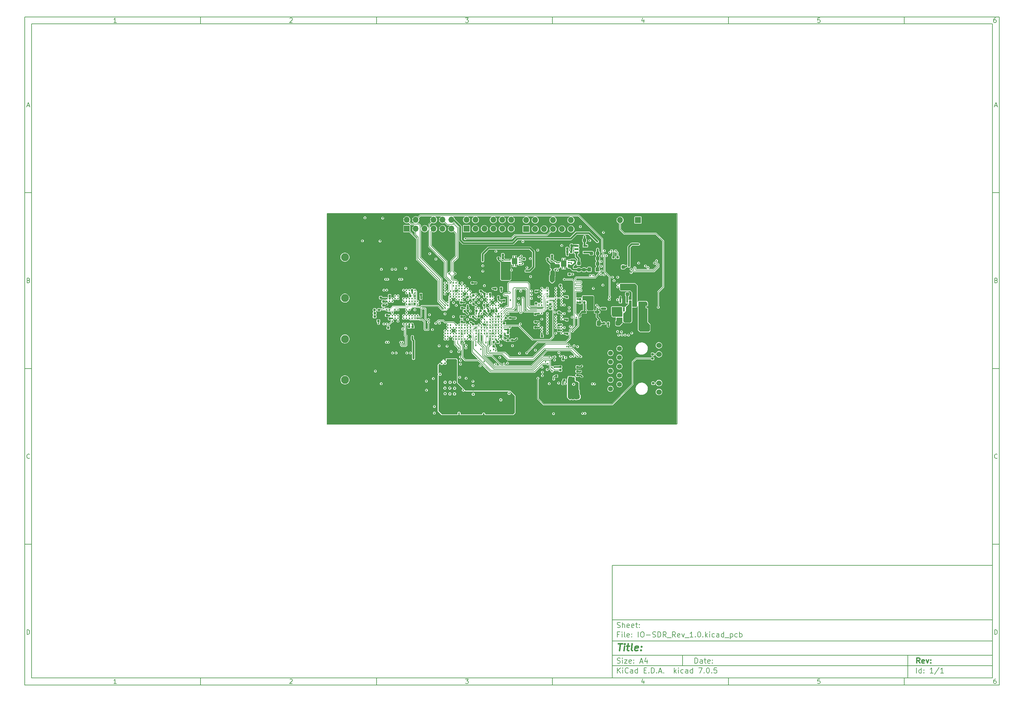
<source format=gbr>
%TF.GenerationSoftware,KiCad,Pcbnew,7.0.5*%
%TF.CreationDate,2023-12-16T19:19:43-05:00*%
%TF.ProjectId,IO-SDR_Rev_1.0,494f2d53-4452-45f5-9265-765f312e302e,rev?*%
%TF.SameCoordinates,Original*%
%TF.FileFunction,Copper,L8,Bot*%
%TF.FilePolarity,Positive*%
%FSLAX46Y46*%
G04 Gerber Fmt 4.6, Leading zero omitted, Abs format (unit mm)*
G04 Created by KiCad (PCBNEW 7.0.5) date 2023-12-16 19:19:43*
%MOMM*%
%LPD*%
G01*
G04 APERTURE LIST*
G04 Aperture macros list*
%AMRoundRect*
0 Rectangle with rounded corners*
0 $1 Rounding radius*
0 $2 $3 $4 $5 $6 $7 $8 $9 X,Y pos of 4 corners*
0 Add a 4 corners polygon primitive as box body*
4,1,4,$2,$3,$4,$5,$6,$7,$8,$9,$2,$3,0*
0 Add four circle primitives for the rounded corners*
1,1,$1+$1,$2,$3*
1,1,$1+$1,$4,$5*
1,1,$1+$1,$6,$7*
1,1,$1+$1,$8,$9*
0 Add four rect primitives between the rounded corners*
20,1,$1+$1,$2,$3,$4,$5,0*
20,1,$1+$1,$4,$5,$6,$7,0*
20,1,$1+$1,$6,$7,$8,$9,0*
20,1,$1+$1,$8,$9,$2,$3,0*%
G04 Aperture macros list end*
%ADD10C,0.100000*%
%ADD11C,0.150000*%
%ADD12C,0.300000*%
%ADD13C,0.400000*%
%TA.AperFunction,ComponentPad*%
%ADD14R,1.700000X1.700000*%
%TD*%
%TA.AperFunction,ComponentPad*%
%ADD15O,1.700000X1.700000*%
%TD*%
%TA.AperFunction,ComponentPad*%
%ADD16C,2.250000*%
%TD*%
%TA.AperFunction,ComponentPad*%
%ADD17C,2.550000*%
%TD*%
%TA.AperFunction,ComponentPad*%
%ADD18C,5.000000*%
%TD*%
%TA.AperFunction,ComponentPad*%
%ADD19C,1.397000*%
%TD*%
%TA.AperFunction,ComponentPad*%
%ADD20C,1.524000*%
%TD*%
%TA.AperFunction,ComponentPad*%
%ADD21C,2.133600*%
%TD*%
%TA.AperFunction,ComponentPad*%
%ADD22O,1.800000X0.900000*%
%TD*%
%TA.AperFunction,SMDPad,CuDef*%
%ADD23RoundRect,0.155000X0.212500X0.155000X-0.212500X0.155000X-0.212500X-0.155000X0.212500X-0.155000X0*%
%TD*%
%TA.AperFunction,SMDPad,CuDef*%
%ADD24RoundRect,0.155000X0.155000X-0.212500X0.155000X0.212500X-0.155000X0.212500X-0.155000X-0.212500X0*%
%TD*%
%TA.AperFunction,SMDPad,CuDef*%
%ADD25RoundRect,0.160000X-0.197500X-0.160000X0.197500X-0.160000X0.197500X0.160000X-0.197500X0.160000X0*%
%TD*%
%TA.AperFunction,SMDPad,CuDef*%
%ADD26RoundRect,0.155000X-0.155000X0.212500X-0.155000X-0.212500X0.155000X-0.212500X0.155000X0.212500X0*%
%TD*%
%TA.AperFunction,SMDPad,CuDef*%
%ADD27RoundRect,0.160000X0.197500X0.160000X-0.197500X0.160000X-0.197500X-0.160000X0.197500X-0.160000X0*%
%TD*%
%TA.AperFunction,SMDPad,CuDef*%
%ADD28RoundRect,0.150000X0.587500X0.150000X-0.587500X0.150000X-0.587500X-0.150000X0.587500X-0.150000X0*%
%TD*%
%TA.AperFunction,SMDPad,CuDef*%
%ADD29RoundRect,0.237500X0.300000X0.237500X-0.300000X0.237500X-0.300000X-0.237500X0.300000X-0.237500X0*%
%TD*%
%TA.AperFunction,SMDPad,CuDef*%
%ADD30RoundRect,0.155000X-0.212500X-0.155000X0.212500X-0.155000X0.212500X0.155000X-0.212500X0.155000X0*%
%TD*%
%TA.AperFunction,SMDPad,CuDef*%
%ADD31RoundRect,0.250000X0.412500X0.650000X-0.412500X0.650000X-0.412500X-0.650000X0.412500X-0.650000X0*%
%TD*%
%TA.AperFunction,SMDPad,CuDef*%
%ADD32RoundRect,0.237500X-0.237500X0.300000X-0.237500X-0.300000X0.237500X-0.300000X0.237500X0.300000X0*%
%TD*%
%TA.AperFunction,SMDPad,CuDef*%
%ADD33RoundRect,0.160000X0.160000X-0.197500X0.160000X0.197500X-0.160000X0.197500X-0.160000X-0.197500X0*%
%TD*%
%TA.AperFunction,SMDPad,CuDef*%
%ADD34RoundRect,0.040600X-0.249400X0.564400X-0.249400X-0.564400X0.249400X-0.564400X0.249400X0.564400X0*%
%TD*%
%TA.AperFunction,SMDPad,CuDef*%
%ADD35RoundRect,0.250000X-0.275000X-0.350000X0.275000X-0.350000X0.275000X0.350000X-0.275000X0.350000X0*%
%TD*%
%TA.AperFunction,SMDPad,CuDef*%
%ADD36RoundRect,0.237500X-0.300000X-0.237500X0.300000X-0.237500X0.300000X0.237500X-0.300000X0.237500X0*%
%TD*%
%TA.AperFunction,SMDPad,CuDef*%
%ADD37RoundRect,0.160000X-0.160000X0.197500X-0.160000X-0.197500X0.160000X-0.197500X0.160000X0.197500X0*%
%TD*%
%TA.AperFunction,SMDPad,CuDef*%
%ADD38O,0.599999X0.299999*%
%TD*%
%TA.AperFunction,SMDPad,CuDef*%
%ADD39R,1.500000X1.749999*%
%TD*%
%TA.AperFunction,SMDPad,CuDef*%
%ADD40RoundRect,0.250000X0.337500X0.475000X-0.337500X0.475000X-0.337500X-0.475000X0.337500X-0.475000X0*%
%TD*%
%TA.AperFunction,SMDPad,CuDef*%
%ADD41RoundRect,0.237500X0.237500X-0.287500X0.237500X0.287500X-0.237500X0.287500X-0.237500X-0.287500X0*%
%TD*%
%TA.AperFunction,SMDPad,CuDef*%
%ADD42RoundRect,0.040600X0.564400X0.249400X-0.564400X0.249400X-0.564400X-0.249400X0.564400X-0.249400X0*%
%TD*%
%TA.AperFunction,SMDPad,CuDef*%
%ADD43RoundRect,0.237500X-0.237500X0.287500X-0.237500X-0.287500X0.237500X-0.287500X0.237500X0.287500X0*%
%TD*%
%TA.AperFunction,SMDPad,CuDef*%
%ADD44RoundRect,0.250000X-0.650000X0.412500X-0.650000X-0.412500X0.650000X-0.412500X0.650000X0.412500X0*%
%TD*%
%TA.AperFunction,SMDPad,CuDef*%
%ADD45RoundRect,0.250000X0.275000X0.350000X-0.275000X0.350000X-0.275000X-0.350000X0.275000X-0.350000X0*%
%TD*%
%TA.AperFunction,SMDPad,CuDef*%
%ADD46RoundRect,0.237500X-0.287500X-0.237500X0.287500X-0.237500X0.287500X0.237500X-0.287500X0.237500X0*%
%TD*%
%TA.AperFunction,SMDPad,CuDef*%
%ADD47RoundRect,0.237500X0.237500X-0.300000X0.237500X0.300000X-0.237500X0.300000X-0.237500X-0.300000X0*%
%TD*%
%TA.AperFunction,SMDPad,CuDef*%
%ADD48RoundRect,0.250000X-0.412500X-0.650000X0.412500X-0.650000X0.412500X0.650000X-0.412500X0.650000X0*%
%TD*%
%TA.AperFunction,ViaPad*%
%ADD49C,0.457200*%
%TD*%
%TA.AperFunction,Conductor*%
%ADD50C,0.508000*%
%TD*%
%TA.AperFunction,Conductor*%
%ADD51C,0.381000*%
%TD*%
%TA.AperFunction,Conductor*%
%ADD52C,0.254000*%
%TD*%
%TA.AperFunction,Conductor*%
%ADD53C,0.203200*%
%TD*%
%TA.AperFunction,Conductor*%
%ADD54C,0.113030*%
%TD*%
%TA.AperFunction,Conductor*%
%ADD55C,0.186180*%
%TD*%
%TA.AperFunction,Conductor*%
%ADD56C,0.142240*%
%TD*%
%TA.AperFunction,Conductor*%
%ADD57C,0.181610*%
%TD*%
%TA.AperFunction,Conductor*%
%ADD58C,0.152400*%
%TD*%
%TA.AperFunction,Conductor*%
%ADD59C,0.156460*%
%TD*%
%TA.AperFunction,Profile*%
%ADD60C,0.200000*%
%TD*%
G04 APERTURE END LIST*
D10*
D11*
X177002200Y-166007200D02*
X285002200Y-166007200D01*
X285002200Y-198007200D01*
X177002200Y-198007200D01*
X177002200Y-166007200D01*
D10*
D11*
X10000000Y-10000000D02*
X287002200Y-10000000D01*
X287002200Y-200007200D01*
X10000000Y-200007200D01*
X10000000Y-10000000D01*
D10*
D11*
X12000000Y-12000000D02*
X285002200Y-12000000D01*
X285002200Y-198007200D01*
X12000000Y-198007200D01*
X12000000Y-12000000D01*
D10*
D11*
X60000000Y-12000000D02*
X60000000Y-10000000D01*
D10*
D11*
X110000000Y-12000000D02*
X110000000Y-10000000D01*
D10*
D11*
X160000000Y-12000000D02*
X160000000Y-10000000D01*
D10*
D11*
X210000000Y-12000000D02*
X210000000Y-10000000D01*
D10*
D11*
X260000000Y-12000000D02*
X260000000Y-10000000D01*
D10*
D11*
X36089160Y-11593604D02*
X35346303Y-11593604D01*
X35717731Y-11593604D02*
X35717731Y-10293604D01*
X35717731Y-10293604D02*
X35593922Y-10479319D01*
X35593922Y-10479319D02*
X35470112Y-10603128D01*
X35470112Y-10603128D02*
X35346303Y-10665033D01*
D10*
D11*
X85346303Y-10417414D02*
X85408207Y-10355509D01*
X85408207Y-10355509D02*
X85532017Y-10293604D01*
X85532017Y-10293604D02*
X85841541Y-10293604D01*
X85841541Y-10293604D02*
X85965350Y-10355509D01*
X85965350Y-10355509D02*
X86027255Y-10417414D01*
X86027255Y-10417414D02*
X86089160Y-10541223D01*
X86089160Y-10541223D02*
X86089160Y-10665033D01*
X86089160Y-10665033D02*
X86027255Y-10850747D01*
X86027255Y-10850747D02*
X85284398Y-11593604D01*
X85284398Y-11593604D02*
X86089160Y-11593604D01*
D10*
D11*
X135284398Y-10293604D02*
X136089160Y-10293604D01*
X136089160Y-10293604D02*
X135655826Y-10788842D01*
X135655826Y-10788842D02*
X135841541Y-10788842D01*
X135841541Y-10788842D02*
X135965350Y-10850747D01*
X135965350Y-10850747D02*
X136027255Y-10912652D01*
X136027255Y-10912652D02*
X136089160Y-11036461D01*
X136089160Y-11036461D02*
X136089160Y-11345985D01*
X136089160Y-11345985D02*
X136027255Y-11469795D01*
X136027255Y-11469795D02*
X135965350Y-11531700D01*
X135965350Y-11531700D02*
X135841541Y-11593604D01*
X135841541Y-11593604D02*
X135470112Y-11593604D01*
X135470112Y-11593604D02*
X135346303Y-11531700D01*
X135346303Y-11531700D02*
X135284398Y-11469795D01*
D10*
D11*
X185965350Y-10726938D02*
X185965350Y-11593604D01*
X185655826Y-10231700D02*
X185346303Y-11160271D01*
X185346303Y-11160271D02*
X186151064Y-11160271D01*
D10*
D11*
X236027255Y-10293604D02*
X235408207Y-10293604D01*
X235408207Y-10293604D02*
X235346303Y-10912652D01*
X235346303Y-10912652D02*
X235408207Y-10850747D01*
X235408207Y-10850747D02*
X235532017Y-10788842D01*
X235532017Y-10788842D02*
X235841541Y-10788842D01*
X235841541Y-10788842D02*
X235965350Y-10850747D01*
X235965350Y-10850747D02*
X236027255Y-10912652D01*
X236027255Y-10912652D02*
X236089160Y-11036461D01*
X236089160Y-11036461D02*
X236089160Y-11345985D01*
X236089160Y-11345985D02*
X236027255Y-11469795D01*
X236027255Y-11469795D02*
X235965350Y-11531700D01*
X235965350Y-11531700D02*
X235841541Y-11593604D01*
X235841541Y-11593604D02*
X235532017Y-11593604D01*
X235532017Y-11593604D02*
X235408207Y-11531700D01*
X235408207Y-11531700D02*
X235346303Y-11469795D01*
D10*
D11*
X285965350Y-10293604D02*
X285717731Y-10293604D01*
X285717731Y-10293604D02*
X285593922Y-10355509D01*
X285593922Y-10355509D02*
X285532017Y-10417414D01*
X285532017Y-10417414D02*
X285408207Y-10603128D01*
X285408207Y-10603128D02*
X285346303Y-10850747D01*
X285346303Y-10850747D02*
X285346303Y-11345985D01*
X285346303Y-11345985D02*
X285408207Y-11469795D01*
X285408207Y-11469795D02*
X285470112Y-11531700D01*
X285470112Y-11531700D02*
X285593922Y-11593604D01*
X285593922Y-11593604D02*
X285841541Y-11593604D01*
X285841541Y-11593604D02*
X285965350Y-11531700D01*
X285965350Y-11531700D02*
X286027255Y-11469795D01*
X286027255Y-11469795D02*
X286089160Y-11345985D01*
X286089160Y-11345985D02*
X286089160Y-11036461D01*
X286089160Y-11036461D02*
X286027255Y-10912652D01*
X286027255Y-10912652D02*
X285965350Y-10850747D01*
X285965350Y-10850747D02*
X285841541Y-10788842D01*
X285841541Y-10788842D02*
X285593922Y-10788842D01*
X285593922Y-10788842D02*
X285470112Y-10850747D01*
X285470112Y-10850747D02*
X285408207Y-10912652D01*
X285408207Y-10912652D02*
X285346303Y-11036461D01*
D10*
D11*
X60000000Y-198007200D02*
X60000000Y-200007200D01*
D10*
D11*
X110000000Y-198007200D02*
X110000000Y-200007200D01*
D10*
D11*
X160000000Y-198007200D02*
X160000000Y-200007200D01*
D10*
D11*
X210000000Y-198007200D02*
X210000000Y-200007200D01*
D10*
D11*
X260000000Y-198007200D02*
X260000000Y-200007200D01*
D10*
D11*
X36089160Y-199600804D02*
X35346303Y-199600804D01*
X35717731Y-199600804D02*
X35717731Y-198300804D01*
X35717731Y-198300804D02*
X35593922Y-198486519D01*
X35593922Y-198486519D02*
X35470112Y-198610328D01*
X35470112Y-198610328D02*
X35346303Y-198672233D01*
D10*
D11*
X85346303Y-198424614D02*
X85408207Y-198362709D01*
X85408207Y-198362709D02*
X85532017Y-198300804D01*
X85532017Y-198300804D02*
X85841541Y-198300804D01*
X85841541Y-198300804D02*
X85965350Y-198362709D01*
X85965350Y-198362709D02*
X86027255Y-198424614D01*
X86027255Y-198424614D02*
X86089160Y-198548423D01*
X86089160Y-198548423D02*
X86089160Y-198672233D01*
X86089160Y-198672233D02*
X86027255Y-198857947D01*
X86027255Y-198857947D02*
X85284398Y-199600804D01*
X85284398Y-199600804D02*
X86089160Y-199600804D01*
D10*
D11*
X135284398Y-198300804D02*
X136089160Y-198300804D01*
X136089160Y-198300804D02*
X135655826Y-198796042D01*
X135655826Y-198796042D02*
X135841541Y-198796042D01*
X135841541Y-198796042D02*
X135965350Y-198857947D01*
X135965350Y-198857947D02*
X136027255Y-198919852D01*
X136027255Y-198919852D02*
X136089160Y-199043661D01*
X136089160Y-199043661D02*
X136089160Y-199353185D01*
X136089160Y-199353185D02*
X136027255Y-199476995D01*
X136027255Y-199476995D02*
X135965350Y-199538900D01*
X135965350Y-199538900D02*
X135841541Y-199600804D01*
X135841541Y-199600804D02*
X135470112Y-199600804D01*
X135470112Y-199600804D02*
X135346303Y-199538900D01*
X135346303Y-199538900D02*
X135284398Y-199476995D01*
D10*
D11*
X185965350Y-198734138D02*
X185965350Y-199600804D01*
X185655826Y-198238900D02*
X185346303Y-199167471D01*
X185346303Y-199167471D02*
X186151064Y-199167471D01*
D10*
D11*
X236027255Y-198300804D02*
X235408207Y-198300804D01*
X235408207Y-198300804D02*
X235346303Y-198919852D01*
X235346303Y-198919852D02*
X235408207Y-198857947D01*
X235408207Y-198857947D02*
X235532017Y-198796042D01*
X235532017Y-198796042D02*
X235841541Y-198796042D01*
X235841541Y-198796042D02*
X235965350Y-198857947D01*
X235965350Y-198857947D02*
X236027255Y-198919852D01*
X236027255Y-198919852D02*
X236089160Y-199043661D01*
X236089160Y-199043661D02*
X236089160Y-199353185D01*
X236089160Y-199353185D02*
X236027255Y-199476995D01*
X236027255Y-199476995D02*
X235965350Y-199538900D01*
X235965350Y-199538900D02*
X235841541Y-199600804D01*
X235841541Y-199600804D02*
X235532017Y-199600804D01*
X235532017Y-199600804D02*
X235408207Y-199538900D01*
X235408207Y-199538900D02*
X235346303Y-199476995D01*
D10*
D11*
X285965350Y-198300804D02*
X285717731Y-198300804D01*
X285717731Y-198300804D02*
X285593922Y-198362709D01*
X285593922Y-198362709D02*
X285532017Y-198424614D01*
X285532017Y-198424614D02*
X285408207Y-198610328D01*
X285408207Y-198610328D02*
X285346303Y-198857947D01*
X285346303Y-198857947D02*
X285346303Y-199353185D01*
X285346303Y-199353185D02*
X285408207Y-199476995D01*
X285408207Y-199476995D02*
X285470112Y-199538900D01*
X285470112Y-199538900D02*
X285593922Y-199600804D01*
X285593922Y-199600804D02*
X285841541Y-199600804D01*
X285841541Y-199600804D02*
X285965350Y-199538900D01*
X285965350Y-199538900D02*
X286027255Y-199476995D01*
X286027255Y-199476995D02*
X286089160Y-199353185D01*
X286089160Y-199353185D02*
X286089160Y-199043661D01*
X286089160Y-199043661D02*
X286027255Y-198919852D01*
X286027255Y-198919852D02*
X285965350Y-198857947D01*
X285965350Y-198857947D02*
X285841541Y-198796042D01*
X285841541Y-198796042D02*
X285593922Y-198796042D01*
X285593922Y-198796042D02*
X285470112Y-198857947D01*
X285470112Y-198857947D02*
X285408207Y-198919852D01*
X285408207Y-198919852D02*
X285346303Y-199043661D01*
D10*
D11*
X10000000Y-60000000D02*
X12000000Y-60000000D01*
D10*
D11*
X10000000Y-110000000D02*
X12000000Y-110000000D01*
D10*
D11*
X10000000Y-160000000D02*
X12000000Y-160000000D01*
D10*
D11*
X10690476Y-35222176D02*
X11309523Y-35222176D01*
X10566666Y-35593604D02*
X10999999Y-34293604D01*
X10999999Y-34293604D02*
X11433333Y-35593604D01*
D10*
D11*
X11092857Y-84912652D02*
X11278571Y-84974557D01*
X11278571Y-84974557D02*
X11340476Y-85036461D01*
X11340476Y-85036461D02*
X11402380Y-85160271D01*
X11402380Y-85160271D02*
X11402380Y-85345985D01*
X11402380Y-85345985D02*
X11340476Y-85469795D01*
X11340476Y-85469795D02*
X11278571Y-85531700D01*
X11278571Y-85531700D02*
X11154761Y-85593604D01*
X11154761Y-85593604D02*
X10659523Y-85593604D01*
X10659523Y-85593604D02*
X10659523Y-84293604D01*
X10659523Y-84293604D02*
X11092857Y-84293604D01*
X11092857Y-84293604D02*
X11216666Y-84355509D01*
X11216666Y-84355509D02*
X11278571Y-84417414D01*
X11278571Y-84417414D02*
X11340476Y-84541223D01*
X11340476Y-84541223D02*
X11340476Y-84665033D01*
X11340476Y-84665033D02*
X11278571Y-84788842D01*
X11278571Y-84788842D02*
X11216666Y-84850747D01*
X11216666Y-84850747D02*
X11092857Y-84912652D01*
X11092857Y-84912652D02*
X10659523Y-84912652D01*
D10*
D11*
X11402380Y-135469795D02*
X11340476Y-135531700D01*
X11340476Y-135531700D02*
X11154761Y-135593604D01*
X11154761Y-135593604D02*
X11030952Y-135593604D01*
X11030952Y-135593604D02*
X10845238Y-135531700D01*
X10845238Y-135531700D02*
X10721428Y-135407890D01*
X10721428Y-135407890D02*
X10659523Y-135284080D01*
X10659523Y-135284080D02*
X10597619Y-135036461D01*
X10597619Y-135036461D02*
X10597619Y-134850747D01*
X10597619Y-134850747D02*
X10659523Y-134603128D01*
X10659523Y-134603128D02*
X10721428Y-134479319D01*
X10721428Y-134479319D02*
X10845238Y-134355509D01*
X10845238Y-134355509D02*
X11030952Y-134293604D01*
X11030952Y-134293604D02*
X11154761Y-134293604D01*
X11154761Y-134293604D02*
X11340476Y-134355509D01*
X11340476Y-134355509D02*
X11402380Y-134417414D01*
D10*
D11*
X10659523Y-185593604D02*
X10659523Y-184293604D01*
X10659523Y-184293604D02*
X10969047Y-184293604D01*
X10969047Y-184293604D02*
X11154761Y-184355509D01*
X11154761Y-184355509D02*
X11278571Y-184479319D01*
X11278571Y-184479319D02*
X11340476Y-184603128D01*
X11340476Y-184603128D02*
X11402380Y-184850747D01*
X11402380Y-184850747D02*
X11402380Y-185036461D01*
X11402380Y-185036461D02*
X11340476Y-185284080D01*
X11340476Y-185284080D02*
X11278571Y-185407890D01*
X11278571Y-185407890D02*
X11154761Y-185531700D01*
X11154761Y-185531700D02*
X10969047Y-185593604D01*
X10969047Y-185593604D02*
X10659523Y-185593604D01*
D10*
D11*
X287002200Y-60000000D02*
X285002200Y-60000000D01*
D10*
D11*
X287002200Y-110000000D02*
X285002200Y-110000000D01*
D10*
D11*
X287002200Y-160000000D02*
X285002200Y-160000000D01*
D10*
D11*
X285692676Y-35222176D02*
X286311723Y-35222176D01*
X285568866Y-35593604D02*
X286002199Y-34293604D01*
X286002199Y-34293604D02*
X286435533Y-35593604D01*
D10*
D11*
X286095057Y-84912652D02*
X286280771Y-84974557D01*
X286280771Y-84974557D02*
X286342676Y-85036461D01*
X286342676Y-85036461D02*
X286404580Y-85160271D01*
X286404580Y-85160271D02*
X286404580Y-85345985D01*
X286404580Y-85345985D02*
X286342676Y-85469795D01*
X286342676Y-85469795D02*
X286280771Y-85531700D01*
X286280771Y-85531700D02*
X286156961Y-85593604D01*
X286156961Y-85593604D02*
X285661723Y-85593604D01*
X285661723Y-85593604D02*
X285661723Y-84293604D01*
X285661723Y-84293604D02*
X286095057Y-84293604D01*
X286095057Y-84293604D02*
X286218866Y-84355509D01*
X286218866Y-84355509D02*
X286280771Y-84417414D01*
X286280771Y-84417414D02*
X286342676Y-84541223D01*
X286342676Y-84541223D02*
X286342676Y-84665033D01*
X286342676Y-84665033D02*
X286280771Y-84788842D01*
X286280771Y-84788842D02*
X286218866Y-84850747D01*
X286218866Y-84850747D02*
X286095057Y-84912652D01*
X286095057Y-84912652D02*
X285661723Y-84912652D01*
D10*
D11*
X286404580Y-135469795D02*
X286342676Y-135531700D01*
X286342676Y-135531700D02*
X286156961Y-135593604D01*
X286156961Y-135593604D02*
X286033152Y-135593604D01*
X286033152Y-135593604D02*
X285847438Y-135531700D01*
X285847438Y-135531700D02*
X285723628Y-135407890D01*
X285723628Y-135407890D02*
X285661723Y-135284080D01*
X285661723Y-135284080D02*
X285599819Y-135036461D01*
X285599819Y-135036461D02*
X285599819Y-134850747D01*
X285599819Y-134850747D02*
X285661723Y-134603128D01*
X285661723Y-134603128D02*
X285723628Y-134479319D01*
X285723628Y-134479319D02*
X285847438Y-134355509D01*
X285847438Y-134355509D02*
X286033152Y-134293604D01*
X286033152Y-134293604D02*
X286156961Y-134293604D01*
X286156961Y-134293604D02*
X286342676Y-134355509D01*
X286342676Y-134355509D02*
X286404580Y-134417414D01*
D10*
D11*
X285661723Y-185593604D02*
X285661723Y-184293604D01*
X285661723Y-184293604D02*
X285971247Y-184293604D01*
X285971247Y-184293604D02*
X286156961Y-184355509D01*
X286156961Y-184355509D02*
X286280771Y-184479319D01*
X286280771Y-184479319D02*
X286342676Y-184603128D01*
X286342676Y-184603128D02*
X286404580Y-184850747D01*
X286404580Y-184850747D02*
X286404580Y-185036461D01*
X286404580Y-185036461D02*
X286342676Y-185284080D01*
X286342676Y-185284080D02*
X286280771Y-185407890D01*
X286280771Y-185407890D02*
X286156961Y-185531700D01*
X286156961Y-185531700D02*
X285971247Y-185593604D01*
X285971247Y-185593604D02*
X285661723Y-185593604D01*
D10*
D11*
X200458026Y-193793328D02*
X200458026Y-192293328D01*
X200458026Y-192293328D02*
X200815169Y-192293328D01*
X200815169Y-192293328D02*
X201029455Y-192364757D01*
X201029455Y-192364757D02*
X201172312Y-192507614D01*
X201172312Y-192507614D02*
X201243741Y-192650471D01*
X201243741Y-192650471D02*
X201315169Y-192936185D01*
X201315169Y-192936185D02*
X201315169Y-193150471D01*
X201315169Y-193150471D02*
X201243741Y-193436185D01*
X201243741Y-193436185D02*
X201172312Y-193579042D01*
X201172312Y-193579042D02*
X201029455Y-193721900D01*
X201029455Y-193721900D02*
X200815169Y-193793328D01*
X200815169Y-193793328D02*
X200458026Y-193793328D01*
X202600884Y-193793328D02*
X202600884Y-193007614D01*
X202600884Y-193007614D02*
X202529455Y-192864757D01*
X202529455Y-192864757D02*
X202386598Y-192793328D01*
X202386598Y-192793328D02*
X202100884Y-192793328D01*
X202100884Y-192793328D02*
X201958026Y-192864757D01*
X202600884Y-193721900D02*
X202458026Y-193793328D01*
X202458026Y-193793328D02*
X202100884Y-193793328D01*
X202100884Y-193793328D02*
X201958026Y-193721900D01*
X201958026Y-193721900D02*
X201886598Y-193579042D01*
X201886598Y-193579042D02*
X201886598Y-193436185D01*
X201886598Y-193436185D02*
X201958026Y-193293328D01*
X201958026Y-193293328D02*
X202100884Y-193221900D01*
X202100884Y-193221900D02*
X202458026Y-193221900D01*
X202458026Y-193221900D02*
X202600884Y-193150471D01*
X203100884Y-192793328D02*
X203672312Y-192793328D01*
X203315169Y-192293328D02*
X203315169Y-193579042D01*
X203315169Y-193579042D02*
X203386598Y-193721900D01*
X203386598Y-193721900D02*
X203529455Y-193793328D01*
X203529455Y-193793328D02*
X203672312Y-193793328D01*
X204743741Y-193721900D02*
X204600884Y-193793328D01*
X204600884Y-193793328D02*
X204315170Y-193793328D01*
X204315170Y-193793328D02*
X204172312Y-193721900D01*
X204172312Y-193721900D02*
X204100884Y-193579042D01*
X204100884Y-193579042D02*
X204100884Y-193007614D01*
X204100884Y-193007614D02*
X204172312Y-192864757D01*
X204172312Y-192864757D02*
X204315170Y-192793328D01*
X204315170Y-192793328D02*
X204600884Y-192793328D01*
X204600884Y-192793328D02*
X204743741Y-192864757D01*
X204743741Y-192864757D02*
X204815170Y-193007614D01*
X204815170Y-193007614D02*
X204815170Y-193150471D01*
X204815170Y-193150471D02*
X204100884Y-193293328D01*
X205458026Y-193650471D02*
X205529455Y-193721900D01*
X205529455Y-193721900D02*
X205458026Y-193793328D01*
X205458026Y-193793328D02*
X205386598Y-193721900D01*
X205386598Y-193721900D02*
X205458026Y-193650471D01*
X205458026Y-193650471D02*
X205458026Y-193793328D01*
X205458026Y-192864757D02*
X205529455Y-192936185D01*
X205529455Y-192936185D02*
X205458026Y-193007614D01*
X205458026Y-193007614D02*
X205386598Y-192936185D01*
X205386598Y-192936185D02*
X205458026Y-192864757D01*
X205458026Y-192864757D02*
X205458026Y-193007614D01*
D10*
D11*
X177002200Y-194507200D02*
X285002200Y-194507200D01*
D10*
D11*
X178458026Y-196593328D02*
X178458026Y-195093328D01*
X179315169Y-196593328D02*
X178672312Y-195736185D01*
X179315169Y-195093328D02*
X178458026Y-195950471D01*
X179958026Y-196593328D02*
X179958026Y-195593328D01*
X179958026Y-195093328D02*
X179886598Y-195164757D01*
X179886598Y-195164757D02*
X179958026Y-195236185D01*
X179958026Y-195236185D02*
X180029455Y-195164757D01*
X180029455Y-195164757D02*
X179958026Y-195093328D01*
X179958026Y-195093328D02*
X179958026Y-195236185D01*
X181529455Y-196450471D02*
X181458027Y-196521900D01*
X181458027Y-196521900D02*
X181243741Y-196593328D01*
X181243741Y-196593328D02*
X181100884Y-196593328D01*
X181100884Y-196593328D02*
X180886598Y-196521900D01*
X180886598Y-196521900D02*
X180743741Y-196379042D01*
X180743741Y-196379042D02*
X180672312Y-196236185D01*
X180672312Y-196236185D02*
X180600884Y-195950471D01*
X180600884Y-195950471D02*
X180600884Y-195736185D01*
X180600884Y-195736185D02*
X180672312Y-195450471D01*
X180672312Y-195450471D02*
X180743741Y-195307614D01*
X180743741Y-195307614D02*
X180886598Y-195164757D01*
X180886598Y-195164757D02*
X181100884Y-195093328D01*
X181100884Y-195093328D02*
X181243741Y-195093328D01*
X181243741Y-195093328D02*
X181458027Y-195164757D01*
X181458027Y-195164757D02*
X181529455Y-195236185D01*
X182815170Y-196593328D02*
X182815170Y-195807614D01*
X182815170Y-195807614D02*
X182743741Y-195664757D01*
X182743741Y-195664757D02*
X182600884Y-195593328D01*
X182600884Y-195593328D02*
X182315170Y-195593328D01*
X182315170Y-195593328D02*
X182172312Y-195664757D01*
X182815170Y-196521900D02*
X182672312Y-196593328D01*
X182672312Y-196593328D02*
X182315170Y-196593328D01*
X182315170Y-196593328D02*
X182172312Y-196521900D01*
X182172312Y-196521900D02*
X182100884Y-196379042D01*
X182100884Y-196379042D02*
X182100884Y-196236185D01*
X182100884Y-196236185D02*
X182172312Y-196093328D01*
X182172312Y-196093328D02*
X182315170Y-196021900D01*
X182315170Y-196021900D02*
X182672312Y-196021900D01*
X182672312Y-196021900D02*
X182815170Y-195950471D01*
X184172313Y-196593328D02*
X184172313Y-195093328D01*
X184172313Y-196521900D02*
X184029455Y-196593328D01*
X184029455Y-196593328D02*
X183743741Y-196593328D01*
X183743741Y-196593328D02*
X183600884Y-196521900D01*
X183600884Y-196521900D02*
X183529455Y-196450471D01*
X183529455Y-196450471D02*
X183458027Y-196307614D01*
X183458027Y-196307614D02*
X183458027Y-195879042D01*
X183458027Y-195879042D02*
X183529455Y-195736185D01*
X183529455Y-195736185D02*
X183600884Y-195664757D01*
X183600884Y-195664757D02*
X183743741Y-195593328D01*
X183743741Y-195593328D02*
X184029455Y-195593328D01*
X184029455Y-195593328D02*
X184172313Y-195664757D01*
X186029455Y-195807614D02*
X186529455Y-195807614D01*
X186743741Y-196593328D02*
X186029455Y-196593328D01*
X186029455Y-196593328D02*
X186029455Y-195093328D01*
X186029455Y-195093328D02*
X186743741Y-195093328D01*
X187386598Y-196450471D02*
X187458027Y-196521900D01*
X187458027Y-196521900D02*
X187386598Y-196593328D01*
X187386598Y-196593328D02*
X187315170Y-196521900D01*
X187315170Y-196521900D02*
X187386598Y-196450471D01*
X187386598Y-196450471D02*
X187386598Y-196593328D01*
X188100884Y-196593328D02*
X188100884Y-195093328D01*
X188100884Y-195093328D02*
X188458027Y-195093328D01*
X188458027Y-195093328D02*
X188672313Y-195164757D01*
X188672313Y-195164757D02*
X188815170Y-195307614D01*
X188815170Y-195307614D02*
X188886599Y-195450471D01*
X188886599Y-195450471D02*
X188958027Y-195736185D01*
X188958027Y-195736185D02*
X188958027Y-195950471D01*
X188958027Y-195950471D02*
X188886599Y-196236185D01*
X188886599Y-196236185D02*
X188815170Y-196379042D01*
X188815170Y-196379042D02*
X188672313Y-196521900D01*
X188672313Y-196521900D02*
X188458027Y-196593328D01*
X188458027Y-196593328D02*
X188100884Y-196593328D01*
X189600884Y-196450471D02*
X189672313Y-196521900D01*
X189672313Y-196521900D02*
X189600884Y-196593328D01*
X189600884Y-196593328D02*
X189529456Y-196521900D01*
X189529456Y-196521900D02*
X189600884Y-196450471D01*
X189600884Y-196450471D02*
X189600884Y-196593328D01*
X190243742Y-196164757D02*
X190958028Y-196164757D01*
X190100885Y-196593328D02*
X190600885Y-195093328D01*
X190600885Y-195093328D02*
X191100885Y-196593328D01*
X191600884Y-196450471D02*
X191672313Y-196521900D01*
X191672313Y-196521900D02*
X191600884Y-196593328D01*
X191600884Y-196593328D02*
X191529456Y-196521900D01*
X191529456Y-196521900D02*
X191600884Y-196450471D01*
X191600884Y-196450471D02*
X191600884Y-196593328D01*
X194600884Y-196593328D02*
X194600884Y-195093328D01*
X194743742Y-196021900D02*
X195172313Y-196593328D01*
X195172313Y-195593328D02*
X194600884Y-196164757D01*
X195815170Y-196593328D02*
X195815170Y-195593328D01*
X195815170Y-195093328D02*
X195743742Y-195164757D01*
X195743742Y-195164757D02*
X195815170Y-195236185D01*
X195815170Y-195236185D02*
X195886599Y-195164757D01*
X195886599Y-195164757D02*
X195815170Y-195093328D01*
X195815170Y-195093328D02*
X195815170Y-195236185D01*
X197172314Y-196521900D02*
X197029456Y-196593328D01*
X197029456Y-196593328D02*
X196743742Y-196593328D01*
X196743742Y-196593328D02*
X196600885Y-196521900D01*
X196600885Y-196521900D02*
X196529456Y-196450471D01*
X196529456Y-196450471D02*
X196458028Y-196307614D01*
X196458028Y-196307614D02*
X196458028Y-195879042D01*
X196458028Y-195879042D02*
X196529456Y-195736185D01*
X196529456Y-195736185D02*
X196600885Y-195664757D01*
X196600885Y-195664757D02*
X196743742Y-195593328D01*
X196743742Y-195593328D02*
X197029456Y-195593328D01*
X197029456Y-195593328D02*
X197172314Y-195664757D01*
X198458028Y-196593328D02*
X198458028Y-195807614D01*
X198458028Y-195807614D02*
X198386599Y-195664757D01*
X198386599Y-195664757D02*
X198243742Y-195593328D01*
X198243742Y-195593328D02*
X197958028Y-195593328D01*
X197958028Y-195593328D02*
X197815170Y-195664757D01*
X198458028Y-196521900D02*
X198315170Y-196593328D01*
X198315170Y-196593328D02*
X197958028Y-196593328D01*
X197958028Y-196593328D02*
X197815170Y-196521900D01*
X197815170Y-196521900D02*
X197743742Y-196379042D01*
X197743742Y-196379042D02*
X197743742Y-196236185D01*
X197743742Y-196236185D02*
X197815170Y-196093328D01*
X197815170Y-196093328D02*
X197958028Y-196021900D01*
X197958028Y-196021900D02*
X198315170Y-196021900D01*
X198315170Y-196021900D02*
X198458028Y-195950471D01*
X199815171Y-196593328D02*
X199815171Y-195093328D01*
X199815171Y-196521900D02*
X199672313Y-196593328D01*
X199672313Y-196593328D02*
X199386599Y-196593328D01*
X199386599Y-196593328D02*
X199243742Y-196521900D01*
X199243742Y-196521900D02*
X199172313Y-196450471D01*
X199172313Y-196450471D02*
X199100885Y-196307614D01*
X199100885Y-196307614D02*
X199100885Y-195879042D01*
X199100885Y-195879042D02*
X199172313Y-195736185D01*
X199172313Y-195736185D02*
X199243742Y-195664757D01*
X199243742Y-195664757D02*
X199386599Y-195593328D01*
X199386599Y-195593328D02*
X199672313Y-195593328D01*
X199672313Y-195593328D02*
X199815171Y-195664757D01*
X201529456Y-195093328D02*
X202529456Y-195093328D01*
X202529456Y-195093328D02*
X201886599Y-196593328D01*
X203100884Y-196450471D02*
X203172313Y-196521900D01*
X203172313Y-196521900D02*
X203100884Y-196593328D01*
X203100884Y-196593328D02*
X203029456Y-196521900D01*
X203029456Y-196521900D02*
X203100884Y-196450471D01*
X203100884Y-196450471D02*
X203100884Y-196593328D01*
X204100885Y-195093328D02*
X204243742Y-195093328D01*
X204243742Y-195093328D02*
X204386599Y-195164757D01*
X204386599Y-195164757D02*
X204458028Y-195236185D01*
X204458028Y-195236185D02*
X204529456Y-195379042D01*
X204529456Y-195379042D02*
X204600885Y-195664757D01*
X204600885Y-195664757D02*
X204600885Y-196021900D01*
X204600885Y-196021900D02*
X204529456Y-196307614D01*
X204529456Y-196307614D02*
X204458028Y-196450471D01*
X204458028Y-196450471D02*
X204386599Y-196521900D01*
X204386599Y-196521900D02*
X204243742Y-196593328D01*
X204243742Y-196593328D02*
X204100885Y-196593328D01*
X204100885Y-196593328D02*
X203958028Y-196521900D01*
X203958028Y-196521900D02*
X203886599Y-196450471D01*
X203886599Y-196450471D02*
X203815170Y-196307614D01*
X203815170Y-196307614D02*
X203743742Y-196021900D01*
X203743742Y-196021900D02*
X203743742Y-195664757D01*
X203743742Y-195664757D02*
X203815170Y-195379042D01*
X203815170Y-195379042D02*
X203886599Y-195236185D01*
X203886599Y-195236185D02*
X203958028Y-195164757D01*
X203958028Y-195164757D02*
X204100885Y-195093328D01*
X205243741Y-196450471D02*
X205315170Y-196521900D01*
X205315170Y-196521900D02*
X205243741Y-196593328D01*
X205243741Y-196593328D02*
X205172313Y-196521900D01*
X205172313Y-196521900D02*
X205243741Y-196450471D01*
X205243741Y-196450471D02*
X205243741Y-196593328D01*
X206672313Y-195093328D02*
X205958027Y-195093328D01*
X205958027Y-195093328D02*
X205886599Y-195807614D01*
X205886599Y-195807614D02*
X205958027Y-195736185D01*
X205958027Y-195736185D02*
X206100885Y-195664757D01*
X206100885Y-195664757D02*
X206458027Y-195664757D01*
X206458027Y-195664757D02*
X206600885Y-195736185D01*
X206600885Y-195736185D02*
X206672313Y-195807614D01*
X206672313Y-195807614D02*
X206743742Y-195950471D01*
X206743742Y-195950471D02*
X206743742Y-196307614D01*
X206743742Y-196307614D02*
X206672313Y-196450471D01*
X206672313Y-196450471D02*
X206600885Y-196521900D01*
X206600885Y-196521900D02*
X206458027Y-196593328D01*
X206458027Y-196593328D02*
X206100885Y-196593328D01*
X206100885Y-196593328D02*
X205958027Y-196521900D01*
X205958027Y-196521900D02*
X205886599Y-196450471D01*
D10*
D11*
X177002200Y-191507200D02*
X285002200Y-191507200D01*
D10*
D12*
X264413853Y-193785528D02*
X263913853Y-193071242D01*
X263556710Y-193785528D02*
X263556710Y-192285528D01*
X263556710Y-192285528D02*
X264128139Y-192285528D01*
X264128139Y-192285528D02*
X264270996Y-192356957D01*
X264270996Y-192356957D02*
X264342425Y-192428385D01*
X264342425Y-192428385D02*
X264413853Y-192571242D01*
X264413853Y-192571242D02*
X264413853Y-192785528D01*
X264413853Y-192785528D02*
X264342425Y-192928385D01*
X264342425Y-192928385D02*
X264270996Y-192999814D01*
X264270996Y-192999814D02*
X264128139Y-193071242D01*
X264128139Y-193071242D02*
X263556710Y-193071242D01*
X265628139Y-193714100D02*
X265485282Y-193785528D01*
X265485282Y-193785528D02*
X265199568Y-193785528D01*
X265199568Y-193785528D02*
X265056710Y-193714100D01*
X265056710Y-193714100D02*
X264985282Y-193571242D01*
X264985282Y-193571242D02*
X264985282Y-192999814D01*
X264985282Y-192999814D02*
X265056710Y-192856957D01*
X265056710Y-192856957D02*
X265199568Y-192785528D01*
X265199568Y-192785528D02*
X265485282Y-192785528D01*
X265485282Y-192785528D02*
X265628139Y-192856957D01*
X265628139Y-192856957D02*
X265699568Y-192999814D01*
X265699568Y-192999814D02*
X265699568Y-193142671D01*
X265699568Y-193142671D02*
X264985282Y-193285528D01*
X266199567Y-192785528D02*
X266556710Y-193785528D01*
X266556710Y-193785528D02*
X266913853Y-192785528D01*
X267485281Y-193642671D02*
X267556710Y-193714100D01*
X267556710Y-193714100D02*
X267485281Y-193785528D01*
X267485281Y-193785528D02*
X267413853Y-193714100D01*
X267413853Y-193714100D02*
X267485281Y-193642671D01*
X267485281Y-193642671D02*
X267485281Y-193785528D01*
X267485281Y-192856957D02*
X267556710Y-192928385D01*
X267556710Y-192928385D02*
X267485281Y-192999814D01*
X267485281Y-192999814D02*
X267413853Y-192928385D01*
X267413853Y-192928385D02*
X267485281Y-192856957D01*
X267485281Y-192856957D02*
X267485281Y-192999814D01*
D10*
D11*
X178386598Y-193721900D02*
X178600884Y-193793328D01*
X178600884Y-193793328D02*
X178958026Y-193793328D01*
X178958026Y-193793328D02*
X179100884Y-193721900D01*
X179100884Y-193721900D02*
X179172312Y-193650471D01*
X179172312Y-193650471D02*
X179243741Y-193507614D01*
X179243741Y-193507614D02*
X179243741Y-193364757D01*
X179243741Y-193364757D02*
X179172312Y-193221900D01*
X179172312Y-193221900D02*
X179100884Y-193150471D01*
X179100884Y-193150471D02*
X178958026Y-193079042D01*
X178958026Y-193079042D02*
X178672312Y-193007614D01*
X178672312Y-193007614D02*
X178529455Y-192936185D01*
X178529455Y-192936185D02*
X178458026Y-192864757D01*
X178458026Y-192864757D02*
X178386598Y-192721900D01*
X178386598Y-192721900D02*
X178386598Y-192579042D01*
X178386598Y-192579042D02*
X178458026Y-192436185D01*
X178458026Y-192436185D02*
X178529455Y-192364757D01*
X178529455Y-192364757D02*
X178672312Y-192293328D01*
X178672312Y-192293328D02*
X179029455Y-192293328D01*
X179029455Y-192293328D02*
X179243741Y-192364757D01*
X179886597Y-193793328D02*
X179886597Y-192793328D01*
X179886597Y-192293328D02*
X179815169Y-192364757D01*
X179815169Y-192364757D02*
X179886597Y-192436185D01*
X179886597Y-192436185D02*
X179958026Y-192364757D01*
X179958026Y-192364757D02*
X179886597Y-192293328D01*
X179886597Y-192293328D02*
X179886597Y-192436185D01*
X180458026Y-192793328D02*
X181243741Y-192793328D01*
X181243741Y-192793328D02*
X180458026Y-193793328D01*
X180458026Y-193793328D02*
X181243741Y-193793328D01*
X182386598Y-193721900D02*
X182243741Y-193793328D01*
X182243741Y-193793328D02*
X181958027Y-193793328D01*
X181958027Y-193793328D02*
X181815169Y-193721900D01*
X181815169Y-193721900D02*
X181743741Y-193579042D01*
X181743741Y-193579042D02*
X181743741Y-193007614D01*
X181743741Y-193007614D02*
X181815169Y-192864757D01*
X181815169Y-192864757D02*
X181958027Y-192793328D01*
X181958027Y-192793328D02*
X182243741Y-192793328D01*
X182243741Y-192793328D02*
X182386598Y-192864757D01*
X182386598Y-192864757D02*
X182458027Y-193007614D01*
X182458027Y-193007614D02*
X182458027Y-193150471D01*
X182458027Y-193150471D02*
X181743741Y-193293328D01*
X183100883Y-193650471D02*
X183172312Y-193721900D01*
X183172312Y-193721900D02*
X183100883Y-193793328D01*
X183100883Y-193793328D02*
X183029455Y-193721900D01*
X183029455Y-193721900D02*
X183100883Y-193650471D01*
X183100883Y-193650471D02*
X183100883Y-193793328D01*
X183100883Y-192864757D02*
X183172312Y-192936185D01*
X183172312Y-192936185D02*
X183100883Y-193007614D01*
X183100883Y-193007614D02*
X183029455Y-192936185D01*
X183029455Y-192936185D02*
X183100883Y-192864757D01*
X183100883Y-192864757D02*
X183100883Y-193007614D01*
X184886598Y-193364757D02*
X185600884Y-193364757D01*
X184743741Y-193793328D02*
X185243741Y-192293328D01*
X185243741Y-192293328D02*
X185743741Y-193793328D01*
X186886598Y-192793328D02*
X186886598Y-193793328D01*
X186529455Y-192221900D02*
X186172312Y-193293328D01*
X186172312Y-193293328D02*
X187100883Y-193293328D01*
D10*
D11*
X263458026Y-196593328D02*
X263458026Y-195093328D01*
X264815170Y-196593328D02*
X264815170Y-195093328D01*
X264815170Y-196521900D02*
X264672312Y-196593328D01*
X264672312Y-196593328D02*
X264386598Y-196593328D01*
X264386598Y-196593328D02*
X264243741Y-196521900D01*
X264243741Y-196521900D02*
X264172312Y-196450471D01*
X264172312Y-196450471D02*
X264100884Y-196307614D01*
X264100884Y-196307614D02*
X264100884Y-195879042D01*
X264100884Y-195879042D02*
X264172312Y-195736185D01*
X264172312Y-195736185D02*
X264243741Y-195664757D01*
X264243741Y-195664757D02*
X264386598Y-195593328D01*
X264386598Y-195593328D02*
X264672312Y-195593328D01*
X264672312Y-195593328D02*
X264815170Y-195664757D01*
X265529455Y-196450471D02*
X265600884Y-196521900D01*
X265600884Y-196521900D02*
X265529455Y-196593328D01*
X265529455Y-196593328D02*
X265458027Y-196521900D01*
X265458027Y-196521900D02*
X265529455Y-196450471D01*
X265529455Y-196450471D02*
X265529455Y-196593328D01*
X265529455Y-195664757D02*
X265600884Y-195736185D01*
X265600884Y-195736185D02*
X265529455Y-195807614D01*
X265529455Y-195807614D02*
X265458027Y-195736185D01*
X265458027Y-195736185D02*
X265529455Y-195664757D01*
X265529455Y-195664757D02*
X265529455Y-195807614D01*
X268172313Y-196593328D02*
X267315170Y-196593328D01*
X267743741Y-196593328D02*
X267743741Y-195093328D01*
X267743741Y-195093328D02*
X267600884Y-195307614D01*
X267600884Y-195307614D02*
X267458027Y-195450471D01*
X267458027Y-195450471D02*
X267315170Y-195521900D01*
X269886598Y-195021900D02*
X268600884Y-196950471D01*
X271172313Y-196593328D02*
X270315170Y-196593328D01*
X270743741Y-196593328D02*
X270743741Y-195093328D01*
X270743741Y-195093328D02*
X270600884Y-195307614D01*
X270600884Y-195307614D02*
X270458027Y-195450471D01*
X270458027Y-195450471D02*
X270315170Y-195521900D01*
D10*
D11*
X177002200Y-187507200D02*
X285002200Y-187507200D01*
D10*
D13*
X178693928Y-188211638D02*
X179836785Y-188211638D01*
X179015357Y-190211638D02*
X179265357Y-188211638D01*
X180253452Y-190211638D02*
X180420119Y-188878304D01*
X180503452Y-188211638D02*
X180396309Y-188306876D01*
X180396309Y-188306876D02*
X180479643Y-188402114D01*
X180479643Y-188402114D02*
X180586786Y-188306876D01*
X180586786Y-188306876D02*
X180503452Y-188211638D01*
X180503452Y-188211638D02*
X180479643Y-188402114D01*
X181086786Y-188878304D02*
X181848690Y-188878304D01*
X181455833Y-188211638D02*
X181241548Y-189925923D01*
X181241548Y-189925923D02*
X181312976Y-190116400D01*
X181312976Y-190116400D02*
X181491548Y-190211638D01*
X181491548Y-190211638D02*
X181682024Y-190211638D01*
X182634405Y-190211638D02*
X182455833Y-190116400D01*
X182455833Y-190116400D02*
X182384405Y-189925923D01*
X182384405Y-189925923D02*
X182598690Y-188211638D01*
X184170119Y-190116400D02*
X183967738Y-190211638D01*
X183967738Y-190211638D02*
X183586785Y-190211638D01*
X183586785Y-190211638D02*
X183408214Y-190116400D01*
X183408214Y-190116400D02*
X183336785Y-189925923D01*
X183336785Y-189925923D02*
X183432024Y-189164019D01*
X183432024Y-189164019D02*
X183551071Y-188973542D01*
X183551071Y-188973542D02*
X183753452Y-188878304D01*
X183753452Y-188878304D02*
X184134404Y-188878304D01*
X184134404Y-188878304D02*
X184312976Y-188973542D01*
X184312976Y-188973542D02*
X184384404Y-189164019D01*
X184384404Y-189164019D02*
X184360595Y-189354495D01*
X184360595Y-189354495D02*
X183384404Y-189544971D01*
X185134405Y-190021161D02*
X185217738Y-190116400D01*
X185217738Y-190116400D02*
X185110595Y-190211638D01*
X185110595Y-190211638D02*
X185027262Y-190116400D01*
X185027262Y-190116400D02*
X185134405Y-190021161D01*
X185134405Y-190021161D02*
X185110595Y-190211638D01*
X185265357Y-188973542D02*
X185348690Y-189068780D01*
X185348690Y-189068780D02*
X185241548Y-189164019D01*
X185241548Y-189164019D02*
X185158214Y-189068780D01*
X185158214Y-189068780D02*
X185265357Y-188973542D01*
X185265357Y-188973542D02*
X185241548Y-189164019D01*
D10*
D11*
X178958026Y-185607614D02*
X178458026Y-185607614D01*
X178458026Y-186393328D02*
X178458026Y-184893328D01*
X178458026Y-184893328D02*
X179172312Y-184893328D01*
X179743740Y-186393328D02*
X179743740Y-185393328D01*
X179743740Y-184893328D02*
X179672312Y-184964757D01*
X179672312Y-184964757D02*
X179743740Y-185036185D01*
X179743740Y-185036185D02*
X179815169Y-184964757D01*
X179815169Y-184964757D02*
X179743740Y-184893328D01*
X179743740Y-184893328D02*
X179743740Y-185036185D01*
X180672312Y-186393328D02*
X180529455Y-186321900D01*
X180529455Y-186321900D02*
X180458026Y-186179042D01*
X180458026Y-186179042D02*
X180458026Y-184893328D01*
X181815169Y-186321900D02*
X181672312Y-186393328D01*
X181672312Y-186393328D02*
X181386598Y-186393328D01*
X181386598Y-186393328D02*
X181243740Y-186321900D01*
X181243740Y-186321900D02*
X181172312Y-186179042D01*
X181172312Y-186179042D02*
X181172312Y-185607614D01*
X181172312Y-185607614D02*
X181243740Y-185464757D01*
X181243740Y-185464757D02*
X181386598Y-185393328D01*
X181386598Y-185393328D02*
X181672312Y-185393328D01*
X181672312Y-185393328D02*
X181815169Y-185464757D01*
X181815169Y-185464757D02*
X181886598Y-185607614D01*
X181886598Y-185607614D02*
X181886598Y-185750471D01*
X181886598Y-185750471D02*
X181172312Y-185893328D01*
X182529454Y-186250471D02*
X182600883Y-186321900D01*
X182600883Y-186321900D02*
X182529454Y-186393328D01*
X182529454Y-186393328D02*
X182458026Y-186321900D01*
X182458026Y-186321900D02*
X182529454Y-186250471D01*
X182529454Y-186250471D02*
X182529454Y-186393328D01*
X182529454Y-185464757D02*
X182600883Y-185536185D01*
X182600883Y-185536185D02*
X182529454Y-185607614D01*
X182529454Y-185607614D02*
X182458026Y-185536185D01*
X182458026Y-185536185D02*
X182529454Y-185464757D01*
X182529454Y-185464757D02*
X182529454Y-185607614D01*
X184386597Y-186393328D02*
X184386597Y-184893328D01*
X185386598Y-184893328D02*
X185672312Y-184893328D01*
X185672312Y-184893328D02*
X185815169Y-184964757D01*
X185815169Y-184964757D02*
X185958026Y-185107614D01*
X185958026Y-185107614D02*
X186029455Y-185393328D01*
X186029455Y-185393328D02*
X186029455Y-185893328D01*
X186029455Y-185893328D02*
X185958026Y-186179042D01*
X185958026Y-186179042D02*
X185815169Y-186321900D01*
X185815169Y-186321900D02*
X185672312Y-186393328D01*
X185672312Y-186393328D02*
X185386598Y-186393328D01*
X185386598Y-186393328D02*
X185243741Y-186321900D01*
X185243741Y-186321900D02*
X185100883Y-186179042D01*
X185100883Y-186179042D02*
X185029455Y-185893328D01*
X185029455Y-185893328D02*
X185029455Y-185393328D01*
X185029455Y-185393328D02*
X185100883Y-185107614D01*
X185100883Y-185107614D02*
X185243741Y-184964757D01*
X185243741Y-184964757D02*
X185386598Y-184893328D01*
X186672312Y-185821900D02*
X187815170Y-185821900D01*
X188458027Y-186321900D02*
X188672313Y-186393328D01*
X188672313Y-186393328D02*
X189029455Y-186393328D01*
X189029455Y-186393328D02*
X189172313Y-186321900D01*
X189172313Y-186321900D02*
X189243741Y-186250471D01*
X189243741Y-186250471D02*
X189315170Y-186107614D01*
X189315170Y-186107614D02*
X189315170Y-185964757D01*
X189315170Y-185964757D02*
X189243741Y-185821900D01*
X189243741Y-185821900D02*
X189172313Y-185750471D01*
X189172313Y-185750471D02*
X189029455Y-185679042D01*
X189029455Y-185679042D02*
X188743741Y-185607614D01*
X188743741Y-185607614D02*
X188600884Y-185536185D01*
X188600884Y-185536185D02*
X188529455Y-185464757D01*
X188529455Y-185464757D02*
X188458027Y-185321900D01*
X188458027Y-185321900D02*
X188458027Y-185179042D01*
X188458027Y-185179042D02*
X188529455Y-185036185D01*
X188529455Y-185036185D02*
X188600884Y-184964757D01*
X188600884Y-184964757D02*
X188743741Y-184893328D01*
X188743741Y-184893328D02*
X189100884Y-184893328D01*
X189100884Y-184893328D02*
X189315170Y-184964757D01*
X189958026Y-186393328D02*
X189958026Y-184893328D01*
X189958026Y-184893328D02*
X190315169Y-184893328D01*
X190315169Y-184893328D02*
X190529455Y-184964757D01*
X190529455Y-184964757D02*
X190672312Y-185107614D01*
X190672312Y-185107614D02*
X190743741Y-185250471D01*
X190743741Y-185250471D02*
X190815169Y-185536185D01*
X190815169Y-185536185D02*
X190815169Y-185750471D01*
X190815169Y-185750471D02*
X190743741Y-186036185D01*
X190743741Y-186036185D02*
X190672312Y-186179042D01*
X190672312Y-186179042D02*
X190529455Y-186321900D01*
X190529455Y-186321900D02*
X190315169Y-186393328D01*
X190315169Y-186393328D02*
X189958026Y-186393328D01*
X192315169Y-186393328D02*
X191815169Y-185679042D01*
X191458026Y-186393328D02*
X191458026Y-184893328D01*
X191458026Y-184893328D02*
X192029455Y-184893328D01*
X192029455Y-184893328D02*
X192172312Y-184964757D01*
X192172312Y-184964757D02*
X192243741Y-185036185D01*
X192243741Y-185036185D02*
X192315169Y-185179042D01*
X192315169Y-185179042D02*
X192315169Y-185393328D01*
X192315169Y-185393328D02*
X192243741Y-185536185D01*
X192243741Y-185536185D02*
X192172312Y-185607614D01*
X192172312Y-185607614D02*
X192029455Y-185679042D01*
X192029455Y-185679042D02*
X191458026Y-185679042D01*
X192600884Y-186536185D02*
X193743741Y-186536185D01*
X194958026Y-186393328D02*
X194458026Y-185679042D01*
X194100883Y-186393328D02*
X194100883Y-184893328D01*
X194100883Y-184893328D02*
X194672312Y-184893328D01*
X194672312Y-184893328D02*
X194815169Y-184964757D01*
X194815169Y-184964757D02*
X194886598Y-185036185D01*
X194886598Y-185036185D02*
X194958026Y-185179042D01*
X194958026Y-185179042D02*
X194958026Y-185393328D01*
X194958026Y-185393328D02*
X194886598Y-185536185D01*
X194886598Y-185536185D02*
X194815169Y-185607614D01*
X194815169Y-185607614D02*
X194672312Y-185679042D01*
X194672312Y-185679042D02*
X194100883Y-185679042D01*
X196172312Y-186321900D02*
X196029455Y-186393328D01*
X196029455Y-186393328D02*
X195743741Y-186393328D01*
X195743741Y-186393328D02*
X195600883Y-186321900D01*
X195600883Y-186321900D02*
X195529455Y-186179042D01*
X195529455Y-186179042D02*
X195529455Y-185607614D01*
X195529455Y-185607614D02*
X195600883Y-185464757D01*
X195600883Y-185464757D02*
X195743741Y-185393328D01*
X195743741Y-185393328D02*
X196029455Y-185393328D01*
X196029455Y-185393328D02*
X196172312Y-185464757D01*
X196172312Y-185464757D02*
X196243741Y-185607614D01*
X196243741Y-185607614D02*
X196243741Y-185750471D01*
X196243741Y-185750471D02*
X195529455Y-185893328D01*
X196743740Y-185393328D02*
X197100883Y-186393328D01*
X197100883Y-186393328D02*
X197458026Y-185393328D01*
X197672312Y-186536185D02*
X198815169Y-186536185D01*
X199958026Y-186393328D02*
X199100883Y-186393328D01*
X199529454Y-186393328D02*
X199529454Y-184893328D01*
X199529454Y-184893328D02*
X199386597Y-185107614D01*
X199386597Y-185107614D02*
X199243740Y-185250471D01*
X199243740Y-185250471D02*
X199100883Y-185321900D01*
X200600882Y-186250471D02*
X200672311Y-186321900D01*
X200672311Y-186321900D02*
X200600882Y-186393328D01*
X200600882Y-186393328D02*
X200529454Y-186321900D01*
X200529454Y-186321900D02*
X200600882Y-186250471D01*
X200600882Y-186250471D02*
X200600882Y-186393328D01*
X201600883Y-184893328D02*
X201743740Y-184893328D01*
X201743740Y-184893328D02*
X201886597Y-184964757D01*
X201886597Y-184964757D02*
X201958026Y-185036185D01*
X201958026Y-185036185D02*
X202029454Y-185179042D01*
X202029454Y-185179042D02*
X202100883Y-185464757D01*
X202100883Y-185464757D02*
X202100883Y-185821900D01*
X202100883Y-185821900D02*
X202029454Y-186107614D01*
X202029454Y-186107614D02*
X201958026Y-186250471D01*
X201958026Y-186250471D02*
X201886597Y-186321900D01*
X201886597Y-186321900D02*
X201743740Y-186393328D01*
X201743740Y-186393328D02*
X201600883Y-186393328D01*
X201600883Y-186393328D02*
X201458026Y-186321900D01*
X201458026Y-186321900D02*
X201386597Y-186250471D01*
X201386597Y-186250471D02*
X201315168Y-186107614D01*
X201315168Y-186107614D02*
X201243740Y-185821900D01*
X201243740Y-185821900D02*
X201243740Y-185464757D01*
X201243740Y-185464757D02*
X201315168Y-185179042D01*
X201315168Y-185179042D02*
X201386597Y-185036185D01*
X201386597Y-185036185D02*
X201458026Y-184964757D01*
X201458026Y-184964757D02*
X201600883Y-184893328D01*
X202743739Y-186250471D02*
X202815168Y-186321900D01*
X202815168Y-186321900D02*
X202743739Y-186393328D01*
X202743739Y-186393328D02*
X202672311Y-186321900D01*
X202672311Y-186321900D02*
X202743739Y-186250471D01*
X202743739Y-186250471D02*
X202743739Y-186393328D01*
X203458025Y-186393328D02*
X203458025Y-184893328D01*
X203600883Y-185821900D02*
X204029454Y-186393328D01*
X204029454Y-185393328D02*
X203458025Y-185964757D01*
X204672311Y-186393328D02*
X204672311Y-185393328D01*
X204672311Y-184893328D02*
X204600883Y-184964757D01*
X204600883Y-184964757D02*
X204672311Y-185036185D01*
X204672311Y-185036185D02*
X204743740Y-184964757D01*
X204743740Y-184964757D02*
X204672311Y-184893328D01*
X204672311Y-184893328D02*
X204672311Y-185036185D01*
X206029455Y-186321900D02*
X205886597Y-186393328D01*
X205886597Y-186393328D02*
X205600883Y-186393328D01*
X205600883Y-186393328D02*
X205458026Y-186321900D01*
X205458026Y-186321900D02*
X205386597Y-186250471D01*
X205386597Y-186250471D02*
X205315169Y-186107614D01*
X205315169Y-186107614D02*
X205315169Y-185679042D01*
X205315169Y-185679042D02*
X205386597Y-185536185D01*
X205386597Y-185536185D02*
X205458026Y-185464757D01*
X205458026Y-185464757D02*
X205600883Y-185393328D01*
X205600883Y-185393328D02*
X205886597Y-185393328D01*
X205886597Y-185393328D02*
X206029455Y-185464757D01*
X207315169Y-186393328D02*
X207315169Y-185607614D01*
X207315169Y-185607614D02*
X207243740Y-185464757D01*
X207243740Y-185464757D02*
X207100883Y-185393328D01*
X207100883Y-185393328D02*
X206815169Y-185393328D01*
X206815169Y-185393328D02*
X206672311Y-185464757D01*
X207315169Y-186321900D02*
X207172311Y-186393328D01*
X207172311Y-186393328D02*
X206815169Y-186393328D01*
X206815169Y-186393328D02*
X206672311Y-186321900D01*
X206672311Y-186321900D02*
X206600883Y-186179042D01*
X206600883Y-186179042D02*
X206600883Y-186036185D01*
X206600883Y-186036185D02*
X206672311Y-185893328D01*
X206672311Y-185893328D02*
X206815169Y-185821900D01*
X206815169Y-185821900D02*
X207172311Y-185821900D01*
X207172311Y-185821900D02*
X207315169Y-185750471D01*
X208672312Y-186393328D02*
X208672312Y-184893328D01*
X208672312Y-186321900D02*
X208529454Y-186393328D01*
X208529454Y-186393328D02*
X208243740Y-186393328D01*
X208243740Y-186393328D02*
X208100883Y-186321900D01*
X208100883Y-186321900D02*
X208029454Y-186250471D01*
X208029454Y-186250471D02*
X207958026Y-186107614D01*
X207958026Y-186107614D02*
X207958026Y-185679042D01*
X207958026Y-185679042D02*
X208029454Y-185536185D01*
X208029454Y-185536185D02*
X208100883Y-185464757D01*
X208100883Y-185464757D02*
X208243740Y-185393328D01*
X208243740Y-185393328D02*
X208529454Y-185393328D01*
X208529454Y-185393328D02*
X208672312Y-185464757D01*
X209029455Y-186536185D02*
X210172312Y-186536185D01*
X210529454Y-185393328D02*
X210529454Y-186893328D01*
X210529454Y-185464757D02*
X210672312Y-185393328D01*
X210672312Y-185393328D02*
X210958026Y-185393328D01*
X210958026Y-185393328D02*
X211100883Y-185464757D01*
X211100883Y-185464757D02*
X211172312Y-185536185D01*
X211172312Y-185536185D02*
X211243740Y-185679042D01*
X211243740Y-185679042D02*
X211243740Y-186107614D01*
X211243740Y-186107614D02*
X211172312Y-186250471D01*
X211172312Y-186250471D02*
X211100883Y-186321900D01*
X211100883Y-186321900D02*
X210958026Y-186393328D01*
X210958026Y-186393328D02*
X210672312Y-186393328D01*
X210672312Y-186393328D02*
X210529454Y-186321900D01*
X212529455Y-186321900D02*
X212386597Y-186393328D01*
X212386597Y-186393328D02*
X212100883Y-186393328D01*
X212100883Y-186393328D02*
X211958026Y-186321900D01*
X211958026Y-186321900D02*
X211886597Y-186250471D01*
X211886597Y-186250471D02*
X211815169Y-186107614D01*
X211815169Y-186107614D02*
X211815169Y-185679042D01*
X211815169Y-185679042D02*
X211886597Y-185536185D01*
X211886597Y-185536185D02*
X211958026Y-185464757D01*
X211958026Y-185464757D02*
X212100883Y-185393328D01*
X212100883Y-185393328D02*
X212386597Y-185393328D01*
X212386597Y-185393328D02*
X212529455Y-185464757D01*
X213172311Y-186393328D02*
X213172311Y-184893328D01*
X213172311Y-185464757D02*
X213315169Y-185393328D01*
X213315169Y-185393328D02*
X213600883Y-185393328D01*
X213600883Y-185393328D02*
X213743740Y-185464757D01*
X213743740Y-185464757D02*
X213815169Y-185536185D01*
X213815169Y-185536185D02*
X213886597Y-185679042D01*
X213886597Y-185679042D02*
X213886597Y-186107614D01*
X213886597Y-186107614D02*
X213815169Y-186250471D01*
X213815169Y-186250471D02*
X213743740Y-186321900D01*
X213743740Y-186321900D02*
X213600883Y-186393328D01*
X213600883Y-186393328D02*
X213315169Y-186393328D01*
X213315169Y-186393328D02*
X213172311Y-186321900D01*
D10*
D11*
X177002200Y-181507200D02*
X285002200Y-181507200D01*
D10*
D11*
X178386598Y-183621900D02*
X178600884Y-183693328D01*
X178600884Y-183693328D02*
X178958026Y-183693328D01*
X178958026Y-183693328D02*
X179100884Y-183621900D01*
X179100884Y-183621900D02*
X179172312Y-183550471D01*
X179172312Y-183550471D02*
X179243741Y-183407614D01*
X179243741Y-183407614D02*
X179243741Y-183264757D01*
X179243741Y-183264757D02*
X179172312Y-183121900D01*
X179172312Y-183121900D02*
X179100884Y-183050471D01*
X179100884Y-183050471D02*
X178958026Y-182979042D01*
X178958026Y-182979042D02*
X178672312Y-182907614D01*
X178672312Y-182907614D02*
X178529455Y-182836185D01*
X178529455Y-182836185D02*
X178458026Y-182764757D01*
X178458026Y-182764757D02*
X178386598Y-182621900D01*
X178386598Y-182621900D02*
X178386598Y-182479042D01*
X178386598Y-182479042D02*
X178458026Y-182336185D01*
X178458026Y-182336185D02*
X178529455Y-182264757D01*
X178529455Y-182264757D02*
X178672312Y-182193328D01*
X178672312Y-182193328D02*
X179029455Y-182193328D01*
X179029455Y-182193328D02*
X179243741Y-182264757D01*
X179886597Y-183693328D02*
X179886597Y-182193328D01*
X180529455Y-183693328D02*
X180529455Y-182907614D01*
X180529455Y-182907614D02*
X180458026Y-182764757D01*
X180458026Y-182764757D02*
X180315169Y-182693328D01*
X180315169Y-182693328D02*
X180100883Y-182693328D01*
X180100883Y-182693328D02*
X179958026Y-182764757D01*
X179958026Y-182764757D02*
X179886597Y-182836185D01*
X181815169Y-183621900D02*
X181672312Y-183693328D01*
X181672312Y-183693328D02*
X181386598Y-183693328D01*
X181386598Y-183693328D02*
X181243740Y-183621900D01*
X181243740Y-183621900D02*
X181172312Y-183479042D01*
X181172312Y-183479042D02*
X181172312Y-182907614D01*
X181172312Y-182907614D02*
X181243740Y-182764757D01*
X181243740Y-182764757D02*
X181386598Y-182693328D01*
X181386598Y-182693328D02*
X181672312Y-182693328D01*
X181672312Y-182693328D02*
X181815169Y-182764757D01*
X181815169Y-182764757D02*
X181886598Y-182907614D01*
X181886598Y-182907614D02*
X181886598Y-183050471D01*
X181886598Y-183050471D02*
X181172312Y-183193328D01*
X183100883Y-183621900D02*
X182958026Y-183693328D01*
X182958026Y-183693328D02*
X182672312Y-183693328D01*
X182672312Y-183693328D02*
X182529454Y-183621900D01*
X182529454Y-183621900D02*
X182458026Y-183479042D01*
X182458026Y-183479042D02*
X182458026Y-182907614D01*
X182458026Y-182907614D02*
X182529454Y-182764757D01*
X182529454Y-182764757D02*
X182672312Y-182693328D01*
X182672312Y-182693328D02*
X182958026Y-182693328D01*
X182958026Y-182693328D02*
X183100883Y-182764757D01*
X183100883Y-182764757D02*
X183172312Y-182907614D01*
X183172312Y-182907614D02*
X183172312Y-183050471D01*
X183172312Y-183050471D02*
X182458026Y-183193328D01*
X183600883Y-182693328D02*
X184172311Y-182693328D01*
X183815168Y-182193328D02*
X183815168Y-183479042D01*
X183815168Y-183479042D02*
X183886597Y-183621900D01*
X183886597Y-183621900D02*
X184029454Y-183693328D01*
X184029454Y-183693328D02*
X184172311Y-183693328D01*
X184672311Y-183550471D02*
X184743740Y-183621900D01*
X184743740Y-183621900D02*
X184672311Y-183693328D01*
X184672311Y-183693328D02*
X184600883Y-183621900D01*
X184600883Y-183621900D02*
X184672311Y-183550471D01*
X184672311Y-183550471D02*
X184672311Y-183693328D01*
X184672311Y-182764757D02*
X184743740Y-182836185D01*
X184743740Y-182836185D02*
X184672311Y-182907614D01*
X184672311Y-182907614D02*
X184600883Y-182836185D01*
X184600883Y-182836185D02*
X184672311Y-182764757D01*
X184672311Y-182764757D02*
X184672311Y-182907614D01*
D10*
D12*
D10*
D11*
D10*
D11*
D10*
D11*
D10*
D11*
D10*
D11*
X197002200Y-191507200D02*
X197002200Y-194507200D01*
D10*
D11*
X261002200Y-191507200D02*
X261002200Y-198007200D01*
%TA.AperFunction,EtchedComponent*%
%TO.C,U6*%
G36*
X149042158Y-78578054D02*
G01*
X149412155Y-78578054D01*
X149412155Y-77953054D01*
X149692154Y-77953054D01*
X149692154Y-78578054D01*
X149977155Y-78578054D01*
X149977155Y-80328054D01*
X149692154Y-80328054D01*
X149692154Y-80953054D01*
X149412155Y-80953054D01*
X149412155Y-80328054D01*
X149042158Y-80328054D01*
X149042153Y-80953054D01*
X148762154Y-80953054D01*
X148762159Y-80328054D01*
X148477153Y-80328054D01*
X148477153Y-78578054D01*
X148762159Y-78578054D01*
X148762154Y-77953054D01*
X149042153Y-77953054D01*
X149042158Y-78578054D01*
G37*
%TD.AperFunction*%
%TA.AperFunction,EtchedComponent*%
%TO.C,U5*%
G36*
X163016417Y-79309058D02*
G01*
X163386414Y-79309058D01*
X163386414Y-78684058D01*
X163666413Y-78684058D01*
X163666413Y-79309058D01*
X163951414Y-79309058D01*
X163951414Y-81059058D01*
X163666413Y-81059058D01*
X163666413Y-81684058D01*
X163386414Y-81684058D01*
X163386414Y-81059058D01*
X163016417Y-81059058D01*
X163016412Y-81684058D01*
X162736413Y-81684058D01*
X162736418Y-81059058D01*
X162451412Y-81059058D01*
X162451412Y-79309058D01*
X162736418Y-79309058D01*
X162736413Y-78684058D01*
X163016412Y-78684058D01*
X163016417Y-79309058D01*
G37*
%TD.AperFunction*%
%TD*%
D14*
%TO.P,J3,1,Pin_1*%
%TO.N,+5VA*%
X184292654Y-67782854D03*
D15*
%TO.P,J3,2,Pin_2*%
%TO.N,GND*%
X181752654Y-67782854D03*
%TO.P,J3,3,Pin_3*%
%TO.N,PTI*%
X179212654Y-67782854D03*
%TD*%
D14*
%TO.P,J5,1,Pin_1*%
%TO.N,+1V8*%
X152545354Y-70328054D03*
D15*
%TO.P,J5,2,Pin_2*%
%TO.N,TMS*%
X152545354Y-67788054D03*
%TO.P,J5,3,Pin_3*%
%TO.N,TCK*%
X155085354Y-70328054D03*
%TO.P,J5,4,Pin_4*%
%TO.N,TDO*%
X155085354Y-67788054D03*
%TO.P,J5,5,Pin_5*%
%TO.N,TDI*%
X157625354Y-70328054D03*
%TO.P,J5,6,Pin_6*%
%TO.N,GND*%
X157625354Y-67788054D03*
%TO.P,J5,7,Pin_7*%
%TO.N,EXT_CLK_EN*%
X160165354Y-70328054D03*
%TO.P,J5,8,Pin_8*%
%TO.N,UART_RX*%
X160165354Y-67788054D03*
%TO.P,J5,9,Pin_9*%
%TO.N,UART_TX*%
X162705354Y-70328054D03*
%TO.P,J5,10,Pin_10*%
%TO.N,GND*%
X162705354Y-67788054D03*
%TO.P,J5,11,Pin_11*%
%TO.N,JTAG_BOOT*%
X165245354Y-70328054D03*
%TO.P,J5,12,Pin_12*%
%TO.N,SD_BOOT*%
X165245354Y-67788054D03*
%TD*%
D16*
%TO.P,J11,1*%
%TO.N,/Sheet3/UB1*%
X101015800Y-78333600D03*
D17*
%TO.P,J11,SH1*%
%TO.N,GND*%
X103555800Y-75793600D03*
%TO.P,J11,SH2*%
X103555800Y-80873600D03*
%TO.P,J11,SH3*%
X98475800Y-80873600D03*
%TO.P,J11,SH4*%
X98475800Y-75793600D03*
%TD*%
D18*
%TO.P,H3,1,1*%
%TO.N,GND*%
X192227654Y-69077854D03*
%TD*%
%TO.P,H4,1,1*%
%TO.N,GND*%
X192227654Y-122707854D03*
%TD*%
D19*
%TO.P,J7,1,TCT*%
%TO.N,Net-(J7-TCT)*%
X176472200Y-115746801D03*
%TO.P,J7,2,MDI0+*%
%TO.N,/Sheet2/MDI0_P*%
X179012200Y-114476801D03*
%TO.P,J7,3,MDI0-*%
%TO.N,/Sheet2/MDI0_N*%
X176472200Y-113206801D03*
%TO.P,J7,4,MDI1+*%
%TO.N,/Sheet2/MDI1_P*%
X179012200Y-111936801D03*
%TO.P,J7,5,MDI2+*%
%TO.N,/Sheet2/MDI2_P*%
X176472200Y-110666801D03*
%TO.P,J7,6,MDI2-*%
%TO.N,/Sheet2/MDI2_N*%
X179012200Y-109396801D03*
%TO.P,J7,7,MDI1-*%
%TO.N,/Sheet2/MDI1_N*%
X176472200Y-108126801D03*
%TO.P,J7,8,MDI3+*%
%TO.N,/Sheet2/MDI3_P*%
X179012200Y-106856801D03*
%TO.P,J7,9,MDI3-*%
%TO.N,/Sheet2/MDI3_N*%
X176472200Y-105586801D03*
%TO.P,J7,10,EARTH*%
%TO.N,Net-(J7-EARTH)*%
X179012200Y-104316801D03*
D20*
%TO.P,J7,11*%
%TO.N,/Sheet2/LED1_AD1*%
X190262200Y-116656802D03*
%TO.P,J7,12*%
%TO.N,/Sheet2/RGMII_GR-*%
X190262200Y-114116802D03*
%TO.P,J7,13*%
%TO.N,/Sheet2/RGMI_YE-*%
X190262200Y-105946800D03*
%TO.P,J7,14*%
%TO.N,VCC*%
X190262200Y-103406800D03*
D21*
%TO.P,J7,15,GND*%
%TO.N,GND*%
X182312201Y-117776802D03*
%TO.P,J7,16,GND*%
X182312201Y-102286800D03*
%TD*%
D14*
%TO.P,J6,1,Pin_1*%
%TO.N,IO_L15N_T2*%
X135567054Y-70231854D03*
D15*
%TO.P,J6,2,Pin_2*%
%TO.N,IO_L15P_T2*%
X135567054Y-67691854D03*
%TO.P,J6,3,Pin_3*%
%TO.N,IO_L4N_TO_35*%
X138107054Y-70231854D03*
%TO.P,J6,4,Pin_4*%
%TO.N,IO_L4P_TO_35*%
X138107054Y-67691854D03*
%TO.P,J6,5,Pin_5*%
%TO.N,+5VA*%
X140647054Y-70231854D03*
%TO.P,J6,6,Pin_6*%
%TO.N,GND*%
X140647054Y-67691854D03*
%TO.P,J6,7,Pin_7*%
%TO.N,PS_MI048*%
X143187054Y-70231854D03*
%TO.P,J6,8,Pin_8*%
%TO.N,PS_MI049*%
X143187054Y-67691854D03*
%TO.P,J6,9,Pin_9*%
%TO.N,PS_MI046*%
X145727054Y-70231854D03*
%TO.P,J6,10,Pin_10*%
%TO.N,PS_MIO07_500_USB_RESET_B*%
X145727054Y-67691854D03*
%TO.P,J6,11,Pin_11*%
%TO.N,PS_MI052*%
X148267054Y-70231854D03*
%TO.P,J6,12,Pin_12*%
%TO.N,PS_MI09*%
X148267054Y-67691854D03*
%TD*%
D18*
%TO.P,H2,1,1*%
%TO.N,GND*%
X99117654Y-122707854D03*
%TD*%
D22*
%TO.P,J1,S5,SHIELD__4*%
%TO.N,GND*%
X193908154Y-95924654D03*
%TO.P,J1,S6,SHIELD__5*%
X193908154Y-89324654D03*
%TD*%
D16*
%TO.P,J9,1*%
%TO.N,/Sheet3/UB2*%
X101015800Y-89966800D03*
D17*
%TO.P,J9,SH1*%
%TO.N,GND*%
X103555800Y-87426800D03*
%TO.P,J9,SH2*%
X103555800Y-92506800D03*
%TO.P,J9,SH3*%
X98475800Y-92506800D03*
%TO.P,J9,SH4*%
X98475800Y-87426800D03*
%TD*%
D16*
%TO.P,J12,1*%
%TO.N,/Sheet3/UB4*%
X101020000Y-101590000D03*
D17*
%TO.P,J12,SH1*%
%TO.N,GND*%
X103560000Y-99050000D03*
%TO.P,J12,SH2*%
X103560000Y-104130000D03*
%TO.P,J12,SH3*%
X98480000Y-104130000D03*
%TO.P,J12,SH4*%
X98480000Y-99050000D03*
%TD*%
D16*
%TO.P,J10,1*%
%TO.N,/Sheet3/UB3*%
X101020000Y-113240000D03*
D17*
%TO.P,J10,SH1*%
%TO.N,GND*%
X103560000Y-110700000D03*
%TO.P,J10,SH2*%
X103560000Y-115780000D03*
%TO.P,J10,SH3*%
X98480000Y-115780000D03*
%TO.P,J10,SH4*%
X98480000Y-110700000D03*
%TD*%
D14*
%TO.P,J4,1,Pin_1*%
%TO.N,IO_L9N*%
X118599854Y-70231854D03*
D15*
%TO.P,J4,2,Pin_2*%
%TO.N,IO_L7P*%
X118599854Y-67691854D03*
%TO.P,J4,3,Pin_3*%
%TO.N,IO_L7N*%
X121139854Y-70231854D03*
%TO.P,J4,4,Pin_4*%
%TO.N,PS_MI00*%
X121139854Y-67691854D03*
%TO.P,J4,5,Pin_5*%
%TO.N,PS_MI011*%
X123679854Y-70231854D03*
%TO.P,J4,6,Pin_6*%
%TO.N,GND*%
X123679854Y-67691854D03*
%TO.P,J4,7,Pin_7*%
%TO.N,IO_L24N*%
X126219854Y-70231854D03*
%TO.P,J4,8,Pin_8*%
%TO.N,IO_L12N*%
X126219854Y-67691854D03*
%TO.P,J4,9,Pin_9*%
%TO.N,IO_L10P*%
X128759854Y-70231854D03*
%TO.P,J4,10,Pin_10*%
%TO.N,SCL*%
X128759854Y-67691854D03*
%TO.P,J4,11,Pin_11*%
%TO.N,SDA*%
X131299854Y-70231854D03*
%TO.P,J4,12,Pin_12*%
%TO.N,+5VD*%
X131299854Y-67691854D03*
%TD*%
D22*
%TO.P,J2,S5,SHIELD__4*%
%TO.N,GND*%
X193908154Y-83224654D03*
%TO.P,J2,S6,SHIELD__5*%
X193908154Y-76624654D03*
%TD*%
D18*
%TO.P,H1,1,1*%
%TO.N,GND*%
X99117654Y-69077854D03*
%TD*%
D23*
%TO.P,C60,1*%
%TO.N,+12L*%
X111921104Y-92062614D03*
%TO.P,C60,2*%
%TO.N,GND*%
X110786104Y-92062614D03*
%TD*%
D24*
%TO.P,C137,1*%
%TO.N,+1V5*%
X164134800Y-89696100D03*
%TO.P,C137,2*%
%TO.N,GND*%
X164134800Y-88561100D03*
%TD*%
D25*
%TO.P,R42,1*%
%TO.N,+1V8*%
X138392500Y-93620000D03*
%TO.P,R42,2*%
%TO.N,Net-(U14C-VP_0)*%
X139587500Y-93620000D03*
%TD*%
D23*
%TO.P,C94,1*%
%TO.N,+1V0*%
X134146084Y-95288404D03*
%TO.P,C94,2*%
%TO.N,GND*%
X133011084Y-95288404D03*
%TD*%
D26*
%TO.P,C123,1*%
%TO.N,+1V5*%
X144490000Y-102482500D03*
%TO.P,C123,2*%
%TO.N,GND*%
X144490000Y-103617500D03*
%TD*%
D25*
%TO.P,R8,1*%
%TO.N,+12L*%
X158653913Y-78849059D03*
%TO.P,R8,2*%
%TO.N,Net-(U5-FB)*%
X159848913Y-78849059D03*
%TD*%
D23*
%TO.P,C95,1*%
%TO.N,+1V0*%
X134298484Y-92722994D03*
%TO.P,C95,2*%
%TO.N,GND*%
X133163484Y-92722994D03*
%TD*%
D25*
%TO.P,R10,1*%
%TO.N,+1V2*%
X144677153Y-78623053D03*
%TO.P,R10,2*%
%TO.N,Net-(U6-FB)*%
X145872153Y-78623053D03*
%TD*%
D23*
%TO.P,C96,1*%
%TO.N,+1V0*%
X140597674Y-91986424D03*
%TO.P,C96,2*%
%TO.N,GND*%
X139462674Y-91986424D03*
%TD*%
D27*
%TO.P,R3,1*%
%TO.N,+5VA*%
X175840154Y-97132854D03*
%TO.P,R3,2*%
%TO.N,Net-(Q1-C)*%
X174645154Y-97132854D03*
%TD*%
D24*
%TO.P,C132,1*%
%TO.N,+1V5*%
X155321000Y-88070500D03*
%TO.P,C132,2*%
%TO.N,GND*%
X155321000Y-86935500D03*
%TD*%
D26*
%TO.P,C130,1*%
%TO.N,+1V5*%
X155143204Y-94492304D03*
%TO.P,C130,2*%
%TO.N,GND*%
X155143204Y-95627304D03*
%TD*%
D25*
%TO.P,R37,1*%
%TO.N,Net-(U14G-PS_DDR_VRP_502)*%
X146722484Y-95618594D03*
%TO.P,R37,2*%
%TO.N,+1V5*%
X147917484Y-95618594D03*
%TD*%
D28*
%TO.P,Q1,1,B*%
%TO.N,Net-(Q1-B)*%
X174570154Y-92952854D03*
%TO.P,Q1,2,E*%
%TO.N,GND*%
X174570154Y-94852854D03*
%TO.P,Q1,3,C*%
%TO.N,Net-(Q1-C)*%
X172695154Y-93902854D03*
%TD*%
D23*
%TO.P,C46,1*%
%TO.N,+36V*%
X167047500Y-111910000D03*
%TO.P,C46,2*%
%TO.N,GND*%
X165912500Y-111910000D03*
%TD*%
D29*
%TO.P,C19,1*%
%TO.N,+1V8*%
X185081654Y-96353246D03*
%TO.P,C19,2*%
%TO.N,GND*%
X183356654Y-96353246D03*
%TD*%
D30*
%TO.P,CA1,1*%
%TO.N,+1V8*%
X186475154Y-94893246D03*
%TO.P,CA1,2*%
%TO.N,GND*%
X187610154Y-94893246D03*
%TD*%
D31*
%TO.P,C26,1*%
%TO.N,+1V2*%
X146079654Y-82848055D03*
%TO.P,C26,2*%
%TO.N,GND*%
X142954654Y-82848055D03*
%TD*%
D32*
%TO.P,CA10,1*%
%TO.N,GND*%
X180086000Y-79376100D03*
%TO.P,CA10,2*%
%TO.N,Net-(U13-VDD33)*%
X180086000Y-81101100D03*
%TD*%
D23*
%TO.P,C70,1*%
%TO.N,+12L*%
X110524114Y-96482184D03*
%TO.P,C70,2*%
%TO.N,GND*%
X109389114Y-96482184D03*
%TD*%
D33*
%TO.P,R47,1*%
%TO.N,Net-(U18-ZQ0)*%
X155321000Y-91478700D03*
%TO.P,R47,2*%
%TO.N,GND*%
X155321000Y-90283700D03*
%TD*%
D34*
%TO.P,U4,1,EN*%
%TO.N,Net-(Q1-C)*%
X179302654Y-90690746D03*
%TO.P,U4,2,GND*%
%TO.N,GND*%
X180252654Y-90690746D03*
%TO.P,U4,3,LX*%
%TO.N,Net-(U4-LX)*%
X181202654Y-90690746D03*
%TO.P,U4,4,VIN*%
%TO.N,+5VA*%
X181202654Y-93200746D03*
%TO.P,U4,5,NC*%
%TO.N,unconnected-(U4-NC-Pad5)*%
X180252654Y-93200746D03*
%TO.P,U4,6,FB/OUT*%
%TO.N,Net-(U4-FB{slash}OUT)*%
X179302654Y-93200746D03*
%TD*%
D35*
%TO.P,L5,1,1*%
%TO.N,Net-(C14-Pad1)*%
X183373954Y-91684454D03*
%TO.P,L5,2,2*%
%TO.N,+1V8*%
X185673954Y-91684454D03*
%TD*%
D23*
%TO.P,C93,1*%
%TO.N,+1V0*%
X139632514Y-88023994D03*
%TO.P,C93,2*%
%TO.N,GND*%
X138497514Y-88023994D03*
%TD*%
D33*
%TO.P,R27,1*%
%TO.N,/Sheet2/RGMII_GR-*%
X188590000Y-114177500D03*
%TO.P,R27,2*%
%TO.N,GND*%
X188590000Y-112982500D03*
%TD*%
D23*
%TO.P,C129,1*%
%TO.N,+1V5*%
X144026704Y-93662804D03*
%TO.P,C129,2*%
%TO.N,GND*%
X142891704Y-93662804D03*
%TD*%
D29*
%TO.P,CA2,1*%
%TO.N,+1V8*%
X185081654Y-94883246D03*
%TO.P,CA2,2*%
%TO.N,GND*%
X183356654Y-94883246D03*
%TD*%
%TO.P,C11,1*%
%TO.N,Net-(C10-Pad1)*%
X172822500Y-78700000D03*
%TO.P,C11,2*%
%TO.N,GND*%
X171097500Y-78700000D03*
%TD*%
D36*
%TO.P,C16,1*%
%TO.N,Net-(C14-Pad1)*%
X183356654Y-88643246D03*
%TO.P,C16,2*%
%TO.N,GND*%
X185081654Y-88643246D03*
%TD*%
D37*
%TO.P,R40,1*%
%TO.N,Net-(U14C-INIT_B_0)*%
X137515604Y-90423734D03*
%TO.P,R40,2*%
%TO.N,+1V8*%
X137515604Y-91618734D03*
%TD*%
D30*
%TO.P,C39,1*%
%TO.N,PHY_RST*%
X162214054Y-110455054D03*
%TO.P,C39,2*%
%TO.N,GND*%
X163349054Y-110455054D03*
%TD*%
D24*
%TO.P,C14,1*%
%TO.N,Net-(C14-Pad1)*%
X179422654Y-95950746D03*
%TO.P,C14,2*%
%TO.N,Net-(U4-FB{slash}OUT)*%
X179422654Y-94815746D03*
%TD*%
D23*
%TO.P,C112,1*%
%TO.N,+1V8*%
X137220574Y-85631674D03*
%TO.P,C112,2*%
%TO.N,GND*%
X136085574Y-85631674D03*
%TD*%
D25*
%TO.P,R46,1*%
%TO.N,/Sheet4/DDR-RESET*%
X162267300Y-86360000D03*
%TO.P,R46,2*%
%TO.N,GND*%
X163462300Y-86360000D03*
%TD*%
D33*
%TO.P,R48,1*%
%TO.N,/Sheet4/DDR-CK_P*%
X159410000Y-92927500D03*
%TO.P,R48,2*%
%TO.N,/Sheet4/DDR-CK_N*%
X159410000Y-91732500D03*
%TD*%
D30*
%TO.P,C17,1*%
%TO.N,+1V8*%
X186505154Y-93373246D03*
%TO.P,C17,2*%
%TO.N,GND*%
X187640154Y-93373246D03*
%TD*%
D24*
%TO.P,C136,1*%
%TO.N,+1V5*%
X161798000Y-94014100D03*
%TO.P,C136,2*%
%TO.N,GND*%
X161798000Y-92879100D03*
%TD*%
%TO.P,C103,1*%
%TO.N,+1V0*%
X137494524Y-89154654D03*
%TO.P,C103,2*%
%TO.N,GND*%
X137494524Y-88019654D03*
%TD*%
D27*
%TO.P,R9,1*%
%TO.N,Net-(U5-FB)*%
X159846412Y-77904057D03*
%TO.P,R9,2*%
%TO.N,GND*%
X158651412Y-77904057D03*
%TD*%
D26*
%TO.P,C48,1*%
%TO.N,+1V8*%
X163010000Y-107352500D03*
%TO.P,C48,2*%
%TO.N,GND*%
X163010000Y-108487500D03*
%TD*%
D28*
%TO.P,Q2,1,B*%
%TO.N,Net-(Q2-B)*%
X170730154Y-92952854D03*
%TO.P,Q2,2,E*%
%TO.N,GND*%
X170730154Y-94852854D03*
%TO.P,Q2,3,C*%
%TO.N,Net-(Q1-B)*%
X168855154Y-93902854D03*
%TD*%
D38*
%TO.P,U6,1,OUT*%
%TO.N,+1V2*%
X147827154Y-80428056D03*
%TO.P,U6,2,OUT*%
X147827154Y-79778055D03*
%TO.P,U6,3,FB*%
%TO.N,Net-(U6-FB)*%
X147827154Y-79128056D03*
%TO.P,U6,4,GND*%
%TO.N,GND*%
X147827154Y-78478055D03*
%TO.P,U6,5,EN*%
%TO.N,/Sheet1/TPP*%
X150627154Y-78478055D03*
%TO.P,U6,6,NR*%
%TO.N,Net-(U6-NR)*%
X150627154Y-79128056D03*
%TO.P,U6,7,IN*%
%TO.N,/Sheet1/TPP*%
X150627154Y-79778055D03*
%TO.P,U6,8,IN*%
X150627154Y-80428056D03*
D39*
%TO.P,U6,9,GND*%
%TO.N,GND*%
X149227157Y-79453054D03*
%TD*%
D24*
%TO.P,C66,1*%
%TO.N,+1V2*%
X111175804Y-89836084D03*
%TO.P,C66,2*%
%TO.N,GND*%
X111175804Y-88701084D03*
%TD*%
D23*
%TO.P,C24,1*%
%TO.N,Net-(U5-NR)*%
X164796412Y-83194057D03*
%TO.P,C24,2*%
%TO.N,GND*%
X163661412Y-83194057D03*
%TD*%
D40*
%TO.P,C9,1*%
%TO.N,Net-(Q1-C)*%
X173190154Y-97132854D03*
%TO.P,C9,2*%
%TO.N,GND*%
X171115154Y-97132854D03*
%TD*%
D31*
%TO.P,C27,1*%
%TO.N,+12L*%
X160013913Y-83079059D03*
%TO.P,C27,2*%
%TO.N,GND*%
X156888913Y-83079059D03*
%TD*%
D24*
%TO.P,C117,1*%
%TO.N,+1V5*%
X143814794Y-87346884D03*
%TO.P,C117,2*%
%TO.N,GND*%
X143814794Y-86211884D03*
%TD*%
D23*
%TO.P,C128,1*%
%TO.N,+1V5*%
X155151900Y-96723200D03*
%TO.P,C128,2*%
%TO.N,GND*%
X154016900Y-96723200D03*
%TD*%
D36*
%TO.P,C15,1*%
%TO.N,Net-(C14-Pad1)*%
X183356654Y-90103246D03*
%TO.P,C15,2*%
%TO.N,GND*%
X185081654Y-90103246D03*
%TD*%
D23*
%TO.P,C124,1*%
%TO.N,+1V5*%
X157006100Y-100761800D03*
%TO.P,C124,2*%
%TO.N,GND*%
X155871100Y-100761800D03*
%TD*%
%TO.P,C126,1*%
%TO.N,+1V5*%
X155126500Y-98323400D03*
%TO.P,C126,2*%
%TO.N,GND*%
X153991500Y-98323400D03*
%TD*%
D27*
%TO.P,R41,1*%
%TO.N,Net-(U14C-PROGRAM_B_0)*%
X141821474Y-93637404D03*
%TO.P,R41,2*%
%TO.N,+1V8*%
X140626474Y-93637404D03*
%TD*%
D30*
%TO.P,C38,1*%
%TO.N,VCC*%
X167032500Y-115460000D03*
%TO.P,C38,2*%
%TO.N,GND*%
X168167500Y-115460000D03*
%TD*%
D37*
%TO.P,RA20,1*%
%TO.N,Net-(U14H-PS_MIO14_500)*%
X143306794Y-102437914D03*
%TO.P,RA20,2*%
%TO.N,USR_BTN*%
X143306794Y-103632914D03*
%TD*%
D30*
%TO.P,C135,1*%
%TO.N,+1V5*%
X147311300Y-100761800D03*
%TO.P,C135,2*%
%TO.N,GND*%
X148446300Y-100761800D03*
%TD*%
D25*
%TO.P,R4,1*%
%TO.N,Net-(C10-Pad1)*%
X164185313Y-75893658D03*
%TO.P,R4,2*%
%TO.N,Net-(U3-FB{slash}OUT)*%
X165380313Y-75893658D03*
%TD*%
D24*
%TO.P,C98,1*%
%TO.N,+1V0*%
X137439404Y-97405294D03*
%TO.P,C98,2*%
%TO.N,GND*%
X137439404Y-96270294D03*
%TD*%
%TO.P,C68,1*%
%TO.N,+1V2*%
X113715794Y-89353484D03*
%TO.P,C68,2*%
%TO.N,GND*%
X113715794Y-88218484D03*
%TD*%
%TO.P,C97,1*%
%TO.N,+1V0*%
X137414004Y-95271684D03*
%TO.P,C97,2*%
%TO.N,GND*%
X137414004Y-94136684D03*
%TD*%
D27*
%TO.P,RA9,1*%
%TO.N,PS_MIO07_500_USB_RESET_B*%
X178527500Y-78370000D03*
%TO.P,RA9,2*%
%TO.N,+1V8*%
X177332500Y-78370000D03*
%TD*%
D41*
%TO.P,L4,1,1*%
%TO.N,Net-(U4-LX)*%
X181272754Y-88876454D03*
%TO.P,L4,2,2*%
%TO.N,Net-(C14-Pad1)*%
X181272754Y-87126454D03*
%TD*%
D30*
%TO.P,C75,1*%
%TO.N,+1V2*%
X120277024Y-98158594D03*
%TO.P,C75,2*%
%TO.N,GND*%
X121412024Y-98158594D03*
%TD*%
D42*
%TO.P,U3,1,EN*%
%TO.N,+5VA*%
X169335000Y-75090000D03*
%TO.P,U3,2,GND*%
%TO.N,GND*%
X169335000Y-76040000D03*
%TO.P,U3,3,LX*%
%TO.N,Net-(U3-LX)*%
X169335000Y-76990000D03*
%TO.P,U3,4,VIN*%
%TO.N,+5VA*%
X166825000Y-76990000D03*
%TO.P,U3,5,NC*%
%TO.N,unconnected-(U3-NC-Pad5)*%
X166825000Y-76040000D03*
%TO.P,U3,6,FB/OUT*%
%TO.N,Net-(U3-FB{slash}OUT)*%
X166825000Y-75090000D03*
%TD*%
D36*
%TO.P,C18,1*%
%TO.N,Net-(C14-Pad1)*%
X183356654Y-87137854D03*
%TO.P,C18,2*%
%TO.N,GND*%
X185081654Y-87137854D03*
%TD*%
D23*
%TO.P,C78,1*%
%TO.N,GND*%
X110607500Y-94260000D03*
%TO.P,C78,2*%
%TO.N,Net-(C78-Pad2)*%
X109472500Y-94260000D03*
%TD*%
D26*
%TO.P,C113,1*%
%TO.N,+1V5*%
X161772600Y-99076700D03*
%TO.P,C113,2*%
%TO.N,GND*%
X161772600Y-100211700D03*
%TD*%
D30*
%TO.P,C104,1*%
%TO.N,+1V0*%
X135881314Y-92799204D03*
%TO.P,C104,2*%
%TO.N,GND*%
X137016314Y-92799204D03*
%TD*%
D23*
%TO.P,C42,1*%
%TO.N,+36V*%
X167057500Y-109550000D03*
%TO.P,C42,2*%
%TO.N,GND*%
X165922500Y-109550000D03*
%TD*%
D25*
%TO.P,R1,1*%
%TO.N,+1V0*%
X167845300Y-90251400D03*
%TO.P,R1,2*%
%TO.N,Net-(Q2-B)*%
X169040300Y-90251400D03*
%TD*%
D23*
%TO.P,C62,1*%
%TO.N,+12L*%
X112937104Y-94856584D03*
%TO.P,C62,2*%
%TO.N,GND*%
X111802104Y-94856584D03*
%TD*%
D38*
%TO.P,U5,1,OUT*%
%TO.N,+12L*%
X161801413Y-81159060D03*
%TO.P,U5,2,OUT*%
X161801413Y-80509059D03*
%TO.P,U5,3,FB*%
%TO.N,Net-(U5-FB)*%
X161801413Y-79859060D03*
%TO.P,U5,4,GND*%
%TO.N,GND*%
X161801413Y-79209059D03*
%TO.P,U5,5,EN*%
%TO.N,/Sheet1/TPP*%
X164601413Y-79209059D03*
%TO.P,U5,6,NR*%
%TO.N,Net-(U5-NR)*%
X164601413Y-79859060D03*
%TO.P,U5,7,IN*%
%TO.N,/Sheet1/TPP*%
X164601413Y-80509059D03*
%TO.P,U5,8,IN*%
X164601413Y-81159060D03*
D39*
%TO.P,U5,9,GND*%
%TO.N,GND*%
X163201416Y-80184058D03*
%TD*%
D23*
%TO.P,C69,1*%
%TO.N,+12L*%
X119617294Y-89319384D03*
%TO.P,C69,2*%
%TO.N,GND*%
X118482294Y-89319384D03*
%TD*%
D33*
%TO.P,R6,1*%
%TO.N,Net-(C14-Pad1)*%
X178482654Y-95980746D03*
%TO.P,R6,2*%
%TO.N,Net-(U4-FB{slash}OUT)*%
X178482654Y-94785746D03*
%TD*%
D27*
%TO.P,R11,1*%
%TO.N,Net-(U6-FB)*%
X145882154Y-77668051D03*
%TO.P,R11,2*%
%TO.N,GND*%
X144687154Y-77668051D03*
%TD*%
D23*
%TO.P,C107,1*%
%TO.N,+1V0*%
X135035104Y-93688204D03*
%TO.P,C107,2*%
%TO.N,GND*%
X133900104Y-93688204D03*
%TD*%
D24*
%TO.P,C54,1*%
%TO.N,+12L*%
X122631174Y-88997904D03*
%TO.P,C54,2*%
%TO.N,GND*%
X122631174Y-87862904D03*
%TD*%
D30*
%TO.P,C133,1*%
%TO.N,+1V5*%
X147336700Y-98882200D03*
%TO.P,C133,2*%
%TO.N,GND*%
X148471700Y-98882200D03*
%TD*%
%TO.P,C44,1*%
%TO.N,+36V*%
X162214054Y-109515254D03*
%TO.P,C44,2*%
%TO.N,GND*%
X163349054Y-109515254D03*
%TD*%
D25*
%TO.P,R2,1*%
%TO.N,+5VA*%
X167855300Y-91211400D03*
%TO.P,R2,2*%
%TO.N,Net-(Q1-B)*%
X169050300Y-91211400D03*
%TD*%
D30*
%TO.P,C10,1*%
%TO.N,Net-(C10-Pad1)*%
X164205313Y-76853658D03*
%TO.P,C10,2*%
%TO.N,Net-(U3-FB{slash}OUT)*%
X165340313Y-76853658D03*
%TD*%
D23*
%TO.P,C61,1*%
%TO.N,+1V2*%
X113777500Y-95820000D03*
%TO.P,C61,2*%
%TO.N,GND*%
X112642500Y-95820000D03*
%TD*%
D27*
%TO.P,R5,1*%
%TO.N,Net-(U3-FB{slash}OUT)*%
X165400313Y-74933658D03*
%TO.P,R5,2*%
%TO.N,GND*%
X164205313Y-74933658D03*
%TD*%
D43*
%TO.P,L2,1,1*%
%TO.N,+5VA*%
X167480400Y-80157801D03*
%TO.P,L2,2,2*%
%TO.N,/Sheet1/TPP*%
X167480400Y-81907801D03*
%TD*%
D30*
%TO.P,C114,1*%
%TO.N,+1V5*%
X147336700Y-99822000D03*
%TO.P,C114,2*%
%TO.N,GND*%
X148471700Y-99822000D03*
%TD*%
D27*
%TO.P,RA8,1*%
%TO.N,Net-(U12-RBIAS)*%
X113348114Y-98412614D03*
%TO.P,RA8,2*%
%TO.N,GND*%
X112153114Y-98412614D03*
%TD*%
D24*
%TO.P,C127,1*%
%TO.N,+1V5*%
X145414994Y-87219884D03*
%TO.P,C127,2*%
%TO.N,GND*%
X145414994Y-86084884D03*
%TD*%
D23*
%TO.P,C102,1*%
%TO.N,+1V0*%
X134222284Y-96710804D03*
%TO.P,C102,2*%
%TO.N,GND*%
X133087284Y-96710804D03*
%TD*%
%TO.P,C45,1*%
%TO.N,VCC*%
X167047500Y-110770000D03*
%TO.P,C45,2*%
%TO.N,GND*%
X165912500Y-110770000D03*
%TD*%
D24*
%TO.P,C43,1*%
%TO.N,VCC*%
X164880000Y-112857500D03*
%TO.P,C43,2*%
%TO.N,GND*%
X164880000Y-111722500D03*
%TD*%
%TO.P,C118,1*%
%TO.N,+1V5*%
X161772600Y-97697100D03*
%TO.P,C118,2*%
%TO.N,GND*%
X161772600Y-96562100D03*
%TD*%
%TO.P,C56,1*%
%TO.N,+12L*%
X120116614Y-87778704D03*
%TO.P,C56,2*%
%TO.N,GND*%
X120116614Y-86643704D03*
%TD*%
D31*
%TO.P,C23,1*%
%TO.N,+12L*%
X160063913Y-80749059D03*
%TO.P,C23,2*%
%TO.N,GND*%
X156938913Y-80749059D03*
%TD*%
D44*
%TO.P,C8,1*%
%TO.N,+5VA*%
X181372654Y-95113246D03*
%TO.P,C8,2*%
%TO.N,GND*%
X181372654Y-98238246D03*
%TD*%
D30*
%TO.P,C47,1*%
%TO.N,VCC*%
X167032500Y-114510000D03*
%TO.P,C47,2*%
%TO.N,GND*%
X168167500Y-114510000D03*
%TD*%
%TO.P,C20,1*%
%TO.N,+1V8*%
X186475154Y-96383246D03*
%TO.P,C20,2*%
%TO.N,GND*%
X187610154Y-96383246D03*
%TD*%
D36*
%TO.P,C50,1*%
%TO.N,VCC*%
X167027500Y-116700000D03*
%TO.P,C50,2*%
%TO.N,GND*%
X168752500Y-116700000D03*
%TD*%
D45*
%TO.P,L3,1,1*%
%TO.N,Net-(C10-Pad1)*%
X172770600Y-81845601D03*
%TO.P,L3,2,2*%
%TO.N,/Sheet1/TPP*%
X170470600Y-81845601D03*
%TD*%
D29*
%TO.P,C12,1*%
%TO.N,Net-(C10-Pad1)*%
X172825000Y-80194601D03*
%TO.P,C12,2*%
%TO.N,GND*%
X171100000Y-80194601D03*
%TD*%
D26*
%TO.P,C121,1*%
%TO.N,+1V5*%
X146253194Y-90682294D03*
%TO.P,C121,2*%
%TO.N,GND*%
X146253194Y-91817294D03*
%TD*%
D31*
%TO.P,C21,1*%
%TO.N,+1V2*%
X146059654Y-80518055D03*
%TO.P,C21,2*%
%TO.N,GND*%
X142934654Y-80518055D03*
%TD*%
D25*
%TO.P,R32,1*%
%TO.N,Net-(C78-Pad2)*%
X109462500Y-93320200D03*
%TO.P,R32,2*%
%TO.N,VDDA1P1_RX_VCO*%
X110657500Y-93320200D03*
%TD*%
D37*
%TO.P,R43,1*%
%TO.N,Net-(U14C-VP_0)*%
X139039604Y-95198894D03*
%TO.P,R43,2*%
%TO.N,GND*%
X139039604Y-96393894D03*
%TD*%
D26*
%TO.P,C74,1*%
%TO.N,+1V2*%
X119253004Y-98175294D03*
%TO.P,C74,2*%
%TO.N,GND*%
X119253004Y-99310294D03*
%TD*%
D24*
%TO.P,C125,1*%
%TO.N,+1V5*%
X144653004Y-89709094D03*
%TO.P,C125,2*%
%TO.N,GND*%
X144653004Y-88574094D03*
%TD*%
D25*
%TO.P,R38,1*%
%TO.N,Net-(U14G-PS_DDR_VRN_502)*%
X146290684Y-97168014D03*
%TO.P,R38,2*%
%TO.N,GND*%
X147485684Y-97168014D03*
%TD*%
D23*
%TO.P,C92,1*%
%TO.N,+1V0*%
X134095314Y-91224394D03*
%TO.P,C92,2*%
%TO.N,GND*%
X132960314Y-91224394D03*
%TD*%
%TO.P,C40,1*%
%TO.N,+36V*%
X163347500Y-113320000D03*
%TO.P,C40,2*%
%TO.N,GND*%
X162212500Y-113320000D03*
%TD*%
D24*
%TO.P,C140,1*%
%TO.N,+3V3*%
X130479814Y-107692284D03*
%TO.P,C140,2*%
%TO.N,GND*%
X130479814Y-106557284D03*
%TD*%
%TO.P,C122,1*%
%TO.N,+1V5*%
X164160200Y-100084700D03*
%TO.P,C122,2*%
%TO.N,GND*%
X164160200Y-98949700D03*
%TD*%
D29*
%TO.P,C25,1*%
%TO.N,+1V8*%
X185081654Y-93403246D03*
%TO.P,C25,2*%
%TO.N,GND*%
X183356654Y-93403246D03*
%TD*%
D24*
%TO.P,C22,1*%
%TO.N,Net-(U6-NR)*%
X151934654Y-78845551D03*
%TO.P,C22,2*%
%TO.N,GND*%
X151934654Y-77710551D03*
%TD*%
D46*
%TO.P,L1,1,1*%
%TO.N,Net-(U3-LX)*%
X171075800Y-77222801D03*
%TO.P,L1,2,2*%
%TO.N,Net-(C10-Pad1)*%
X172825800Y-77222801D03*
%TD*%
D23*
%TO.P,C64,1*%
%TO.N,+12L*%
X111921104Y-90970414D03*
%TO.P,C64,2*%
%TO.N,GND*%
X110786104Y-90970414D03*
%TD*%
D47*
%TO.P,C13,1*%
%TO.N,/Sheet1/TPP*%
X168953600Y-81895301D03*
%TO.P,C13,2*%
%TO.N,GND*%
X168953600Y-80170301D03*
%TD*%
D23*
%TO.P,C79,1*%
%TO.N,GND*%
X110607500Y-95199800D03*
%TO.P,C79,2*%
%TO.N,Net-(C78-Pad2)*%
X109472500Y-95199800D03*
%TD*%
D30*
%TO.P,C49,1*%
%TO.N,+36V*%
X161078094Y-112128594D03*
%TO.P,C49,2*%
%TO.N,GND*%
X162213094Y-112128594D03*
%TD*%
%TO.P,C41,1*%
%TO.N,VCC*%
X165902500Y-112870000D03*
%TO.P,C41,2*%
%TO.N,GND*%
X167037500Y-112870000D03*
%TD*%
D37*
%TO.P,R7,1*%
%TO.N,Net-(U4-FB{slash}OUT)*%
X177542654Y-94795746D03*
%TO.P,R7,2*%
%TO.N,GND*%
X177542654Y-95990746D03*
%TD*%
D48*
%TO.P,C7,1*%
%TO.N,Net-(Q2-B)*%
X170570154Y-90822854D03*
%TO.P,C7,2*%
%TO.N,GND*%
X173695154Y-90822854D03*
%TD*%
D24*
%TO.P,C101,1*%
%TO.N,+1V0*%
X140659124Y-88731114D03*
%TO.P,C101,2*%
%TO.N,GND*%
X140659124Y-87596114D03*
%TD*%
%TO.P,C131,1*%
%TO.N,+1V5*%
X142239994Y-88820094D03*
%TO.P,C131,2*%
%TO.N,GND*%
X142239994Y-87685094D03*
%TD*%
%TO.P,C134,1*%
%TO.N,+1V5*%
X164084000Y-96096900D03*
%TO.P,C134,2*%
%TO.N,GND*%
X164084000Y-94961900D03*
%TD*%
D37*
%TO.P,R28,1*%
%TO.N,/Sheet2/RGMI_YE-*%
X188440000Y-105942500D03*
%TO.P,R28,2*%
%TO.N,/Sheet2/LED0_AD0*%
X188440000Y-107137500D03*
%TD*%
D25*
%TO.P,RA22,1*%
%TO.N,Net-(U14H-PS_MIO8_500)*%
X147332104Y-101943214D03*
%TO.P,RA22,2*%
%TO.N,+1V8*%
X148527104Y-101943214D03*
%TD*%
D29*
%TO.P,C6,1*%
%TO.N,+5VA*%
X169120000Y-73530000D03*
%TO.P,C6,2*%
%TO.N,GND*%
X167395000Y-73530000D03*
%TD*%
D49*
%TO.N,+1V0*%
X135853064Y-94431664D03*
X140653054Y-92831664D03*
X135853064Y-96031654D03*
X135053064Y-92831664D03*
X135053064Y-96831654D03*
X136653064Y-96831654D03*
X135853064Y-90431674D03*
X140659124Y-89625604D03*
X166954194Y-90183004D03*
X138253054Y-96031654D03*
X135053064Y-89631674D03*
X135053064Y-91231664D03*
X140653054Y-91231664D03*
X139853054Y-90431674D03*
X135853064Y-92031664D03*
X140653054Y-95231664D03*
X140157194Y-79388004D03*
X151409394Y-75755804D03*
X140207994Y-80759604D03*
X140207994Y-82258204D03*
X140653054Y-96831654D03*
X152450794Y-82258204D03*
X135053064Y-95231664D03*
%TO.N,Net-(Q1-B)*%
X172542194Y-91986404D03*
X167792394Y-95110604D03*
%TO.N,+5VA*%
X169214594Y-122769984D03*
X161391594Y-82055004D03*
X111759994Y-67200014D03*
X179750000Y-100450000D03*
X166954194Y-91142214D03*
X166825014Y-78125014D03*
X126439974Y-120790004D03*
X106710014Y-67140024D03*
X178500474Y-99494034D03*
X180630000Y-100490000D03*
X143916394Y-76644804D03*
X181739994Y-80910024D03*
X175844194Y-97955404D03*
X178780000Y-100480000D03*
X182143394Y-91122804D03*
X148361394Y-81978804D03*
X168544594Y-122745554D03*
X184429394Y-74638204D03*
X181620000Y-100480000D03*
X178570024Y-85997444D03*
X126430014Y-122690024D03*
X109669984Y-110710014D03*
X174490014Y-71260004D03*
X179599994Y-99540004D03*
X169130014Y-72439984D03*
X182520000Y-99880000D03*
X182168794Y-91986404D03*
%TO.N,+1V8*%
X177027634Y-84009994D03*
X163039144Y-106550814D03*
X131853074Y-86431674D03*
X149791724Y-101534164D03*
X140653054Y-99231654D03*
X176259994Y-76970024D03*
X187197994Y-97574404D03*
X138253054Y-95231664D03*
X124160024Y-113590014D03*
X132653074Y-100831644D03*
X133453064Y-89631674D03*
X136653064Y-88031674D03*
X139053054Y-89631674D03*
X139853054Y-96031654D03*
X133858000Y-107721400D03*
X131053074Y-97631654D03*
X175309984Y-77880004D03*
X139053054Y-92831664D03*
X139853054Y-88831674D03*
X141453054Y-100831644D03*
X131053074Y-88831674D03*
X142349974Y-104960014D03*
X133857994Y-108750404D03*
X186181994Y-98971404D03*
X129453074Y-85631684D03*
X136653064Y-91231664D03*
X125109984Y-77329994D03*
X166015614Y-106490004D03*
X134253064Y-96031654D03*
X139053054Y-91231664D03*
X131853074Y-95231664D03*
X141453054Y-94431664D03*
X140653054Y-86431674D03*
X125025654Y-94691654D03*
X138253054Y-90431674D03*
X174670004Y-83329984D03*
X178539994Y-84019994D03*
X145340014Y-103360014D03*
X139853054Y-94431664D03*
X141453054Y-88831674D03*
X133857994Y-106718404D03*
X136653064Y-97631654D03*
X135053064Y-101631644D03*
X139853054Y-96831654D03*
X133640014Y-112469984D03*
X186181994Y-97574404D03*
X133453064Y-98431654D03*
X138253054Y-94431664D03*
X132653074Y-92031664D03*
X187197994Y-98971404D03*
X138253054Y-85631684D03*
X177437944Y-77002084D03*
X134253064Y-87231674D03*
X135853064Y-99231654D03*
X138253054Y-92831664D03*
X129453074Y-94431664D03*
X130253074Y-100031654D03*
X186689994Y-98209404D03*
X136653064Y-93631664D03*
X145010014Y-106849974D03*
X137422784Y-114840814D03*
X139853054Y-97631654D03*
X135469984Y-103399994D03*
X141453054Y-89631674D03*
X141453054Y-91231664D03*
X138253054Y-92031664D03*
X136653064Y-95231664D03*
X125890014Y-98909984D03*
X127787394Y-103518004D03*
X130253074Y-91231664D03*
%TO.N,Net-(C10-Pad1)*%
X164254984Y-77705004D03*
X172810014Y-76070004D03*
%TO.N,+1V5*%
X143053044Y-96031654D03*
X145453044Y-88031674D03*
X143853044Y-101631644D03*
X156140804Y-89542214D03*
X150977574Y-87971384D03*
X150393394Y-90056004D03*
X163340794Y-98342194D03*
X146456394Y-100012804D03*
X144653044Y-99231654D03*
X156140804Y-97542194D03*
X156140804Y-98342194D03*
X163340794Y-99942194D03*
X143853044Y-92831664D03*
X156140804Y-96742194D03*
X146456394Y-98844404D03*
X150291794Y-91580004D03*
X143053044Y-87231674D03*
X142253054Y-98431654D03*
X152704794Y-81242204D03*
X162540794Y-91942204D03*
X153779974Y-83850024D03*
X163340794Y-89542214D03*
X156940804Y-99942194D03*
X163340794Y-87942214D03*
X156140804Y-94342204D03*
X162640004Y-75010004D03*
X145453044Y-96831654D03*
X150875994Y-97320404D03*
X142253054Y-89631674D03*
X166782684Y-95492094D03*
X162540794Y-97542194D03*
X156140804Y-87942214D03*
X162540794Y-99142194D03*
X158540804Y-95142204D03*
X155828994Y-76314604D03*
X153695394Y-78727604D03*
X149402794Y-95631664D03*
X156940804Y-91942204D03*
X144653044Y-90431674D03*
X163340794Y-95942204D03*
X162540794Y-94342204D03*
%TO.N,PHY_RST*%
X159816794Y-109630004D03*
%TO.N,Net-(U5-NR)*%
X165720004Y-83160004D03*
X165403374Y-80063394D03*
%TO.N,/Sheet1/TPP*%
X165784984Y-79210004D03*
X151129994Y-78016404D03*
X151510994Y-80150004D03*
%TO.N,+1V2*%
X114427004Y-81750000D03*
X119620544Y-105570414D03*
X118313194Y-81493274D03*
X115424444Y-81750000D03*
X112897004Y-90113204D03*
X113696994Y-90913204D03*
X147624794Y-83121804D03*
X119296984Y-97313194D03*
X145846794Y-84391804D03*
X114540534Y-105575404D03*
X121696984Y-91713204D03*
X115556534Y-105575404D03*
X147573994Y-84391804D03*
X120096984Y-97313194D03*
X118496984Y-88513204D03*
X113696994Y-90113204D03*
X118604554Y-105575404D03*
X119296984Y-87713214D03*
X111378974Y-81800000D03*
X114496994Y-95713194D03*
%TO.N,VDDA1P1_RX_VCO*%
X112897004Y-93313194D03*
X120896984Y-87713214D03*
%TO.N,+12L*%
X160350194Y-84722004D03*
X122631174Y-90113204D03*
X112897004Y-91713204D03*
X120096984Y-88513204D03*
X159892994Y-85407804D03*
X119296984Y-88513204D03*
X112897004Y-90913204D03*
X159435794Y-84722004D03*
X110540794Y-97193404D03*
X113696994Y-94913194D03*
%TO.N,/Sheet3/TX2A_N*%
X117150504Y-84620404D03*
X117696994Y-87713214D03*
%TO.N,VCC*%
X167375134Y-117845464D03*
X166426664Y-118300804D03*
X157139994Y-111999974D03*
X167995594Y-110807804D03*
X161747194Y-114109804D03*
X157030004Y-109630004D03*
X165353994Y-118330394D03*
X160299394Y-122822004D03*
X165022884Y-114279984D03*
X167099994Y-103760014D03*
X164110004Y-103779984D03*
X157139994Y-111030004D03*
X165200024Y-103770024D03*
X163603934Y-114285974D03*
%TO.N,/Sheet3/RX2A_N*%
X113188124Y-84620404D03*
X112097004Y-87713214D03*
%TO.N,/Sheet3/TX1A_N*%
X116808404Y-102527404D03*
X118496984Y-97313194D03*
%TO.N,/Sheet3/RX1A_N*%
X112897004Y-97313194D03*
X112799104Y-102532384D03*
%TO.N,/Sheet3/TX2A_P*%
X118496984Y-87713214D03*
X116580274Y-84620404D03*
%TO.N,/Sheet3/RX2A_P*%
X112897004Y-87713214D03*
X112617894Y-84620404D03*
%TO.N,+36V*%
X171319994Y-114349984D03*
X160514274Y-109566254D03*
X168349974Y-112269984D03*
X168289984Y-109269984D03*
X171959974Y-114349984D03*
X160324794Y-112992204D03*
X162924364Y-114381494D03*
%TO.N,TCK*%
X163347394Y-84671204D03*
X152679394Y-105550004D03*
X139053054Y-97631654D03*
%TO.N,/Sheet4/H6*%
X140653054Y-96031654D03*
X147904194Y-98260204D03*
%TO.N,/Sheet4/P6*%
X141453054Y-90431674D03*
X147345394Y-94424804D03*
X148005794Y-90538604D03*
%TO.N,FPGA-REST*%
X140653054Y-100031654D03*
X141096994Y-102603604D03*
%TO.N,+3.3V*%
X120510000Y-106650000D03*
X120510000Y-107160000D03*
X120190000Y-100890000D03*
%TO.N,USB_OTG_N*%
X188940584Y-79999434D03*
X182329984Y-81758994D03*
%TO.N,USB_OTG_P*%
X182340000Y-82690000D03*
X189551042Y-79318958D03*
%TO.N,+15V*%
X154035594Y-90041414D03*
X154025594Y-87942214D03*
X165582594Y-95373794D03*
X164744394Y-92655994D03*
X154025594Y-88961614D03*
X163340794Y-94342204D03*
X156940804Y-90342214D03*
X164744394Y-93592804D03*
%TO.N,PTI*%
X190060014Y-92569994D03*
%TO.N,/Sheet2/LED1_AD1*%
X159089994Y-114300000D03*
%TO.N,TMS*%
X141453054Y-95231664D03*
X150639974Y-105630014D03*
%TO.N,EXT_CLK_EN*%
X111328194Y-114313004D03*
X135204194Y-73038004D03*
%TO.N,UART_RX*%
X139853054Y-98431654D03*
%TO.N,UART_TX*%
X139053054Y-99231654D03*
%TO.N,SD_BOOT*%
X124180594Y-116167204D03*
%TO.N,IO_L15P_T2*%
X130253074Y-97631654D03*
%TO.N,IO_L4N_TO_35*%
X129453074Y-99231654D03*
%TO.N,IO_L4P_TO_35*%
X130253074Y-99231654D03*
%TO.N,PS_MI048*%
X135853064Y-100831644D03*
%TO.N,PS_MI049*%
X135853064Y-100031654D03*
%TO.N,PS_MI046*%
X132653074Y-99231654D03*
%TO.N,PS_MIO07_500_USB_RESET_B*%
X177969974Y-76490014D03*
%TO.N,PS_MI052*%
X138253054Y-100031654D03*
%TO.N,PS_MI09*%
X142253054Y-100831644D03*
%TO.N,IO_L9N*%
X129453074Y-92831664D03*
%TO.N,IO_L7P*%
X130253074Y-92031664D03*
%TO.N,IO_L7N*%
X129453074Y-92031664D03*
%TO.N,PS_MI00*%
X176225194Y-89598804D03*
X165049194Y-98006204D03*
X141453054Y-98431654D03*
%TO.N,PS_MI011*%
X141453054Y-100031654D03*
X126847594Y-97091804D03*
X132653074Y-97631654D03*
%TO.N,IO_L24N*%
X132653074Y-90431674D03*
%TO.N,IO_L12N*%
X130253074Y-88031674D03*
%TO.N,IO_L10P*%
X133453064Y-87231674D03*
%TO.N,SCL*%
X131853074Y-88031674D03*
X132333994Y-82969404D03*
%TO.N,SDA*%
X130555994Y-82969404D03*
X131853074Y-85631684D03*
%TO.N,CD*%
X134253064Y-100831644D03*
X147243794Y-108471004D03*
%TO.N,+3V3*%
X129240024Y-111679984D03*
X131349994Y-107820004D03*
X134823194Y-120713804D03*
X147548594Y-121399604D03*
X133426194Y-119748604D03*
X130124194Y-119951804D03*
X131978394Y-119596204D03*
%TO.N,Net-(Q1-C)*%
X172694594Y-92900804D03*
X179273194Y-89624204D03*
%TO.N,USR_LED*%
X145135594Y-108750404D03*
X110999974Y-73730004D03*
X139853054Y-100031654D03*
%TO.N,DONE*%
X136372594Y-84061604D03*
X136653064Y-89631674D03*
X105989974Y-73680014D03*
%TO.N,Net-(QA3-D)*%
X176124154Y-90361364D03*
X167920004Y-69619974D03*
%TO.N,/Sheet2/LED0_AD0*%
X155860000Y-112780000D03*
%TO.N,TX_VCO_1P1V_SUPPLY*%
X111886994Y-92850004D03*
X120896984Y-88513204D03*
X113696994Y-93313194D03*
%TO.N,TDO*%
X141453054Y-97631654D03*
X155143194Y-104762604D03*
%TO.N,TDI*%
X148629974Y-103490014D03*
X141453054Y-96831654D03*
%TO.N,/Sheet4/DDR-RESET*%
X143053044Y-100831644D03*
X162540794Y-87142214D03*
%TO.N,/Sheet4/DDR-CK_P*%
X144653044Y-92831664D03*
X158540804Y-92742204D03*
%TO.N,/Sheet4/DDR-CK_N*%
X144653044Y-92031664D03*
X158540804Y-91942204D03*
%TO.N,USR_BTN*%
X143916394Y-104965804D03*
X126872994Y-78854604D03*
X146227794Y-108699604D03*
%TO.N,PS_MIO06_500_QSPI0_SCLK*%
X143865594Y-108750404D03*
X134689994Y-116154194D03*
%TO.N,PS_MIO01_500_QSPI0_SS_B*%
X139420594Y-109207604D03*
X126160014Y-112850014D03*
%TO.N,JTAG_BOOT*%
X137382804Y-113590784D03*
%TO.N,/Sheet3/TX1A_P*%
X117378634Y-102527404D03*
X117696994Y-97313194D03*
%TO.N,/Sheet3/RX1A_P*%
X112097004Y-97313194D03*
X113369334Y-102532384D03*
%TO.N,IO_L08_34_CTRL_OUT0*%
X114496994Y-90113204D03*
X134253064Y-86431674D03*
%TO.N,IO_L08_34_CTRL_OUT1*%
X134253064Y-85631684D03*
X114496994Y-90913204D03*
%TO.N,IO_L11_34_TXNRX*%
X134253064Y-88031674D03*
X114496994Y-94113194D03*
%TO.N,IO_L24_35_SPI_DI*%
X129453074Y-100831644D03*
X114496994Y-94913194D03*
%TO.N,PS_MIO36_501_USB0_CLK*%
X136653064Y-101631644D03*
X174066194Y-77965604D03*
%TO.N,PS_MIO31_501_USB0_NXT*%
X170738794Y-83502804D03*
X132653074Y-98431654D03*
%TO.N,PS_MIO32_501_USB0_D0*%
X134253064Y-101631644D03*
X173837594Y-79540404D03*
%TO.N,CTRL_IN0*%
X131853074Y-98431654D03*
X115296994Y-89313204D03*
%TO.N,CTRL_IN3*%
X130253074Y-98431654D03*
X115296994Y-90113204D03*
%TO.N,IO_L10_34_EN_AGC*%
X133453064Y-86431674D03*
X115296994Y-93313194D03*
%TO.N,IO_L23_35_SPI_CLK*%
X115296994Y-94913194D03*
X130253074Y-100831644D03*
%TO.N,IO_02_34_AD9361_RST*%
X115296994Y-95713194D03*
X131053074Y-90431674D03*
%TO.N,CTRL_IN1*%
X131053074Y-99231654D03*
X116096994Y-89313204D03*
%TO.N,CTRL_IN2*%
X131053074Y-98431654D03*
X116096994Y-90113204D03*
%TO.N,IO_L11_34_ENABLE*%
X116096994Y-93313194D03*
X133453064Y-88031674D03*
%TO.N,IO_02_34_AD9361_CLKOUT*%
X116096994Y-94913194D03*
X131853074Y-91231664D03*
%TO.N,IO_L23_35_SPI_ENB*%
X129453074Y-101631644D03*
X116096994Y-95713194D03*
%TO.N,IO_L24_35_SPI_D0*%
X129453074Y-100031654D03*
X116096994Y-96513194D03*
%TO.N,IO_L19_34_TX_D9*%
X132653074Y-89631674D03*
X117696994Y-90113204D03*
%TO.N,IO_L20_34_TX_D11*%
X117696994Y-90913204D03*
X131853074Y-88831674D03*
%TO.N,IO_L06_34_RX_D10*%
X117696994Y-94913194D03*
X134253064Y-90431674D03*
%TO.N,IO_L05_34_RX_D8*%
X135853064Y-87231674D03*
X117696994Y-95713194D03*
%TO.N,IO_L18_34_TX_D7*%
X132653074Y-87231674D03*
X118496984Y-90113204D03*
%TO.N,IO_L19_34_TX_D8*%
X118496984Y-90913204D03*
X131853074Y-89631674D03*
%TO.N,IO_L20_34_TX_D10*%
X131053074Y-89631674D03*
X118496984Y-91713204D03*
%TO.N,IO_L07_34_RX_FRAME*%
X132653074Y-85631684D03*
X118496984Y-93313194D03*
%TO.N,IO_L06_34_RX_D11*%
X118496984Y-94113194D03*
X134253064Y-89631674D03*
%TO.N,IO_L05_34_RX_D9*%
X135053064Y-86431674D03*
X118496984Y-94913194D03*
%TO.N,IO_L04_34_RX_D6*%
X118496984Y-95713194D03*
X136653064Y-88831674D03*
%TO.N,IO_L17_34_TX_D5*%
X119296984Y-90113204D03*
X131053074Y-85631684D03*
%TO.N,IO_L18_34_TX_D6*%
X119296984Y-90913204D03*
X132653074Y-86431674D03*
%TO.N,IO_L09_34_TX_FRAME*%
X119296984Y-93313194D03*
X132653074Y-88831674D03*
%TO.N,IO_L04_34_RX_D7*%
X119296984Y-94913194D03*
X133453064Y-88831674D03*
%TO.N,IO_L03_34_RX_D4*%
X119296984Y-95713194D03*
X135853064Y-88831674D03*
X124790194Y-96812404D03*
%TO.N,IO_L16_34_TX_D3*%
X129453074Y-87231674D03*
X120096984Y-90113204D03*
%TO.N,IO_L17_34_TX_D4*%
X129453074Y-86431674D03*
X120096984Y-90913204D03*
%TO.N,IO_L01_34_FB_CLK*%
X133453064Y-90431674D03*
X120096984Y-91713204D03*
%TO.N,IO_L03_34_RX_D5*%
X138253054Y-88831674D03*
X120096984Y-94913194D03*
%TO.N,IO_L02_34_RX_D2*%
X135053064Y-88031674D03*
X120096984Y-95713194D03*
X124790194Y-96101204D03*
%TO.N,IO_L15_34_TX_D1*%
X120896984Y-90113204D03*
X130253074Y-85631684D03*
%TO.N,IO_L16_34_TX_D2*%
X129453074Y-88031674D03*
X120896984Y-90913204D03*
%TO.N,IO_L12_MRCC_34_DATA_CLK*%
X131053074Y-88031674D03*
X120896984Y-93313194D03*
%TO.N,SDMMC_D3*%
X133453064Y-100831644D03*
X133375394Y-105194404D03*
%TO.N,IO_L02_34_RX_D3*%
X135853064Y-88031674D03*
X120896984Y-94913194D03*
%TO.N,PS_MIO05_500_QSPI0_IO3*%
X140614394Y-107988404D03*
X135479984Y-112780014D03*
%TO.N,IO_L01_34_RX_D0*%
X135053064Y-87231674D03*
X120896984Y-95713194D03*
%TO.N,SDMMC_D2*%
X131190994Y-105118204D03*
X135053064Y-97631654D03*
%TO.N,IO_L15_34_TX_D0*%
X129453074Y-88831674D03*
X121696984Y-90913204D03*
%TO.N,IO_L01_34_RX_D1*%
X121696984Y-94913194D03*
X134253064Y-88831674D03*
%TO.N,PS_MIO33_501_USB0_D1*%
X133453064Y-99231654D03*
X171576994Y-83502804D03*
%TO.N,PS_MIO34_501_USB0_D2*%
X135853064Y-101631644D03*
X173880014Y-80900014D03*
%TO.N,PS_MIO35_501_USB0_D3*%
X173989994Y-82232804D03*
X135853064Y-97631654D03*
X165709594Y-99403204D03*
%TO.N,PS_MIO28_501_USB0_D4*%
X130047994Y-103594204D03*
X173761394Y-83248804D03*
X132653074Y-100031654D03*
%TO.N,PS_MIO37_501_USB0_D5*%
X174320194Y-86271404D03*
X138253054Y-101631644D03*
%TO.N,PS_MIO38_501_USB0_D6*%
X135053064Y-98431654D03*
X171627794Y-87185804D03*
%TO.N,PS_MIO39_501_USB0_D7*%
X131053074Y-100031654D03*
X177495194Y-85001404D03*
%TO.N,PS_MIO30_501_USB0_STP*%
X133453064Y-100031654D03*
X176830024Y-76480004D03*
%TO.N,PS_MIO29_501_USB0_DIR*%
X174751994Y-76492404D03*
X135053064Y-100031654D03*
%TO.N,/Sheet4/PS-DDR-BA1*%
X143053044Y-89631674D03*
X156940804Y-89542214D03*
%TO.N,/Sheet4/PS-DDR-CAS*%
X142253054Y-90431674D03*
X160940794Y-91942204D03*
%TO.N,/Sheet4/PS-DDR-RAS*%
X143053044Y-90431674D03*
X160940794Y-92742204D03*
%TO.N,/Sheet4/PS-DDR-ODT*%
X142253054Y-91231664D03*
X163340794Y-91942204D03*
%TO.N,/Sheet4/PS-DDR-CKE*%
X143853044Y-91231664D03*
X156140804Y-91942204D03*
%TO.N,/Sheet4/PS-DDR-A0*%
X144653044Y-91231664D03*
X160940794Y-89542214D03*
%TO.N,/Sheet4/PS-DDR-CS*%
X162540794Y-91142214D03*
X145453044Y-91231664D03*
%TO.N,/Sheet4/PS-DDR-WE*%
X142253054Y-92031664D03*
X160940794Y-91142214D03*
%TO.N,/Sheet4/PS-DDR-A4*%
X143053044Y-92031664D03*
X156940804Y-88742214D03*
%TO.N,/Sheet4/PS-DDR-A2*%
X160940794Y-88742214D03*
X143853044Y-92031664D03*
%TO.N,/Sheet4/PS-DDR-BA0*%
X142253054Y-92831664D03*
X162540794Y-90342214D03*
%TO.N,/Sheet4/PS-DDR-A6*%
X143053044Y-92831664D03*
X156940804Y-87942214D03*
%TO.N,/Sheet4/PS-DDR-A5*%
X162540794Y-88742214D03*
X145453044Y-92831664D03*
%TO.N,/Sheet4/PS-DDR-A7*%
X162540794Y-87942214D03*
X143053044Y-94431664D03*
%TO.N,/Sheet4/PS-DDR-A3*%
X143853044Y-94431664D03*
X162540794Y-89542214D03*
%TO.N,/Sheet4/PS-DDR-A1*%
X144653044Y-94431664D03*
X158540804Y-88742214D03*
%TO.N,/Sheet4/PS-DDR-A8*%
X156940804Y-87142214D03*
X145453044Y-94431664D03*
%TO.N,/Sheet4/PS-DDR-BA2*%
X142253054Y-95231664D03*
X160940794Y-90342214D03*
%TO.N,/Sheet4/PS-DDR-A9*%
X160940794Y-87942214D03*
X143053044Y-95231664D03*
%TO.N,/Sheet4/DDR-DQ12*%
X143853044Y-95231664D03*
X158540804Y-99942194D03*
%TO.N,/Sheet4/DDR-DQ15*%
X145453044Y-95231664D03*
X160940794Y-99942194D03*
%TO.N,/Sheet4/DDR-DQ11*%
X143853044Y-96031654D03*
X162540794Y-98342194D03*
%TO.N,/Sheet4/DDR-DQ13*%
X162540794Y-99942194D03*
X144653044Y-96031654D03*
%TO.N,/Sheet4/DDR-DQ14*%
X156940804Y-99142194D03*
X145453044Y-96031654D03*
%TO.N,/Sheet4/PS-DDR-A11*%
X158540804Y-87942214D03*
X143053044Y-96831654D03*
%TO.N,/Sheet4/DDR-DQ10*%
X143853044Y-96831654D03*
X156940804Y-98342194D03*
%TO.N,/Sheet4/DDR-LDQS_N*%
X160940794Y-95142204D03*
X144653044Y-100831644D03*
%TO.N,PHY_RXD2*%
X133453064Y-97631654D03*
X164591994Y-103086204D03*
%TO.N,PHY_TXEN*%
X134253064Y-97631654D03*
X158673794Y-108674204D03*
%TO.N,/Sheet4/PS-DDR-A10*%
X142253054Y-97631654D03*
X158540804Y-91142214D03*
%TO.N,/Sheet4/PS-DDR-A14*%
X158540804Y-87142214D03*
X143053044Y-97631654D03*
%TO.N,/Sheet4/DDR-LDQS_P*%
X160940794Y-95942204D03*
X144653044Y-100031654D03*
%TO.N,/Sheet4/DDR-UDM*%
X145453044Y-97631654D03*
X160940794Y-97542194D03*
%TO.N,PHY_TXD0*%
X160680394Y-106667604D03*
X134253064Y-98431654D03*
%TO.N,SDMMC_D0*%
X135853064Y-98431654D03*
X135399974Y-104139994D03*
%TO.N,/Sheet4/PS-DDR-A12*%
X143053044Y-98431654D03*
X158540804Y-89542214D03*
%TO.N,/Sheet4/DDR-DQ9*%
X160940794Y-98342194D03*
X143853044Y-98431654D03*
%TO.N,/Sheet4/DDR-DQ8*%
X144653044Y-98431654D03*
X158540804Y-97542194D03*
%TO.N,/Sheet4/DDR-DQ7*%
X145453044Y-98431654D03*
X158540804Y-94342204D03*
%TO.N,SDMMC_CLK*%
X134253064Y-99231654D03*
X134760004Y-102690014D03*
%TO.N,ETH_RXCTL*%
X135053064Y-99231654D03*
X168046394Y-106616804D03*
%TO.N,PHY_RXD0*%
X136653064Y-99231654D03*
X167079974Y-106592624D03*
%TO.N,PHY_TXD2*%
X159130994Y-106718404D03*
X138253054Y-99231654D03*
%TO.N,/Sheet4/PS-DDR-A13*%
X160940794Y-87142214D03*
X143053044Y-99231654D03*
%TO.N,/Sheet4/DDR-DQ4*%
X160731194Y-93942204D03*
X143853044Y-99231654D03*
%TO.N,/Sheet4/DDR-DQ5*%
X156940804Y-94342204D03*
X145453044Y-99231654D03*
%TO.N,SDMMC_CMD*%
X131853074Y-100031654D03*
X133349994Y-104254604D03*
%TO.N,MAC_MDIO*%
X159910014Y-110709554D03*
X136653064Y-100031654D03*
X166141394Y-103543404D03*
%TO.N,/Sheet4/DDR-DQ0*%
X160940794Y-96742194D03*
X143853044Y-100031654D03*
%TO.N,/Sheet4/DDR-UDQS_N*%
X158540804Y-99142194D03*
X144653044Y-97631654D03*
%TO.N,/Sheet4/DDR-DQ6*%
X145453044Y-100031654D03*
X162540794Y-95142204D03*
%TO.N,PHY_TXD1*%
X131053074Y-100831644D03*
X160578794Y-107556604D03*
%TO.N,PHY_RXCLK*%
X131853074Y-100831644D03*
X163780004Y-106879994D03*
%TO.N,/Sheet4/DDR-DQ1*%
X158540804Y-95942204D03*
X143853044Y-100831644D03*
%TO.N,/Sheet4/DDR-UDQS_P*%
X158540804Y-98342194D03*
X144653044Y-96831654D03*
%TO.N,PHY_TXCLK*%
X162229794Y-106388204D03*
X130253074Y-101631644D03*
%TO.N,PHY_TXD3*%
X158038794Y-108090004D03*
X131853074Y-101631644D03*
%TO.N,PHY_RXD1*%
X132653074Y-101631644D03*
X165201594Y-106566004D03*
%TO.N,PHY_RXD3*%
X161823394Y-105473804D03*
X133453064Y-101631644D03*
%TO.N,/Sheet4/DDR-DQ3*%
X156940804Y-95942204D03*
X143053044Y-101631644D03*
%TO.N,/Sheet4/DDR-DQ2*%
X144653044Y-101631644D03*
X162540794Y-95942204D03*
%TO.N,/Sheet4/DDR-LDM*%
X158580000Y-96720000D03*
X145453044Y-101631644D03*
%TO.N,/Sheet2/MAC_MDC*%
X151587194Y-73876204D03*
X158500004Y-110279994D03*
X170586394Y-73596804D03*
%TO.N,GND*%
X119439994Y-113250014D03*
X113554775Y-108313990D03*
X109173368Y-109289336D03*
X132166554Y-117198804D03*
X111359994Y-113380014D03*
X132653074Y-88031674D03*
X115580000Y-78980000D03*
X174904394Y-90411604D03*
X112097004Y-88513204D03*
X100478905Y-103494996D03*
X168401994Y-117767404D03*
X130844894Y-117198804D03*
X128553764Y-106626864D03*
X110867622Y-80684416D03*
X119620544Y-102532414D03*
X137482824Y-117320824D03*
X190636034Y-85453934D03*
X120896984Y-91713204D03*
X104230867Y-89407674D03*
X135053064Y-94431664D03*
X156140804Y-99942194D03*
X111909099Y-109269464D03*
X189250014Y-77270004D03*
X100509936Y-109877799D03*
X129453074Y-98431654D03*
X132154874Y-113877144D03*
X126579984Y-105110024D03*
X105437005Y-108304054D03*
X102724608Y-78794265D03*
X114131067Y-107896675D03*
X113920000Y-78870000D03*
X162300004Y-115670024D03*
X102358045Y-109291571D03*
X130820004Y-115549984D03*
X154550004Y-121520004D03*
X136653064Y-92031664D03*
X176426104Y-79394714D03*
X143853044Y-88831674D03*
X106260000Y-78830000D03*
X108860000Y-77780000D03*
X112897004Y-92513204D03*
X139853054Y-95231664D03*
X116950000Y-107911534D03*
X120559974Y-122509994D03*
X109653573Y-78841151D03*
X177869134Y-79376014D03*
X113029994Y-73740004D03*
X107970000Y-107360000D03*
X114227516Y-109249591D03*
X105105726Y-90560986D03*
X131053074Y-101631644D03*
X163340794Y-88742214D03*
X102542220Y-90541113D03*
X180600000Y-111900000D03*
X169951394Y-80277004D03*
X111505994Y-93688204D03*
X112644369Y-109269464D03*
X130253074Y-87231674D03*
X124210004Y-114819984D03*
X162540794Y-96742194D03*
X111930776Y-106578374D03*
X106088576Y-83599862D03*
X111040000Y-109280000D03*
X188721994Y-89319404D03*
X156940804Y-95142204D03*
X145453044Y-92031664D03*
X102541735Y-89394425D03*
X163658294Y-79610664D03*
X114540534Y-102532384D03*
X139853054Y-101631644D03*
X121696984Y-88513204D03*
X121696984Y-95713194D03*
X112097004Y-89313204D03*
X152552394Y-108420204D03*
X171094394Y-75171604D03*
X164162124Y-110061344D03*
X103356977Y-90531177D03*
X106640000Y-109280000D03*
X140653054Y-97631654D03*
X114496994Y-87713214D03*
X144449794Y-84264804D03*
X143853044Y-97631654D03*
X125839974Y-97930004D03*
X101692328Y-109768502D03*
X120896984Y-89313204D03*
X127000000Y-72950000D03*
X121696984Y-87713214D03*
X165353994Y-119088204D03*
X102740000Y-77840000D03*
X168544594Y-121185534D03*
X115828324Y-80826404D03*
X177777644Y-80686244D03*
X100508713Y-106237351D03*
X115100000Y-108300000D03*
X105444873Y-78830512D03*
X107439881Y-79734730D03*
X149402794Y-100031654D03*
X154016884Y-97542194D03*
X133453064Y-94431664D03*
X115883528Y-109229719D03*
X106058767Y-82655935D03*
X163637514Y-80729984D03*
X107165881Y-108333862D03*
X100490063Y-110742237D03*
X149705154Y-80015434D03*
X117696994Y-96513194D03*
X105480000Y-77830000D03*
X108762794Y-122415604D03*
X122707394Y-98184004D03*
X179062174Y-81956904D03*
X101519872Y-104130051D03*
X120896984Y-96513194D03*
X177721004Y-81956904D03*
X110786104Y-90970414D03*
X120096984Y-96513194D03*
X148719994Y-105539994D03*
X109965805Y-80676067D03*
X162729564Y-80747314D03*
X174853594Y-91402204D03*
X117429984Y-101309984D03*
X139853054Y-91231664D03*
X106098849Y-88261713D03*
X186980014Y-79119984D03*
X139053054Y-87231674D03*
X162305994Y-111315804D03*
X129499864Y-113888824D03*
X112097004Y-94113194D03*
X167724604Y-92641414D03*
X107131679Y-88268175D03*
X176442264Y-80662574D03*
X188340994Y-100491214D03*
X167487594Y-113601804D03*
X127485494Y-108545024D03*
X155490004Y-83679994D03*
X168019974Y-103729994D03*
X106149013Y-90481497D03*
X114427004Y-84620404D03*
X145453044Y-100831644D03*
X170270014Y-103719984D03*
X109709515Y-107350191D03*
X100478905Y-107141534D03*
X116096994Y-94113194D03*
X162540794Y-92742204D03*
X149701244Y-78862884D03*
X131853074Y-90431674D03*
X108338738Y-109289336D03*
X156440014Y-78729994D03*
X102833754Y-108313990D03*
X112897004Y-94113194D03*
X115296994Y-87713214D03*
X163409984Y-77750004D03*
X156140804Y-95142204D03*
X101533248Y-105740725D03*
X104542758Y-108323926D03*
X150288954Y-94453044D03*
X180720994Y-76441604D03*
X103767896Y-78809169D03*
X113696994Y-94113194D03*
X182956194Y-77965604D03*
X111775994Y-80826404D03*
X166268394Y-119088204D03*
X114202678Y-107081182D03*
X176606194Y-95059804D03*
X131853074Y-99231654D03*
X145307854Y-118900000D03*
X179077764Y-80631384D03*
X101555328Y-106584187D03*
X104993594Y-109276088D03*
X116096994Y-87713214D03*
X110847954Y-79694986D03*
X115296994Y-94113194D03*
X117830594Y-85534804D03*
X172379994Y-116540024D03*
X100985645Y-107946356D03*
X136653064Y-100831644D03*
X164201084Y-108642254D03*
X106270000Y-77820000D03*
X106099616Y-84562876D03*
X128530344Y-108576214D03*
X101612839Y-111586803D03*
X182473594Y-84823604D03*
X133453064Y-85631684D03*
X109136537Y-80680000D03*
X106635060Y-80152045D03*
X130903364Y-113888824D03*
X104710000Y-77810000D03*
X134253064Y-100031654D03*
X100519872Y-111576867D03*
X169824394Y-97117204D03*
X109973580Y-79694986D03*
X156940804Y-92742204D03*
X156140804Y-90342214D03*
X116864843Y-79656274D03*
X100837826Y-109023297D03*
X110482120Y-78870000D03*
X117696994Y-89313204D03*
X107251917Y-81698010D03*
X138253054Y-96831654D03*
X187809984Y-112982504D03*
X144828003Y-104778003D03*
X120096984Y-94113194D03*
X104211480Y-90551049D03*
X108020000Y-77800000D03*
X138730024Y-108690004D03*
X168960794Y-79057804D03*
X130253074Y-96031654D03*
X107111807Y-83518733D03*
X174340004Y-69579994D03*
X140450004Y-122940014D03*
X136129974Y-123839984D03*
X107091935Y-84502404D03*
X133430004Y-122740014D03*
X135853064Y-96831654D03*
X107129570Y-87302678D03*
X109727994Y-123914204D03*
X118003223Y-108607059D03*
X136653064Y-96031654D03*
X167232514Y-119088204D03*
X111277394Y-98412604D03*
X153900000Y-112850000D03*
X150977574Y-88990784D03*
X171576994Y-84722004D03*
X113696994Y-96513194D03*
X156879994Y-84520024D03*
X121029974Y-100890014D03*
X129489394Y-106626864D03*
X115296994Y-97313194D03*
X111277005Y-78876624D03*
X143053044Y-91231664D03*
X127555694Y-106642454D03*
X166014394Y-114465404D03*
X121696984Y-90113204D03*
X107172429Y-89199744D03*
X125051054Y-92786654D03*
X143535394Y-78092604D03*
X109372394Y-97218804D03*
X106128320Y-80907187D03*
X117696994Y-91713204D03*
X169341794Y-117767404D03*
X161772594Y-101079604D03*
X102860000Y-107360000D03*
X144653044Y-86431674D03*
X106172274Y-108313990D03*
X130800000Y-73000000D03*
X105072121Y-89381177D03*
X169341794Y-118631004D03*
X120519994Y-120629984D03*
X127049984Y-117419984D03*
X118496984Y-96513194D03*
X100468969Y-104468731D03*
X138253054Y-91231664D03*
X144653044Y-95231664D03*
X157220000Y-114140439D03*
X141630394Y-84239404D03*
X121696984Y-93313194D03*
X116760000Y-78870000D03*
X101770594Y-108274246D03*
X169417994Y-94932804D03*
X175767994Y-94882004D03*
X119296984Y-94113194D03*
X114496994Y-97313194D03*
X137452804Y-116100804D03*
X114734758Y-78876624D03*
X129488174Y-117140274D03*
X163340794Y-87142214D03*
X176437844Y-81932724D03*
X108832732Y-78823632D03*
X112177876Y-78883248D03*
X116321672Y-78251976D03*
X135853064Y-89631674D03*
X111587433Y-107360127D03*
X126459994Y-121740014D03*
X147980394Y-96456804D03*
X135853064Y-95231664D03*
X109148886Y-79685050D03*
X108334128Y-79635370D03*
X113699994Y-110710014D03*
X110742867Y-108363671D03*
X104290000Y-109280000D03*
X166041264Y-108618884D03*
X105900127Y-89182456D03*
X163340794Y-96742194D03*
X142253054Y-85631684D03*
X104505237Y-107360256D03*
X113905242Y-77783376D03*
X116096994Y-97313194D03*
X129504994Y-107585964D03*
X111262247Y-77790000D03*
X156940804Y-97542194D03*
X143128994Y-84264804D03*
X108815269Y-108323926D03*
X156140804Y-88742214D03*
X112650592Y-108353734D03*
X103730000Y-107360015D03*
X138253054Y-98431654D03*
X101528832Y-104950255D03*
X163340794Y-90342214D03*
X158750000Y-118450000D03*
X116181610Y-108302353D03*
X172700000Y-110650000D03*
X107460000Y-109270000D03*
X164209974Y-74309984D03*
X135053064Y-88831674D03*
X139853054Y-89631674D03*
X106217538Y-107359023D03*
X134253064Y-92031664D03*
X169164604Y-121179994D03*
X160570004Y-121053044D03*
X107449613Y-80918465D03*
X116530014Y-122439984D03*
X159989974Y-114050014D03*
X107160000Y-77810000D03*
X129481624Y-108506004D03*
X163340794Y-95142204D03*
X129453074Y-89631674D03*
X139053054Y-90431674D03*
X135053064Y-96031654D03*
X187451994Y-86779404D03*
X108756756Y-107372271D03*
X118115832Y-107878414D03*
X114336224Y-106426604D03*
X163340794Y-97542194D03*
X170470014Y-105500014D03*
X135853064Y-86431674D03*
X150875994Y-99254054D03*
X103369741Y-89394425D03*
X186816994Y-92494404D03*
X119296984Y-91713204D03*
X164889984Y-109389974D03*
X109677194Y-120967804D03*
X115780004Y-100880014D03*
X106129424Y-87305232D03*
X156940804Y-96742194D03*
X163340794Y-99142194D03*
X106099616Y-86410986D03*
X136245594Y-104711804D03*
X107950831Y-108313990D03*
X113452502Y-109269464D03*
X148786384Y-78862884D03*
X103750000Y-77840000D03*
X107131679Y-82544998D03*
X162205004Y-108759194D03*
X107130000Y-107360000D03*
X108319572Y-80684416D03*
X108019994Y-73680014D03*
X176529994Y-96075804D03*
X119296984Y-96513194D03*
X188721994Y-88049404D03*
X106068704Y-81781561D03*
X121696984Y-96513194D03*
X179577994Y-88938404D03*
X118350534Y-106426614D03*
X110467362Y-77783376D03*
X115800000Y-79710000D03*
X109710000Y-77810000D03*
X162764214Y-79614114D03*
X106099616Y-85486931D03*
X156140804Y-99142194D03*
X141604994Y-83299604D03*
X127532274Y-107585964D03*
X164138704Y-111324544D03*
X142138394Y-102629004D03*
X176750014Y-73620024D03*
X112897004Y-89313204D03*
X115060000Y-109290000D03*
X119670014Y-116400024D03*
X188721994Y-86779404D03*
X156140804Y-87142214D03*
X125051054Y-93726454D03*
X116730000Y-109250000D03*
X151815794Y-76695604D03*
X107180000Y-78830256D03*
X112097004Y-96513194D03*
X128498594Y-107594394D03*
X136653064Y-90431674D03*
X104649987Y-78797392D03*
X114496994Y-89313204D03*
X106844538Y-89984693D03*
X111742200Y-79744666D03*
X108011350Y-78830256D03*
X129429704Y-115561364D03*
X136653064Y-94431664D03*
X141453054Y-92031664D03*
X170103794Y-78702204D03*
X110683250Y-107370063D03*
X114720000Y-77790000D03*
X166450004Y-73519994D03*
X100468969Y-105333169D03*
X115610690Y-77854533D03*
X176940004Y-72519994D03*
X164107514Y-112533124D03*
X101952771Y-107233344D03*
X132201664Y-115584734D03*
X161380014Y-113320014D03*
X117696994Y-94113194D03*
X131053074Y-92831664D03*
X111912394Y-108318604D03*
X184450024Y-80919984D03*
X163201394Y-80184044D03*
X142120004Y-107230014D03*
X187451994Y-88049404D03*
X186308994Y-100491214D03*
X112897004Y-96513194D03*
X139053054Y-100031654D03*
X140653054Y-94431664D03*
X141453054Y-88031674D03*
X113057364Y-77790000D03*
X160940794Y-99142194D03*
X187451994Y-89319404D03*
X115188994Y-114236804D03*
X109779068Y-108304054D03*
X131980024Y-123890024D03*
X105387324Y-107350191D03*
X117610000Y-109150000D03*
X119760994Y-84645804D03*
X110540794Y-83680604D03*
X110030000Y-109300000D03*
X147650000Y-117050000D03*
X112897004Y-88513204D03*
X120096984Y-93313194D03*
X113072122Y-78876624D03*
X143053044Y-100031654D03*
X179069994Y-79389984D03*
X189847064Y-85471154D03*
X107101871Y-85446331D03*
X113696994Y-91713204D03*
X112163118Y-77796624D03*
X149227124Y-79453074D03*
X135053064Y-92031664D03*
X103767745Y-108313990D03*
X156140804Y-95942204D03*
X148746104Y-79992014D03*
X101510000Y-103300000D03*
X101612839Y-110603132D03*
X142253054Y-94431664D03*
X187324994Y-100491214D03*
X139853054Y-92831664D03*
X107131679Y-86430002D03*
X128049984Y-111630004D03*
X121234194Y-86627004D03*
X162869974Y-83189974D03*
X105840000Y-109280000D03*
X137679984Y-77350014D03*
X111328194Y-95821804D03*
X158640014Y-77160014D03*
X168401994Y-118580204D03*
X135053064Y-90431674D03*
X121696984Y-89313204D03*
%TO.N,Net-(C14-Pad1)*%
X180063644Y-86884614D03*
X178435554Y-97353174D03*
X180392014Y-86370004D03*
X178377384Y-96710494D03*
X179750004Y-86370004D03*
X178989984Y-96798684D03*
%TO.N,Net-(U13-VDD33)*%
X181010804Y-80916674D03*
%TO.N,Net-(U14G-PS_DDR_VRP_502)*%
X142253054Y-96031654D03*
%TO.N,Net-(U14G-PS_DDR_VRN_502)*%
X142253054Y-96831654D03*
%TO.N,Net-(U14C-INIT_B_0)*%
X138253054Y-89631674D03*
%TO.N,Net-(U14C-PROGRAM_B_0)*%
X141453054Y-92831664D03*
%TO.N,Net-(U14C-VP_0)*%
X139053054Y-94431664D03*
%TO.N,Net-(U18-ZQ0)*%
X156940804Y-91142214D03*
%TO.N,Net-(U12-RBIAS)*%
X114496994Y-96513194D03*
%TO.N,Net-(U14H-PS_CLK_500)*%
X140653054Y-98431654D03*
X139609974Y-104539994D03*
%TO.N,Net-(U14H-PS_MIO14_500)*%
X142253054Y-100031654D03*
%TO.N,Net-(U14H-PS_MIO7_500)*%
X139853054Y-99231654D03*
X143255994Y-104559404D03*
%TO.N,Net-(U14H-PS_MIO8_500)*%
X142253054Y-99231654D03*
%TO.N,Net-(U14I-PS_MIO_VREF_501)*%
X127888994Y-97066404D03*
X136653064Y-98431654D03*
%TO.N,Net-(U14I-PS_SRST_B_501)*%
X138250014Y-103399994D03*
X138253054Y-100831644D03*
%TO.N,+5VD*%
X172770794Y-73876204D03*
%TO.N,+5VP*%
X187147194Y-81293004D03*
X186435994Y-80810404D03*
X178511194Y-90437004D03*
X184496604Y-80004614D03*
X178561994Y-86779404D03*
%TD*%
D50*
%TO.N,+1V0*%
X151409394Y-75755804D02*
X153593794Y-75755804D01*
D51*
X136653064Y-96831654D02*
X136667644Y-96846234D01*
D52*
X140625364Y-92803974D02*
X140625364Y-92014114D01*
D50*
X152450794Y-82258204D02*
X153511904Y-82258204D01*
D51*
X166954194Y-90183004D02*
X166988214Y-90217024D01*
X134188254Y-95246244D02*
X135038484Y-95246244D01*
X134095314Y-91224394D02*
X134098954Y-91228034D01*
X137829694Y-95599264D02*
X138253054Y-96022624D01*
D50*
X153593794Y-75755804D02*
X154609794Y-76771804D01*
D53*
X137490174Y-89207774D02*
X137490174Y-89150274D01*
D54*
X135937294Y-90431674D02*
X136335434Y-90033524D01*
D51*
X134222284Y-96710804D02*
X134328564Y-96817074D01*
X135038484Y-95246244D02*
X135053064Y-95231664D01*
X134392574Y-92817084D02*
X135038484Y-92817084D01*
D54*
X137410634Y-89229814D02*
X137490174Y-89150274D01*
D50*
X141808194Y-75755804D02*
X151409394Y-75755804D01*
D53*
X137096294Y-89815264D02*
X137096294Y-89601664D01*
D51*
X140001864Y-88143494D02*
X140476054Y-88617684D01*
X140476054Y-88617684D02*
X140545694Y-88617684D01*
X135038484Y-96817074D02*
X135053064Y-96831654D01*
X135092584Y-93688204D02*
X135836034Y-94431664D01*
D52*
X137234854Y-97073734D02*
X137414004Y-97252894D01*
D50*
X140166914Y-77397084D02*
X141808194Y-75755804D01*
X153511904Y-82258204D02*
X154609794Y-81160314D01*
D51*
X140545694Y-88617684D02*
X140659124Y-88731114D01*
D52*
X140625364Y-92803974D02*
X140653054Y-92831664D01*
D54*
X135053064Y-89631674D02*
X135129874Y-89631674D01*
D53*
X137096294Y-89601664D02*
X137490174Y-89207774D01*
D51*
X137414004Y-95329184D02*
X137684084Y-95599264D01*
X140659124Y-89625604D02*
X140659124Y-88731114D01*
X135853064Y-92031664D02*
X135867184Y-92045794D01*
D54*
X135853064Y-90431674D02*
X135937294Y-90431674D01*
D51*
X137684084Y-95599264D02*
X137829694Y-95599264D01*
D54*
X136335434Y-90033524D02*
X136877674Y-90033524D01*
D51*
X136937854Y-96846234D02*
X137439404Y-97347794D01*
X136667644Y-96846234D02*
X136937854Y-96846234D01*
X135038484Y-92817084D02*
X135053064Y-92831664D01*
X134298484Y-92722994D02*
X134392574Y-92817084D01*
X139752014Y-88143494D02*
X140001864Y-88143494D01*
X135867184Y-92785074D02*
X135881314Y-92799204D01*
X140653054Y-89631674D02*
X140659124Y-89625604D01*
D54*
X135531724Y-89229814D02*
X137410634Y-89229814D01*
D51*
X134328564Y-96817074D02*
X135038484Y-96817074D01*
D52*
X140597674Y-91986424D02*
X140625364Y-92014114D01*
D53*
X136877674Y-90033524D02*
X136878034Y-90033524D01*
D51*
X167776904Y-90183004D02*
X167845274Y-90251384D01*
X137439404Y-97405294D02*
X137439404Y-97347794D01*
X135035084Y-93688204D02*
X135092584Y-93688204D01*
X134098954Y-91228034D02*
X135049434Y-91228034D01*
X135049434Y-91228034D02*
X135053064Y-91231664D01*
X167742884Y-90217024D02*
X167776904Y-90183004D01*
X166988214Y-90217024D02*
X167742884Y-90217024D01*
X134146084Y-95288404D02*
X134188254Y-95246244D01*
X135867184Y-92785074D02*
X135867184Y-92045794D01*
D53*
X136878034Y-90033524D02*
X137096294Y-89815264D01*
D54*
X135129874Y-89631674D02*
X135531724Y-89229814D01*
D50*
X140157194Y-79388004D02*
X140166914Y-79378284D01*
X140166914Y-79378284D02*
X140166914Y-77397084D01*
D51*
X138253054Y-96031654D02*
X138253054Y-96022624D01*
X139632514Y-88023994D02*
X139752014Y-88143494D01*
X135836034Y-94431664D02*
X135853064Y-94431664D01*
D50*
X154609794Y-81160314D02*
X154609794Y-76771804D01*
D51*
X137414004Y-95329184D02*
X137414004Y-95271684D01*
%TO.N,Net-(Q1-B)*%
X167792394Y-95110604D02*
X167792394Y-94528064D01*
X168417624Y-93902834D02*
X168855134Y-93902834D01*
D55*
X173508664Y-92952874D02*
X174570134Y-92952874D01*
D51*
X168855134Y-93902834D02*
X169050304Y-93707664D01*
X167792394Y-94528064D02*
X168417624Y-93902834D01*
X169050304Y-93707664D02*
X169050304Y-91211394D01*
D55*
X172542194Y-91986404D02*
X173508664Y-92952874D01*
D51*
%TO.N,+5VA*%
X175842164Y-97953374D02*
X175844194Y-97955404D01*
X166988214Y-91176224D02*
X167752074Y-91176224D01*
X166954194Y-91142214D02*
X166988214Y-91176224D01*
X167786094Y-91142214D02*
X167855284Y-91211394D01*
D50*
X167480384Y-80157774D02*
X167480384Y-78780384D01*
X166825014Y-78125014D02*
X167480384Y-78780384D01*
D51*
X167752074Y-91176224D02*
X167786094Y-91142214D01*
D50*
X169120004Y-73530004D02*
X169120004Y-72449994D01*
D51*
X175842164Y-97138944D02*
X175844194Y-97136914D01*
D50*
X181739994Y-80910024D02*
X181739994Y-75410006D01*
X169120004Y-74874984D02*
X169120004Y-73530004D01*
D51*
X175842164Y-97953374D02*
X175842164Y-97138944D01*
D50*
X169120004Y-74874984D02*
X169334984Y-75090014D01*
X182511796Y-74638204D02*
X184429394Y-74638204D01*
X181739994Y-75410006D02*
X182511796Y-74638204D01*
D51*
X175840134Y-97132854D02*
X175844194Y-97136914D01*
D50*
X169120004Y-72449994D02*
X169130014Y-72439984D01*
X166825014Y-78125014D02*
X166825014Y-76989994D01*
D52*
%TO.N,+1V8*%
X137515604Y-91656194D02*
X137515604Y-91618694D01*
X138253054Y-94431664D02*
X138258674Y-94426044D01*
X137515604Y-91656194D02*
X137708604Y-91849194D01*
D51*
X149743604Y-101534164D02*
X149791724Y-101534164D01*
D52*
X138214174Y-91992784D02*
X138253054Y-92031664D01*
X137889694Y-91992784D02*
X138214174Y-91992784D01*
X138258674Y-94426044D02*
X138258674Y-93643024D01*
D51*
X177332484Y-78370024D02*
X177403924Y-78298584D01*
X163024564Y-107337914D02*
X163024564Y-106565394D01*
X140664004Y-93637404D02*
X141453054Y-94426454D01*
X137220584Y-85631684D02*
X138253054Y-85631684D01*
D52*
X137708604Y-91849194D02*
X137746104Y-91849194D01*
D51*
X177403924Y-77036094D02*
X177437944Y-77002084D01*
D52*
X137746104Y-91849194D02*
X137889694Y-91992784D01*
D51*
X141453054Y-94431664D02*
X141453054Y-94426454D01*
X140626514Y-93637404D02*
X140664004Y-93637404D01*
X163024564Y-106565394D02*
X163039144Y-106550814D01*
D52*
X138258674Y-93643024D02*
X138264284Y-93637404D01*
D51*
X148527104Y-101943214D02*
X149334554Y-101943214D01*
X163009984Y-107352494D02*
X163024564Y-107337914D01*
X137220574Y-85631674D02*
X137220584Y-85631684D01*
X177403924Y-78298584D02*
X177403924Y-77036094D01*
X149334554Y-101943214D02*
X149743604Y-101534164D01*
D50*
%TO.N,Net-(C10-Pad1)*%
X164185294Y-75893674D02*
X164205304Y-75913644D01*
X172824994Y-80194604D02*
X172825814Y-80193794D01*
X164205304Y-77655314D02*
X164254984Y-77705004D01*
X172825814Y-77222804D02*
X172825814Y-76085804D01*
X164205304Y-77655314D02*
X164205304Y-76519984D01*
X172824994Y-81791204D02*
X172824994Y-80194604D01*
X164205304Y-76853644D02*
X164205304Y-76519984D01*
X172810014Y-76070004D02*
X172825814Y-76085804D01*
X172770594Y-81845604D02*
X172824994Y-81791204D01*
X172825814Y-80193794D02*
X172825814Y-77222804D01*
X164205304Y-76519984D02*
X164205304Y-75913644D01*
D51*
%TO.N,+1V5*%
X146456394Y-100493414D02*
X146679584Y-100716594D01*
X145438464Y-88017094D02*
X145438464Y-87243354D01*
X155151864Y-98342184D02*
X156140794Y-98342184D01*
X144653024Y-90431644D02*
X144653044Y-90431674D01*
X162526214Y-99127614D02*
X162540794Y-99142194D01*
X156126224Y-94356784D02*
X156140804Y-94342204D01*
X161747194Y-94084604D02*
X161866694Y-94204104D01*
X155151864Y-98342184D02*
X155151864Y-98342184D01*
X147292674Y-100716594D02*
X147342294Y-100766214D01*
X164185594Y-89683704D02*
X164185594Y-89676294D01*
X143989334Y-93625454D02*
X143989334Y-92988564D01*
X144708034Y-90431674D02*
X144958674Y-90682314D01*
X143853044Y-101631644D02*
X143901644Y-101680244D01*
X144958674Y-90682314D02*
X146253194Y-90682314D01*
X163340794Y-89542214D02*
X163355374Y-89556794D01*
X144489974Y-102482494D02*
X144489974Y-102424994D01*
X147294594Y-98860304D02*
X147342294Y-98908004D01*
X162382074Y-94204104D02*
X162520174Y-94342204D01*
X142246524Y-89625144D02*
X142246524Y-88826614D01*
X145438464Y-88017094D02*
X145453044Y-88031674D01*
X142239994Y-88820094D02*
X142246524Y-88826614D01*
X155151914Y-96742204D02*
X155151914Y-96742204D01*
X162478444Y-97583924D02*
X162520174Y-97542194D01*
X145414994Y-87219884D02*
X145438464Y-87243354D01*
X147917504Y-95618594D02*
X147924044Y-95625124D01*
X155262704Y-94356784D02*
X156126224Y-94356784D01*
X161866694Y-94204104D02*
X162382074Y-94204104D01*
X163355374Y-95956784D02*
X164007084Y-95956784D01*
X149396264Y-95625124D02*
X149402794Y-95631664D01*
X155143204Y-94492284D02*
X155143204Y-94476284D01*
X161797974Y-97703424D02*
X161917474Y-97583924D01*
X146679584Y-100716594D02*
X147292674Y-100716594D01*
X156955384Y-100749484D02*
X156955384Y-99956774D01*
X147924044Y-95625124D02*
X149396264Y-95625124D01*
X161917514Y-99127614D02*
X162526214Y-99127614D01*
X164015284Y-99956774D02*
X164134784Y-100076274D01*
X144653004Y-89709114D02*
X144653024Y-89709134D01*
X156140794Y-98342184D02*
X156140804Y-98342194D01*
X155151914Y-96742204D02*
X156140804Y-96742204D01*
X161747194Y-94084604D02*
X161747194Y-94027104D01*
X143901644Y-101836664D02*
X144489974Y-102424994D01*
X143714164Y-87246254D02*
X143814794Y-87346884D01*
X156955384Y-100749484D02*
X157006084Y-100800194D01*
X143053044Y-87231674D02*
X143067624Y-87246254D01*
X161797974Y-97760924D02*
X161797974Y-97703424D01*
X156126224Y-87956794D02*
X156140804Y-87942214D01*
X162520174Y-94342204D02*
X162540794Y-94342204D01*
X142246524Y-89625144D02*
X142253054Y-89631674D01*
X143853044Y-92852284D02*
X143853044Y-92831664D01*
X143989334Y-93625454D02*
X144026684Y-93662804D01*
X162520174Y-97542194D02*
X162540794Y-97542194D01*
X149354684Y-95631664D02*
X149402794Y-95631664D01*
X144653024Y-90431644D02*
X144653024Y-89709134D01*
X156940804Y-99942194D02*
X156955384Y-99956774D01*
X143067624Y-87246254D02*
X143714164Y-87246254D01*
X146456394Y-100493414D02*
X146456394Y-100012804D01*
X163355374Y-89556794D02*
X164066094Y-89556794D01*
X155270194Y-88032704D02*
X155346104Y-87956794D01*
X164066094Y-89556794D02*
X164185594Y-89676294D01*
X164007084Y-95956784D02*
X164084014Y-96033704D01*
X155346104Y-87956794D02*
X156126224Y-87956794D01*
X147917504Y-95618594D02*
X147958324Y-95577784D01*
X155143204Y-94476284D02*
X155262704Y-94356784D01*
X161917474Y-97583924D02*
X162478444Y-97583924D01*
X143853044Y-92852284D02*
X143989334Y-92988564D01*
X163355374Y-99956774D02*
X164015284Y-99956774D01*
X164134784Y-100097714D02*
X164134784Y-100076274D01*
X156140804Y-96742204D02*
X156140804Y-96742194D01*
X146472294Y-98860304D02*
X147294594Y-98860304D01*
X146456394Y-98844404D02*
X146472294Y-98860304D01*
X147342294Y-99796194D02*
X147342294Y-98908004D01*
X161798014Y-99008114D02*
X161798014Y-98988084D01*
X144653044Y-90431674D02*
X144708034Y-90431674D01*
X163340794Y-95942204D02*
X163355374Y-95956784D01*
X161798014Y-99008114D02*
X161917514Y-99127614D01*
X163340794Y-99942194D02*
X163355374Y-99956774D01*
X143901644Y-101836664D02*
X143901644Y-101680244D01*
D53*
%TO.N,PHY_RST*%
X159816794Y-109633464D02*
X159816794Y-109630004D01*
X159816794Y-109633464D02*
X160638384Y-110455044D01*
X160638384Y-110455044D02*
X162214044Y-110455044D01*
%TO.N,Net-(U5-NR)*%
X164601394Y-79859074D02*
X165199054Y-79859074D01*
X165685924Y-83194044D02*
X165720004Y-83160004D01*
X165199054Y-79859074D02*
X165403374Y-80063394D01*
X164796414Y-83194044D02*
X165685924Y-83194044D01*
D52*
%TO.N,/Sheet1/TPP*%
X164601394Y-79209034D02*
X165339064Y-79209034D01*
D50*
X165784984Y-79210004D02*
X166229994Y-79210004D01*
X166470024Y-79490014D02*
X166470024Y-79449984D01*
X165569994Y-81589984D02*
X165569994Y-80830014D01*
X164601394Y-81159044D02*
X164601394Y-80509054D01*
X166229994Y-79249984D02*
X166470024Y-79490014D01*
X165339064Y-79209034D02*
X165339974Y-79210004D01*
X165339974Y-79210004D02*
X165784984Y-79210004D01*
D55*
X151129994Y-78086364D02*
X151129994Y-78016404D01*
X150738284Y-78478074D02*
X151129994Y-78086364D01*
D50*
X164922344Y-80830014D02*
X165569994Y-80830014D01*
D55*
X150627124Y-79778044D02*
X151139034Y-79778044D01*
D50*
X165887804Y-81907784D02*
X167480384Y-81907784D01*
X167480384Y-81907784D02*
X167492874Y-81895284D01*
X165569994Y-80830014D02*
X166470024Y-79929984D01*
X166470024Y-79929984D02*
X166470024Y-79490014D01*
X166229994Y-79249984D02*
X166229994Y-79210004D01*
X165669974Y-81690004D02*
X165887804Y-81907784D01*
X164601394Y-81159044D02*
X165139064Y-81159044D01*
X165569994Y-81589984D02*
X165669974Y-81690004D01*
X170420884Y-81895284D02*
X170470574Y-81845604D01*
X165139064Y-81159044D02*
X165669974Y-81690004D01*
D55*
X150627124Y-78478074D02*
X150738284Y-78478074D01*
X151232964Y-80428034D02*
X151510994Y-80150004D01*
D50*
X166229994Y-79210004D02*
X166470024Y-79449984D01*
X164601394Y-80509054D02*
X164922344Y-80830014D01*
D55*
X151139034Y-79778044D02*
X151510994Y-80150004D01*
D50*
X167492874Y-81895284D02*
X170420884Y-81895284D01*
D55*
X150627124Y-80428034D02*
X151232964Y-80428034D01*
D51*
%TO.N,+1V2*%
X113706394Y-90103804D02*
X113706394Y-89362884D01*
X112776254Y-90013084D02*
X112876384Y-90113204D01*
X119282404Y-98145914D02*
X119282404Y-97327774D01*
X146059644Y-80518054D02*
X146059644Y-80280554D01*
X111295304Y-90013084D02*
X112776254Y-90013084D01*
X145065504Y-79286404D02*
X146059644Y-80280554D01*
X113767724Y-95727774D02*
X114482414Y-95727774D01*
X119282404Y-97327774D02*
X119296984Y-97313194D01*
X113696994Y-90113204D02*
X113706394Y-90103804D01*
X144678394Y-79057804D02*
X144906994Y-79286404D01*
X120243594Y-98125194D02*
X120276994Y-98158594D01*
X144677134Y-78623074D02*
X144678394Y-78624334D01*
X111175804Y-89893584D02*
X111175804Y-89836084D01*
X120243594Y-98125194D02*
X120243594Y-97480414D01*
X144906994Y-79286404D02*
X145065504Y-79286404D01*
X114482414Y-95727774D02*
X114496994Y-95713194D01*
X113706394Y-89362884D02*
X113715794Y-89353484D01*
X112876384Y-90113204D02*
X112897004Y-90113204D01*
X119253004Y-98175324D02*
X119282404Y-98145914D01*
X111175804Y-89893584D02*
X111295304Y-90013084D01*
X120096984Y-97333814D02*
X120096984Y-97313194D01*
X120096984Y-97333814D02*
X120243594Y-97480414D01*
X113673684Y-95821814D02*
X113767724Y-95727774D01*
X144678394Y-79057804D02*
X144678394Y-78624334D01*
D54*
%TO.N,VDDA1P1_RX_VCO*%
X112981224Y-93313194D02*
X113379374Y-93711344D01*
D53*
X110783514Y-93194174D02*
X111505994Y-93194174D01*
D54*
X111668104Y-93194174D02*
X111787134Y-93313194D01*
X120896984Y-87713214D02*
X121295134Y-88111354D01*
X112897004Y-93313194D02*
X112981224Y-93313194D01*
X121295134Y-91878114D02*
X121295134Y-88111354D01*
X114896994Y-93476254D02*
X114896994Y-93150134D01*
X111505994Y-93194174D02*
X111668104Y-93194174D01*
X115349534Y-92697604D02*
X118541794Y-92697604D01*
X111787134Y-93313194D02*
X112897004Y-93313194D01*
X121009044Y-92164204D02*
X121295134Y-91878114D01*
X118541794Y-92697604D02*
X119075194Y-92164204D01*
X113379374Y-93711344D02*
X114661914Y-93711344D01*
X119075194Y-92164204D02*
X121009044Y-92164204D01*
D53*
X110664494Y-93313194D02*
X110783514Y-93194174D01*
D54*
X114661914Y-93711344D02*
X114896994Y-93476254D01*
X114896994Y-93150134D02*
X115349534Y-92697604D01*
D50*
%TO.N,+12L*%
X161089994Y-80749034D02*
X161310014Y-80969054D01*
X159435794Y-84950604D02*
X159892994Y-85407804D01*
D51*
X111921104Y-92062614D02*
X112040604Y-91943114D01*
D50*
X159435794Y-83657178D02*
X160013913Y-83079059D01*
X160350194Y-84752800D02*
X159892994Y-85210000D01*
D51*
X122605794Y-89023284D02*
X122631174Y-88997904D01*
D50*
X160350194Y-84722004D02*
X160350194Y-83415340D01*
D51*
X112979114Y-94898614D02*
X113682414Y-94898614D01*
D50*
X160350194Y-84950604D02*
X159892994Y-85407804D01*
X161310014Y-81159044D02*
X161801394Y-81159044D01*
X160303914Y-80509054D02*
X160850014Y-80509054D01*
D51*
X113682414Y-94898614D02*
X113696994Y-94913194D01*
X120096984Y-88513204D02*
X120106804Y-88503394D01*
X119296984Y-88533824D02*
X119296984Y-88513204D01*
D50*
X160350194Y-83415340D02*
X160013913Y-83079059D01*
D51*
X112646464Y-91943114D02*
X112876384Y-91713204D01*
D52*
X110540794Y-97193404D02*
X110540794Y-96498864D01*
D50*
X158653934Y-79339084D02*
X160063884Y-80749034D01*
X159435794Y-84722004D02*
X159435794Y-83657178D01*
D51*
X112882424Y-90927784D02*
X112897004Y-90913204D01*
D50*
X160850014Y-80509054D02*
X161310014Y-80969054D01*
X160350194Y-84722004D02*
X160350194Y-84950604D01*
X160063884Y-83029044D02*
X160063884Y-80749034D01*
D51*
X112040604Y-91943114D02*
X112646464Y-91943114D01*
D50*
X160063884Y-80749034D02*
X160303914Y-80509054D01*
D51*
X119440294Y-89199884D02*
X119440294Y-88677134D01*
D50*
X160013894Y-83079084D02*
X160063884Y-83029044D01*
X159892994Y-83199978D02*
X160013913Y-83079059D01*
X159435794Y-84722004D02*
X159435794Y-84950604D01*
X158653934Y-79339084D02*
X158653934Y-78849064D01*
D51*
X111963734Y-90927784D02*
X112882424Y-90927784D01*
X122631174Y-90113204D02*
X122631174Y-88997904D01*
D50*
X161310014Y-80969054D02*
X161552340Y-80969054D01*
X159435794Y-84722004D02*
X159445514Y-84731724D01*
X160473894Y-81159044D02*
X161310014Y-81159044D01*
X161801394Y-81159044D02*
X161801394Y-80720000D01*
X160350194Y-84722004D02*
X160350194Y-84752800D01*
D51*
X120106804Y-87788514D02*
X120116614Y-87778704D01*
D50*
X161801394Y-80720000D02*
X161801394Y-80509054D01*
D51*
X119296984Y-88533824D02*
X119440294Y-88677134D01*
D50*
X161552340Y-80969054D02*
X161801394Y-80720000D01*
X160063884Y-80749034D02*
X160473894Y-81159044D01*
D52*
X110524114Y-96482184D02*
X110540794Y-96498864D01*
D51*
X119440294Y-89199884D02*
X119559794Y-89319384D01*
X111921104Y-90970414D02*
X111963734Y-90927784D01*
D50*
X159892994Y-85210000D02*
X159892994Y-83199978D01*
D51*
X120106804Y-88503394D02*
X120106804Y-87788514D01*
D50*
X159605394Y-83487584D02*
X160013894Y-83079084D01*
X160063884Y-80749034D02*
X161089994Y-80749034D01*
X159892994Y-85407804D02*
X159892994Y-85210000D01*
X160850014Y-80509054D02*
X161801394Y-80509054D01*
D51*
X119559794Y-89319384D02*
X119617294Y-89319384D01*
X112876384Y-91713204D02*
X112897004Y-91713204D01*
X112937084Y-94856584D02*
X112979114Y-94898614D01*
D50*
X161310014Y-81159044D02*
X161310014Y-80969054D01*
D51*
%TO.N,VCC*%
X167066414Y-110788904D02*
X167976694Y-110788904D01*
X167976694Y-110788904D02*
X167995594Y-110807804D01*
D50*
X167027494Y-116699994D02*
X167032474Y-116695014D01*
D51*
X167047514Y-110770004D02*
X167066414Y-110788904D01*
D56*
%TO.N,/Sheet3/TX1A_N*%
X116920804Y-103323764D02*
X116920804Y-102725024D01*
X116808404Y-102612634D02*
X116920804Y-102725024D01*
X116920804Y-103323764D02*
X117206474Y-103609444D01*
X117206474Y-103609444D02*
X118253084Y-103609444D01*
X118269714Y-100401114D02*
X118617994Y-100749404D01*
X118269714Y-97930004D02*
X118269714Y-97553994D01*
X118269714Y-100401114D02*
X118269714Y-97930004D01*
X116808404Y-102612634D02*
X116808404Y-102527404D01*
X118253084Y-103609444D02*
X118617994Y-103244534D01*
X118269714Y-97553994D02*
X118496984Y-97326714D01*
X118617994Y-103244534D02*
X118617994Y-100749404D01*
X118496984Y-97326714D02*
X118496984Y-97313194D01*
D55*
%TO.N,Net-(C78-Pad2)*%
X109462514Y-94250004D02*
X109462514Y-93320204D01*
X109462514Y-94250004D02*
X109472524Y-94260004D01*
X109472524Y-95199804D02*
X109472524Y-94260004D01*
D51*
%TO.N,+36V*%
X162924364Y-114381494D02*
X162958384Y-114347474D01*
X162958384Y-113651624D02*
X163289994Y-113320014D01*
D52*
X160961374Y-112245324D02*
X161078094Y-112128594D01*
D51*
X160514274Y-109566254D02*
X160539774Y-109540754D01*
X168009974Y-109549994D02*
X168289984Y-109269984D01*
D52*
X160324794Y-112992204D02*
X160324794Y-112394114D01*
D51*
X168301864Y-112269984D02*
X168349974Y-112269984D01*
D52*
X160473584Y-112245324D02*
X160961374Y-112245324D01*
D51*
X162188544Y-109540754D02*
X162214044Y-109515244D01*
X162958384Y-114347474D02*
X162958384Y-113651624D01*
X167941894Y-111910014D02*
X168301864Y-112269984D01*
X167047514Y-111910014D02*
X167941894Y-111910014D01*
X163289994Y-113320014D02*
X163347494Y-113320014D01*
D52*
X160324794Y-112394114D02*
X160473584Y-112245324D01*
D51*
X167057474Y-109549994D02*
X168009974Y-109549994D01*
X160539774Y-109540754D02*
X162188544Y-109540754D01*
D55*
%TO.N,TCK*%
X163347394Y-84671204D02*
X165684194Y-84671204D01*
X152679394Y-105550004D02*
X155778194Y-102451204D01*
X155778194Y-102451204D02*
X163804594Y-102451204D01*
X165684194Y-84671204D02*
X166169464Y-85156474D01*
X164947594Y-98996804D02*
X166169464Y-97774934D01*
X163804594Y-102451204D02*
X164947594Y-101308204D01*
X166169464Y-97774934D02*
X166169464Y-85156474D01*
X164947594Y-101308204D02*
X164947594Y-98996804D01*
D54*
%TO.N,/Sheet4/H6*%
X141616114Y-97231654D02*
X141852124Y-97467674D01*
X141852124Y-97793794D02*
X142090454Y-98032124D01*
X141051194Y-96992864D02*
X141051194Y-96514034D01*
D55*
X146187554Y-98260204D02*
X147904194Y-98260204D01*
D54*
X141051194Y-96992864D02*
X141289994Y-97231654D01*
X140653054Y-96115884D02*
X140653054Y-96031654D01*
X140653054Y-96115884D02*
X141051194Y-96514034D01*
X141852124Y-97793794D02*
X141852124Y-97467674D01*
X145617954Y-98829794D02*
X146126194Y-98321564D01*
X142416574Y-98032124D02*
X142652354Y-98267904D01*
X142652354Y-98594024D02*
X142652354Y-98267904D01*
X142090454Y-98032124D02*
X142416574Y-98032124D01*
X141289994Y-97231654D02*
X141616114Y-97231654D01*
X142652354Y-98594024D02*
X142888134Y-98829794D01*
X142888134Y-98829794D02*
X145617954Y-98829794D01*
D55*
X146126194Y-98321564D02*
X146187554Y-98260204D01*
D54*
%TO.N,FPGA-REST*%
X140653054Y-100104984D02*
X140825134Y-100277074D01*
X141054904Y-102197204D02*
X141054904Y-100670444D01*
X140825134Y-100440674D02*
X140825134Y-100277074D01*
X140825134Y-100440674D02*
X141054904Y-100670444D01*
D55*
X141054904Y-102561514D02*
X141096994Y-102603604D01*
X141054904Y-102561514D02*
X141054904Y-102197204D01*
D54*
X140653054Y-100104984D02*
X140653054Y-100031654D01*
D50*
%TO.N,+3.3V*%
X120510000Y-102080000D02*
X120190000Y-101760000D01*
X120510000Y-107160000D02*
X120510000Y-102080000D01*
X120190000Y-101760000D02*
X120190000Y-100890000D01*
D57*
%TO.N,USB_OTG_N*%
X183613304Y-81816904D02*
X183743984Y-81947584D01*
X188940584Y-79999434D02*
X189012754Y-80071604D01*
X183177694Y-81368854D02*
X183308374Y-81238174D01*
X188695564Y-81947584D02*
X189734184Y-80908964D01*
X182432054Y-81758994D02*
X182620644Y-81947584D01*
X189279494Y-80071604D02*
X189734184Y-80526294D01*
X183845194Y-81947584D02*
X188695564Y-81947584D01*
X183743984Y-81947584D02*
X183845194Y-81947584D01*
X183047014Y-81947584D02*
X183177694Y-81816904D01*
X182329984Y-81758994D02*
X182432054Y-81758994D01*
X189012754Y-80071604D02*
X189279494Y-80071604D01*
X183177694Y-81816904D02*
X183177694Y-81368854D01*
X183613304Y-81816904D02*
X183613304Y-81368854D01*
X183482624Y-81238174D02*
X183613304Y-81368854D01*
X182956194Y-81947584D02*
X183047014Y-81947584D01*
X182620644Y-81947584D02*
X182956194Y-81947584D01*
X183308374Y-81238174D02*
X183482624Y-81238174D01*
X189734184Y-80908964D02*
X189734184Y-80526294D01*
%TO.N,USB_OTG_P*%
X190118994Y-80366904D02*
X190118994Y-81068354D01*
X189551594Y-79799504D02*
X190118994Y-80366904D01*
X188854954Y-82332394D02*
X182620644Y-82332394D01*
X182340000Y-82613038D02*
X182340000Y-82690000D01*
X189551042Y-79318958D02*
X189551594Y-79319510D01*
X189551594Y-79319510D02*
X189551594Y-79799504D01*
X190118994Y-81068354D02*
X188854954Y-82332394D01*
X182620644Y-82332394D02*
X182340000Y-82613038D01*
D55*
%TO.N,PTI*%
X191489984Y-86770004D02*
X190050004Y-88209984D01*
X179212644Y-70412054D02*
X180466994Y-71666404D01*
X190050004Y-88209984D02*
X190060014Y-88219994D01*
X180466994Y-71666404D02*
X189406404Y-71666404D01*
X190060014Y-88219994D02*
X190060014Y-92569994D01*
X189406404Y-71666404D02*
X191489984Y-73749984D01*
X179212644Y-67782844D02*
X179212644Y-70412054D01*
X191489984Y-73749984D02*
X191489984Y-86770004D01*
%TO.N,EXT_CLK_EN*%
X135204194Y-73038004D02*
X148310594Y-73038004D01*
X149301194Y-72047404D02*
X158446004Y-72047404D01*
X158446004Y-72047404D02*
X160165334Y-70328074D01*
X148310594Y-73038004D02*
X149301194Y-72047404D01*
D50*
%TO.N,/Sheet2/RGMII_GR-*%
X190201494Y-114177524D02*
X190262204Y-114116814D01*
D53*
X188590014Y-114177524D02*
X190201494Y-114177524D01*
%TO.N,PS_MIO07_500_USB_RESET_B*%
X177969974Y-76490014D02*
X178527504Y-77047504D01*
X178527504Y-78370024D02*
X178527504Y-77047504D01*
D55*
%TO.N,IO_L9N*%
X118599854Y-70231864D02*
X121500000Y-73132010D01*
X127507994Y-90886584D02*
X129453074Y-92831664D01*
X121500000Y-78980000D02*
X127507994Y-84987994D01*
X121500000Y-73132010D02*
X121500000Y-78980000D01*
X127507994Y-84987994D02*
X127507994Y-90886584D01*
%TO.N,IO_L7P*%
X128473194Y-84473194D02*
X128473194Y-90251784D01*
X121996194Y-68974004D02*
X122351794Y-69329604D01*
X122351794Y-69329604D02*
X122351794Y-78351794D01*
X122351794Y-78351794D02*
X128473194Y-84473194D01*
X119882004Y-68974004D02*
X121996194Y-68974004D01*
X118599854Y-67691864D02*
X119882004Y-68974004D01*
X128473194Y-90251784D02*
X130253074Y-92031664D01*
%TO.N,IO_L7N*%
X129453074Y-92031664D02*
X127965194Y-90543784D01*
X121900000Y-72680000D02*
X121139854Y-71919854D01*
X121139854Y-71919854D02*
X121139854Y-70231864D01*
X121900000Y-78631410D02*
X121900000Y-72680000D01*
X127965194Y-90543784D02*
X127965194Y-84696604D01*
X127965194Y-84696604D02*
X121900000Y-78631410D01*
%TO.N,PS_MI00*%
X174116994Y-76949604D02*
X174116994Y-73114204D01*
X167462194Y-66459404D02*
X174116994Y-73114204D01*
X176225194Y-89598804D02*
X176225194Y-83883804D01*
X174116994Y-76949604D02*
X174751994Y-77584604D01*
X174751994Y-82410604D02*
X176225194Y-83883804D01*
X121139854Y-67691864D02*
X122372314Y-66459404D01*
X174751994Y-82410604D02*
X174751994Y-77584604D01*
X122372314Y-66459404D02*
X167462194Y-66459404D01*
%TO.N,PS_MI011*%
X128955794Y-96355204D02*
X129514594Y-96914004D01*
X129514594Y-96914004D02*
X131935414Y-96914004D01*
X127584194Y-96355204D02*
X128955794Y-96355204D01*
X131935414Y-96914004D02*
X132653074Y-97631654D01*
X126847594Y-97091804D02*
X127584194Y-96355204D01*
%TO.N,IO_L24N*%
X129844794Y-83807604D02*
X129844794Y-79438804D01*
D54*
X131691864Y-88433524D02*
X132817984Y-88433524D01*
D55*
X125430000Y-75024010D02*
X125430000Y-71021718D01*
D54*
X132817984Y-88433524D02*
X133051214Y-88666754D01*
X131454924Y-88196584D02*
X131454924Y-85417734D01*
D55*
X131454924Y-85417734D02*
X129844794Y-83807604D01*
X125430000Y-71021718D02*
X126219854Y-70231864D01*
D54*
X132653074Y-90347444D02*
X133051214Y-89949294D01*
X133051214Y-89949294D02*
X133051214Y-88666754D01*
X131454924Y-88196584D02*
X131691864Y-88433524D01*
D55*
X129844794Y-79438804D02*
X125430000Y-75024010D01*
D54*
X132653074Y-90431674D02*
X132653074Y-90347444D01*
D55*
%TO.N,IO_L12N*%
X124950000Y-75280000D02*
X129380000Y-79710000D01*
D54*
X130253074Y-88031674D02*
X130253074Y-87947444D01*
X130253074Y-87947444D02*
X130651224Y-87549304D01*
D55*
X130505194Y-85026804D02*
X130651224Y-85172824D01*
X129380000Y-83901610D02*
X130505194Y-85026804D01*
X124950000Y-68961718D02*
X124950000Y-75280000D01*
X129380000Y-79710000D02*
X129380000Y-83901610D01*
X126219854Y-67691864D02*
X124950000Y-68961718D01*
D54*
X130651224Y-87549304D02*
X130651224Y-85172824D01*
D55*
%TO.N,SCL*%
X133019794Y-78422804D02*
X133019794Y-69939204D01*
D54*
X132488154Y-86833534D02*
X132814274Y-86833534D01*
D55*
X131724394Y-82359804D02*
X132333994Y-82969404D01*
D54*
X132814274Y-86833534D02*
X133051214Y-86596594D01*
D55*
X130067404Y-68999404D02*
X132079994Y-68999404D01*
X131622794Y-84341004D02*
X132257794Y-84976004D01*
X131622794Y-84341004D02*
X131622794Y-83680604D01*
D54*
X131853074Y-88031674D02*
X131853074Y-87947444D01*
D55*
X128759854Y-67691864D02*
X130067404Y-68999404D01*
X132689594Y-84976004D02*
X133051214Y-85337624D01*
D54*
X132251214Y-87070474D02*
X132488154Y-86833534D01*
D55*
X131724394Y-82359804D02*
X131724394Y-79718204D01*
X131622794Y-83680604D02*
X132333994Y-82969404D01*
D54*
X133051214Y-86596594D02*
X133051214Y-85337624D01*
D55*
X132079994Y-68999404D02*
X133019794Y-69939204D01*
X132257794Y-84976004D02*
X132689594Y-84976004D01*
D54*
X132251214Y-87549304D02*
X132251214Y-87070474D01*
D55*
X131724394Y-79718204D02*
X133019794Y-78422804D01*
D54*
X131853074Y-87947444D02*
X132251214Y-87549304D01*
%TO.N,SDA*%
X131853074Y-85631684D02*
X131853074Y-85053884D01*
D55*
X131299854Y-79329944D02*
X132615934Y-78013864D01*
X130555994Y-82969404D02*
X131299854Y-82225544D01*
X131299854Y-84500664D02*
X131299854Y-83713264D01*
X131299854Y-84500664D02*
X131853074Y-85053884D01*
X130555994Y-82969404D02*
X131299854Y-83713264D01*
X131299854Y-70231864D02*
X132615934Y-71547934D01*
X132615934Y-78013864D02*
X132615934Y-71547934D01*
X131299854Y-82225544D02*
X131299854Y-79329944D01*
D53*
%TO.N,/Sheet2/RGMI_YE-*%
X188440004Y-105942484D02*
X190257884Y-105942484D01*
D50*
X190257884Y-105942484D02*
X190262204Y-105946804D01*
D51*
%TO.N,+3V3*%
X130573484Y-107785984D02*
X131315984Y-107785984D01*
X130479814Y-107692314D02*
X130573484Y-107785984D01*
X131315984Y-107785984D02*
X131349994Y-107820004D01*
%TO.N,Net-(Q1-C)*%
X173227994Y-97095004D02*
X173227994Y-95847204D01*
X172695154Y-95314364D02*
X172695154Y-93902834D01*
X179273194Y-90661284D02*
X179273194Y-89624204D01*
X179273194Y-90661284D02*
X179302654Y-90690754D01*
X172695154Y-95314364D02*
X173227994Y-95847204D01*
X173190144Y-97132854D02*
X174645164Y-97132854D01*
X172695154Y-93902834D02*
X172695154Y-92901364D01*
X173190144Y-97132854D02*
X173227994Y-97095004D01*
X172694594Y-92900804D02*
X172695154Y-92901364D01*
D54*
%TO.N,USR_LED*%
X139853054Y-100115874D02*
X140251204Y-100514024D01*
D55*
X145135594Y-108750404D02*
X145135594Y-108750404D01*
X140251204Y-102197204D02*
X140251204Y-102911204D01*
X141534274Y-106362804D02*
X142747994Y-106362804D01*
X140251204Y-102911204D02*
X141046194Y-103706194D01*
X141046194Y-103706194D02*
X141046194Y-105874724D01*
D54*
X139853054Y-100115874D02*
X139853054Y-100031654D01*
D55*
X142747994Y-106362804D02*
X145135594Y-108750404D01*
X141046194Y-105874724D02*
X141534274Y-106362804D01*
D54*
X140251204Y-102197204D02*
X140251204Y-100514024D01*
D50*
%TO.N,Net-(U4-LX)*%
X181202634Y-88946584D02*
X181272734Y-88876474D01*
X181202634Y-90690754D02*
X181202634Y-88946584D01*
D58*
%TO.N,/Sheet2/LED0_AD0*%
X183792500Y-107137500D02*
X182810000Y-108120000D01*
X155860000Y-118590000D02*
X155860000Y-112780000D01*
X188440000Y-107137500D02*
X183792500Y-107137500D01*
X182810000Y-114390000D02*
X176990000Y-120210000D01*
X176990000Y-120210000D02*
X157480000Y-120210000D01*
X157480000Y-120210000D02*
X155860000Y-118590000D01*
X182810000Y-108120000D02*
X182810000Y-114390000D01*
D54*
%TO.N,TX_VCO_1P1V_SUPPLY*%
X114684234Y-92325954D02*
X118447294Y-92325954D01*
X118895134Y-91878114D02*
X118895134Y-91551994D01*
X111948334Y-92911344D02*
X113295144Y-92911344D01*
X118895134Y-91551994D02*
X119132074Y-91315054D01*
X119132074Y-91315054D02*
X120258194Y-91315054D01*
X111886994Y-92850004D02*
X111948334Y-92911344D01*
X120258194Y-91315054D02*
X120495134Y-91078114D01*
D55*
X120462264Y-88947924D02*
X120896984Y-88513204D01*
D54*
X113696994Y-93313194D02*
X114684234Y-92325954D01*
X113295144Y-92911344D02*
X113696994Y-93313194D01*
D55*
X120462264Y-89397994D02*
X120462264Y-88947924D01*
D54*
X120495134Y-91078114D02*
X120495134Y-89430864D01*
X120462264Y-89397994D02*
X120495134Y-89430864D01*
X118447294Y-92325954D02*
X118895134Y-91878114D01*
D52*
%TO.N,Net-(U5-FB)*%
X160439854Y-79440024D02*
X160809984Y-79440024D01*
X160809984Y-79440024D02*
X161229034Y-79859074D01*
X159848904Y-78849064D02*
X160439854Y-79440024D01*
D50*
X159846414Y-78846574D02*
X159846414Y-77904034D01*
D52*
X159846414Y-78846574D02*
X159848904Y-78849064D01*
X161229034Y-79859074D02*
X161801394Y-79859074D01*
D55*
%TO.N,/Sheet4/DDR-RESET*%
X162241614Y-86576204D02*
X162241614Y-86398124D01*
X162241614Y-86843044D02*
X162241614Y-86576204D01*
X162241614Y-86843044D02*
X162540794Y-87142214D01*
X162216504Y-86373014D02*
X162241614Y-86398124D01*
D56*
%TO.N,/Sheet4/DDR-CK_P*%
X159213064Y-92742204D02*
X159384984Y-92914124D01*
X158540804Y-92742204D02*
X159213064Y-92742204D01*
%TO.N,/Sheet4/DDR-CK_N*%
X159165674Y-91938424D02*
X159384984Y-91719104D01*
X158544584Y-91938424D02*
X159165674Y-91938424D01*
X158540804Y-91942204D02*
X158544584Y-91938424D01*
D55*
%TO.N,USR_BTN*%
X143306794Y-103670404D02*
X143533704Y-103897324D01*
X143306794Y-103670404D02*
X143306794Y-103632914D01*
X143571204Y-103897324D02*
X143916394Y-104242514D01*
X143916394Y-104965804D02*
X143916394Y-104242514D01*
X143533704Y-103897324D02*
X143571204Y-103897324D01*
D56*
%TO.N,/Sheet3/TX1A_P*%
X117924274Y-97955404D02*
X117924274Y-97553994D01*
X117266244Y-103180674D02*
X117349564Y-103264004D01*
X117696994Y-97326714D02*
X117924274Y-97553994D01*
X117372214Y-98937884D02*
X117805394Y-98937884D01*
X117696994Y-97326714D02*
X117696994Y-97313194D01*
X117253344Y-98660524D02*
X117372214Y-98541644D01*
X117924274Y-99860404D02*
X117924274Y-99056764D01*
X117924274Y-100544204D02*
X118272554Y-100892494D01*
X117372214Y-98541644D02*
X117805394Y-98541644D01*
X117253344Y-98819014D02*
X117253344Y-98660524D01*
X117253344Y-98819014D02*
X117372214Y-98937884D01*
X118109994Y-103264004D02*
X118272554Y-103101444D01*
X117266244Y-103180674D02*
X117266244Y-102725024D01*
X117349564Y-103264004D02*
X118109994Y-103264004D01*
X118272554Y-103101444D02*
X118272554Y-100892494D01*
X117266244Y-102725024D02*
X117378634Y-102612634D01*
X117805394Y-98937884D02*
X117924274Y-99056764D01*
X117924274Y-98422774D02*
X117924274Y-97955404D01*
X117805394Y-98541644D02*
X117924274Y-98422774D01*
X117378634Y-102612634D02*
X117378634Y-102527404D01*
X117924274Y-100544204D02*
X117924274Y-99860404D01*
D54*
%TO.N,IO_L09_34_TX_FRAME*%
X129779764Y-93372234D02*
X130654924Y-92497074D01*
X132170694Y-89229814D02*
X132568844Y-88831674D01*
D55*
X122859794Y-92189604D02*
X127569964Y-92189604D01*
D54*
X119296984Y-93313194D02*
X120064984Y-92545204D01*
D55*
X122504194Y-92545204D02*
X122859794Y-92189604D01*
D54*
X131685124Y-89231674D02*
X131686984Y-89229814D01*
D55*
X127569964Y-92189604D02*
X128752594Y-93372234D01*
X122250194Y-92545204D02*
X122504194Y-92545204D01*
D54*
X132568844Y-88831674D02*
X132653074Y-88831674D01*
X120064984Y-92545204D02*
X122250194Y-92545204D01*
X130890014Y-89231674D02*
X131685124Y-89231674D01*
X128752594Y-93372234D02*
X129779764Y-93372234D01*
X131686984Y-89229814D02*
X132170694Y-89229814D01*
X130654924Y-89466754D02*
X130890014Y-89231674D01*
X130654924Y-92497074D02*
X130654924Y-89466754D01*
D55*
%TO.N,IO_L03_34_RX_D4*%
X122250194Y-96115044D02*
X123095044Y-96115044D01*
X123672594Y-98862334D02*
X123781664Y-98971404D01*
D54*
X119296984Y-95713194D02*
X119698844Y-96115044D01*
D55*
X124790194Y-98862334D02*
X124790194Y-96812404D01*
D54*
X119698844Y-96115044D02*
X122250194Y-96115044D01*
D55*
X123672594Y-96692594D02*
X123672594Y-98862334D01*
X123095044Y-96115044D02*
X123672594Y-96692594D01*
X123781664Y-98971404D02*
X124681134Y-98971404D01*
X124681134Y-98971404D02*
X124790194Y-98862334D01*
%TO.N,IO_L02_34_RX_D2*%
X123901194Y-95847204D02*
X124155194Y-96101204D01*
X124155194Y-96101204D02*
X124790194Y-96101204D01*
D54*
X120096984Y-95713194D02*
X120495134Y-95315044D01*
D55*
X122554994Y-95315044D02*
X122758194Y-95111844D01*
X122758194Y-95111844D02*
X122758194Y-93035264D01*
X122250194Y-95315044D02*
X122554994Y-95315044D01*
X123792134Y-92926204D02*
X123901194Y-93035264D01*
X122758194Y-93035264D02*
X122867264Y-92926204D01*
X123901194Y-95847204D02*
X123901194Y-93035264D01*
D54*
X120495134Y-95315044D02*
X122250194Y-95315044D01*
D55*
X122867264Y-92926204D02*
X123792134Y-92926204D01*
D54*
%TO.N,SDMMC_D3*%
X133453064Y-100904984D02*
X133453064Y-100831644D01*
D55*
X133054924Y-102934924D02*
X133835514Y-103715514D01*
X133835514Y-103715514D02*
X133835514Y-104633454D01*
D54*
X133054924Y-102197204D02*
X133054924Y-101303134D01*
D55*
X133054924Y-102197204D02*
X133054924Y-102934924D01*
X133835514Y-104633454D02*
X133375394Y-105093574D01*
D54*
X133054924Y-101303134D02*
X133453064Y-100904984D01*
D55*
X133375394Y-105093574D02*
X133375394Y-105194404D01*
%TO.N,PS_MIO35_501_USB0_D3*%
X166468674Y-85062934D02*
X166582114Y-85176374D01*
X168053274Y-85743554D02*
X168166714Y-85630114D01*
X166582114Y-87445104D02*
X168053274Y-87445104D01*
X172135794Y-84087004D02*
X173989994Y-82232804D01*
X166468674Y-94167884D02*
X166468674Y-88786004D01*
X166468674Y-86197294D02*
X166468674Y-85856994D01*
X166468674Y-86991354D02*
X166582114Y-86877914D01*
X166468674Y-84343924D02*
X166725594Y-84087004D01*
X166582114Y-86877914D02*
X168053274Y-86877914D01*
X166725594Y-84087004D02*
X172135794Y-84087004D01*
X167309794Y-97803004D02*
X167309794Y-95009004D01*
X166582114Y-88012284D02*
X168053274Y-88012284D01*
X168053274Y-86310734D02*
X168166714Y-86424174D01*
X166468674Y-87331664D02*
X166468674Y-86991354D01*
X166582114Y-85176374D02*
X168053274Y-85176374D01*
X168053274Y-86877914D02*
X168166714Y-86764484D01*
X166468674Y-88125714D02*
X166582114Y-88012284D01*
X166468674Y-86197294D02*
X166582114Y-86310734D01*
X166468674Y-88786004D02*
X166468674Y-88125714D01*
X166468674Y-85062934D02*
X166468674Y-84849004D01*
X166468674Y-87331664D02*
X166582114Y-87445104D01*
X168166714Y-87898844D02*
X168166714Y-87558534D01*
X168053274Y-85176374D02*
X168166714Y-85289804D01*
X166468674Y-84849004D02*
X166468674Y-84343924D01*
X166468674Y-85856994D02*
X166582114Y-85743554D01*
X166582114Y-86310734D02*
X168053274Y-86310734D01*
X168053274Y-88012284D02*
X168166714Y-87898844D01*
X168166714Y-86764484D02*
X168166714Y-86424174D01*
X166582114Y-85743554D02*
X168053274Y-85743554D01*
X166468674Y-94167884D02*
X167309794Y-95009004D01*
X168166714Y-85630114D02*
X168166714Y-85289804D01*
X168053274Y-87445104D02*
X168166714Y-87558534D01*
X165709594Y-99403204D02*
X167309794Y-97803004D01*
%TO.N,/Sheet4/PS-DDR-A3*%
X149351994Y-87744604D02*
X149758394Y-87338204D01*
D54*
X145643594Y-94833514D02*
X146126194Y-94350914D01*
D55*
X153124504Y-93510404D02*
X155524194Y-93510404D01*
D54*
X162138934Y-89944064D02*
X162540794Y-89542214D01*
X144254904Y-94833514D02*
X145643594Y-94833514D01*
X157378394Y-93510404D02*
X157916594Y-92972204D01*
D55*
X149758394Y-87338204D02*
X152145994Y-87338204D01*
X152145994Y-87338204D02*
X152552394Y-87744604D01*
X147132414Y-93344694D02*
X148781104Y-93344694D01*
X148781104Y-93344694D02*
X149351994Y-92773804D01*
X152552394Y-92938294D02*
X153124504Y-93510404D01*
D54*
X155524194Y-93510404D02*
X157378394Y-93510404D01*
D55*
X146126194Y-94350914D02*
X147132414Y-93344694D01*
D54*
X157916594Y-92972204D02*
X157916594Y-90279804D01*
X158252334Y-89944064D02*
X162138934Y-89944064D01*
X157916594Y-90279804D02*
X158252334Y-89944064D01*
D55*
X152552394Y-92938294D02*
X152552394Y-87744604D01*
X149351994Y-92773804D02*
X149351994Y-87744604D01*
D54*
X143853044Y-94431664D02*
X144254904Y-94833514D01*
D55*
%TO.N,/Sheet4/PS-DDR-A1*%
X146151594Y-89089194D02*
X146151594Y-88862314D01*
X147421594Y-92231284D02*
X147421594Y-89522604D01*
X146126194Y-92958514D02*
X146744354Y-92340354D01*
X147821904Y-88124984D02*
X147992064Y-88295134D01*
X147821904Y-88692164D02*
X147992064Y-88522004D01*
X153668344Y-92340354D02*
X155524194Y-92340354D01*
D54*
X157429194Y-89167004D02*
X157853984Y-88742214D01*
D55*
X152907994Y-85560204D02*
X153390594Y-86042804D01*
D54*
X155524194Y-92340354D02*
X157151444Y-92340354D01*
D55*
X153390594Y-92062604D02*
X153390594Y-86042804D01*
X147312534Y-92340354D02*
X147421594Y-92231284D01*
X147591754Y-88124984D02*
X147821904Y-88124984D01*
X147421594Y-87954824D02*
X147421594Y-86525404D01*
X147421594Y-85865004D02*
X147726394Y-85560204D01*
D54*
X144653044Y-94431664D02*
X146126194Y-92958514D01*
D55*
X147251444Y-89259344D02*
X147421594Y-89429504D01*
X146151594Y-88862314D02*
X146321754Y-88692164D01*
D54*
X157429194Y-92062604D02*
X157429194Y-89167004D01*
D55*
X147421594Y-89522604D02*
X147421594Y-89429504D01*
X147421594Y-86525404D02*
X147421594Y-85865004D01*
X147726394Y-85560204D02*
X152907994Y-85560204D01*
X146744354Y-92340354D02*
X147312534Y-92340354D01*
X146321754Y-88692164D02*
X147821904Y-88692164D01*
X146151594Y-89089194D02*
X146321754Y-89259344D01*
X147992064Y-88522004D02*
X147992064Y-88295134D01*
X146321754Y-89259344D02*
X147251444Y-89259344D01*
X153390594Y-92062604D02*
X153668344Y-92340354D01*
X147421594Y-87954824D02*
X147591754Y-88124984D01*
D54*
X157151444Y-92340354D02*
X157429194Y-92062604D01*
X157853984Y-88742214D02*
X158540804Y-88742214D01*
D55*
%TO.N,/Sheet4/PS-DDR-A8*%
X152907994Y-92342004D02*
X153746194Y-93180204D01*
X146126194Y-93758514D02*
X146958504Y-92926204D01*
X152476194Y-86957204D02*
X152907994Y-87389004D01*
D54*
X158762394Y-89140354D02*
X158938944Y-88963804D01*
X158141644Y-89140354D02*
X158762394Y-89140354D01*
X145453044Y-94431664D02*
X146126194Y-93758514D01*
D55*
X152907994Y-92342004D02*
X152907994Y-87389004D01*
D54*
X157423174Y-87540364D02*
X158702004Y-87540364D01*
X158938944Y-88963804D02*
X158938944Y-87777304D01*
X156940804Y-87142214D02*
X157025034Y-87142214D01*
X155524194Y-93180204D02*
X157251394Y-93180204D01*
D55*
X148818594Y-87262004D02*
X149123394Y-86957204D01*
X148412194Y-92926204D02*
X148818594Y-92519804D01*
X148818594Y-92519804D02*
X148818594Y-87262004D01*
X153746194Y-93180204D02*
X155524194Y-93180204D01*
D54*
X157251394Y-93180204D02*
X157690534Y-92741064D01*
X157690534Y-92741064D02*
X157690534Y-89591464D01*
X158702004Y-87540364D02*
X158938944Y-87777304D01*
X157025034Y-87142214D02*
X157423174Y-87540364D01*
D55*
X146958504Y-92926204D02*
X148412194Y-92926204D01*
D54*
X157690534Y-89591464D02*
X158141644Y-89140354D01*
D55*
X149123394Y-86957204D02*
X152476194Y-86957204D01*
D54*
%TO.N,/Sheet4/PS-DDR-BA2*%
X142253054Y-95231664D02*
X142651194Y-95629804D01*
D55*
X150545684Y-92065524D02*
X150715834Y-92235684D01*
X150318804Y-92065524D02*
X150545684Y-92065524D01*
D54*
X158142654Y-93177944D02*
X158142654Y-90977294D01*
D55*
X151112864Y-94193304D02*
X151283014Y-94023154D01*
D54*
X158379594Y-90740354D02*
X158705714Y-90740354D01*
D55*
X150715834Y-94023154D02*
X150885994Y-94193304D01*
X151850194Y-93645044D02*
X151850194Y-89999404D01*
D54*
X158142654Y-90977294D02*
X158379594Y-90740354D01*
D55*
X150148654Y-93645044D02*
X150148654Y-92235684D01*
D54*
X157505394Y-93815204D02*
X158142654Y-93177944D01*
X142651194Y-95629804D02*
X145657794Y-95629804D01*
D55*
X146583394Y-94475604D02*
X147243794Y-93815204D01*
X146583394Y-94704204D02*
X146583394Y-94475604D01*
X149978494Y-93815204D02*
X150148654Y-93645044D01*
X151453174Y-89829254D02*
X151680044Y-89829254D01*
X151680044Y-89829254D02*
X151850194Y-89999404D01*
D54*
X158705714Y-90740354D02*
X159103864Y-90342214D01*
X155524194Y-93815204D02*
X157505394Y-93815204D01*
X145657794Y-95629804D02*
X146126194Y-95161404D01*
D55*
X146126194Y-95161404D02*
X146583394Y-94704204D01*
X152552394Y-93815204D02*
X155524194Y-93815204D01*
X150715834Y-94023154D02*
X150715834Y-92235684D01*
X151283014Y-89999404D02*
X151453174Y-89829254D01*
X151850194Y-93645044D02*
X152020354Y-93815204D01*
X147243794Y-93815204D02*
X149885394Y-93815204D01*
X150885994Y-94193304D02*
X151112864Y-94193304D01*
X149885394Y-93815204D02*
X149978494Y-93815204D01*
X152020354Y-93815204D02*
X152552394Y-93815204D01*
X150148654Y-92235684D02*
X150318804Y-92065524D01*
D54*
X159103864Y-90342214D02*
X160940794Y-90342214D01*
D55*
X151283014Y-94023154D02*
X151283014Y-89999404D01*
D54*
%TO.N,PHY_RXD2*%
X135688144Y-98029804D02*
X137771394Y-98029804D01*
X141054444Y-98596104D02*
X141054444Y-98269984D01*
X135453064Y-97794714D02*
X135453064Y-97468594D01*
X138511614Y-97807444D02*
X138736744Y-98032584D01*
D55*
X141864454Y-103872214D02*
X142623914Y-103112754D01*
D54*
X138736744Y-98032584D02*
X140817044Y-98032584D01*
D55*
X142200984Y-105497644D02*
X146505634Y-105497644D01*
X146505634Y-105497644D02*
X147904194Y-106896204D01*
X141864454Y-105161124D02*
X142200984Y-105497644D01*
D54*
X142088134Y-100429794D02*
X142414254Y-100429794D01*
D55*
X147904194Y-106896204D02*
X154381194Y-106896204D01*
D54*
X141615884Y-98831424D02*
X141851194Y-99066734D01*
X142623914Y-101823844D02*
X142651194Y-101796564D01*
X137993754Y-97807444D02*
X138511614Y-97807444D01*
X141054444Y-98596104D02*
X141289764Y-98831424D01*
X137771394Y-98029804D02*
X137993754Y-97807444D01*
X140817044Y-98032584D02*
X141054444Y-98269984D01*
X133537294Y-97631654D02*
X133935444Y-97233514D01*
D55*
X141864454Y-105161124D02*
X141864454Y-103872214D01*
D54*
X141851194Y-100192854D02*
X141851194Y-99066734D01*
X135453064Y-97794714D02*
X135688144Y-98029804D01*
X142623914Y-102197204D02*
X142623914Y-101823844D01*
X135217984Y-97233514D02*
X135453064Y-97468594D01*
X133453064Y-97631654D02*
X133537294Y-97631654D01*
D55*
X142623914Y-103112754D02*
X142623914Y-102197204D01*
D54*
X133935444Y-97233514D02*
X135217984Y-97233514D01*
X142414254Y-100429794D02*
X142651194Y-100666734D01*
D55*
X158191194Y-103086204D02*
X164591994Y-103086204D01*
D54*
X142651194Y-101796564D02*
X142651194Y-100666734D01*
X141289764Y-98831424D02*
X141615884Y-98831424D01*
D55*
X154381194Y-106896204D02*
X158191194Y-103086204D01*
D54*
X141851194Y-100192854D02*
X142088134Y-100429794D01*
%TO.N,PHY_TXEN*%
X133851214Y-98110314D02*
X134253064Y-97708464D01*
D55*
X154890000Y-110970000D02*
X157185796Y-108674204D01*
D54*
X134253064Y-97708464D02*
X134253064Y-97631654D01*
D55*
X157185796Y-108674204D02*
X158673794Y-108674204D01*
X133851214Y-102197204D02*
X133851214Y-102876224D01*
X138992804Y-107632804D02*
X142330000Y-110970000D01*
X133851214Y-102876224D02*
X134416794Y-103441804D01*
D54*
X133851214Y-102197204D02*
X133851214Y-98110314D01*
D55*
X135223799Y-107632804D02*
X138992804Y-107632804D01*
X134416794Y-103441804D02*
X134416794Y-106825799D01*
X134416794Y-106825799D02*
X135223799Y-107632804D01*
X142330000Y-110970000D02*
X154890000Y-110970000D01*
D54*
%TO.N,/Sheet4/PS-DDR-A10*%
X158633934Y-91142214D02*
X158754934Y-91021204D01*
D55*
X154431994Y-101841604D02*
X159334194Y-101841604D01*
D54*
X142253054Y-97631654D02*
X142335804Y-97631654D01*
D55*
X146126194Y-97801274D02*
X150391664Y-97801274D01*
X159334194Y-101841604D02*
X160197794Y-100978004D01*
D54*
X158754934Y-91021204D02*
X159921204Y-91021204D01*
X142733954Y-98029804D02*
X145770594Y-98029804D01*
X145770594Y-98029804D02*
X145999124Y-97801274D01*
X145999124Y-97801274D02*
X146126194Y-97801274D01*
X159921204Y-91021204D02*
X160197794Y-91297794D01*
D55*
X160197794Y-100978004D02*
X160197794Y-100368404D01*
D54*
X158540804Y-91142214D02*
X158633934Y-91142214D01*
D55*
X150391664Y-97801274D02*
X154431994Y-101841604D01*
D59*
X160197794Y-100368404D02*
X160197794Y-93434204D01*
D54*
X160197794Y-91297794D02*
X160197794Y-93434204D01*
X142335804Y-97631654D02*
X142733954Y-98029804D01*
%TO.N,PHY_TXD0*%
X137074624Y-99629794D02*
X137558364Y-100113544D01*
D55*
X160045394Y-106667604D02*
X160680394Y-106667604D01*
D54*
X134654924Y-99396564D02*
X134888154Y-99629794D01*
X134253064Y-98508464D02*
X134253064Y-98431654D01*
D55*
X157273406Y-107206594D02*
X159506404Y-107206594D01*
D54*
X137558364Y-102197204D02*
X137558364Y-100113544D01*
D55*
X154310000Y-110170000D02*
X157273406Y-107206594D01*
D54*
X134253064Y-98508464D02*
X134654924Y-98910314D01*
X134654924Y-99396564D02*
X134654924Y-98910314D01*
D55*
X143410000Y-110170000D02*
X154310000Y-110170000D01*
X137558364Y-104318364D02*
X143410000Y-110170000D01*
D54*
X134888154Y-99629794D02*
X137074624Y-99629794D01*
D55*
X159506404Y-107206594D02*
X160045394Y-106667604D01*
X137558364Y-102197204D02*
X137558364Y-104318364D01*
D54*
%TO.N,SDMMC_CLK*%
X134654924Y-101796564D02*
X134688704Y-101830344D01*
X134428864Y-99644384D02*
X134654924Y-99870444D01*
X134654924Y-101796564D02*
X134654924Y-99870444D01*
D55*
X134688704Y-102618724D02*
X134760004Y-102690014D01*
D54*
X134253064Y-99304994D02*
X134253064Y-99231654D01*
D55*
X134688704Y-102618724D02*
X134688704Y-102197204D01*
D54*
X134253064Y-99304994D02*
X134428864Y-99480784D01*
X134688704Y-102197204D02*
X134688704Y-101830344D01*
X134428864Y-99644384D02*
X134428864Y-99480784D01*
D55*
%TO.N,ETH_RXCTL*%
X141790894Y-105854804D02*
X141440000Y-105503910D01*
X157708594Y-104330804D02*
X154533594Y-107505804D01*
D54*
X138654914Y-98596564D02*
X138654914Y-98270444D01*
D55*
X141440000Y-105503910D02*
X141440000Y-103536728D01*
X154533594Y-107505804D02*
X147370794Y-107505804D01*
D54*
X141288134Y-100429794D02*
X141614254Y-100429794D01*
X135535434Y-98833504D02*
X137288144Y-98833504D01*
X141051194Y-100192854D02*
X141288134Y-100429794D01*
X141051194Y-100192854D02*
X141051194Y-99066734D01*
X140814264Y-98829794D02*
X141051194Y-99066734D01*
X138088144Y-98033504D02*
X138417974Y-98033504D01*
D55*
X165760394Y-104330804D02*
X157708594Y-104330804D01*
D54*
X137288144Y-98833504D02*
X138088144Y-98033504D01*
X141604994Y-102197204D02*
X141851194Y-101951004D01*
X141851194Y-101951004D02*
X141851194Y-100666734D01*
X135053064Y-99231654D02*
X135137294Y-99231654D01*
X138888144Y-98829794D02*
X140814264Y-98829794D01*
X135137294Y-99231654D02*
X135535434Y-98833504D01*
X138654914Y-98596564D02*
X138888144Y-98829794D01*
D55*
X141440000Y-103536728D02*
X141598304Y-103378424D01*
D54*
X141614254Y-100429794D02*
X141851194Y-100666734D01*
X138417974Y-98033504D02*
X138654914Y-98270444D01*
D55*
X147370794Y-107505804D02*
X145719794Y-105854804D01*
X141598304Y-103378424D02*
X141598304Y-102203894D01*
X145719794Y-105854804D02*
X141790894Y-105854804D01*
X168046394Y-106616804D02*
X165760394Y-104330804D01*
X141598304Y-102203894D02*
X141604994Y-102197204D01*
%TO.N,PHY_RXD0*%
X139451204Y-102727164D02*
X140610000Y-103885960D01*
X140610000Y-106400000D02*
X143544604Y-109334604D01*
D54*
X138417974Y-98833504D02*
X138653754Y-99069284D01*
X137689994Y-99231654D02*
X138088144Y-98833504D01*
X138653754Y-99395404D02*
X138653754Y-99069284D01*
X136653064Y-99231654D02*
X137689994Y-99231654D01*
X138889524Y-99631184D02*
X139215654Y-99631184D01*
D55*
X153923994Y-109334604D02*
X158521394Y-104737204D01*
D54*
X138653754Y-99395404D02*
X138889524Y-99631184D01*
D55*
X165224554Y-104737204D02*
X167079974Y-106592624D01*
D54*
X139451204Y-102197204D02*
X139451204Y-99866734D01*
D55*
X140610000Y-103885960D02*
X140610000Y-106400000D01*
D54*
X139215654Y-99631184D02*
X139451204Y-99866734D01*
D55*
X158521394Y-104737204D02*
X165224554Y-104737204D01*
X143544604Y-109334604D02*
X153923994Y-109334604D01*
X139451204Y-102197204D02*
X139451204Y-102727164D01*
D54*
X138088144Y-98833504D02*
X138417974Y-98833504D01*
D55*
%TO.N,PHY_TXD2*%
X138654914Y-102504914D02*
X140190000Y-104040000D01*
X140190000Y-104040000D02*
X140190000Y-106463160D01*
D54*
X138253054Y-99231654D02*
X138303084Y-99281684D01*
X138303084Y-99518624D02*
X138654914Y-99870444D01*
D55*
X140190000Y-106463160D02*
X143486840Y-109760000D01*
X157191596Y-106718404D02*
X159130994Y-106718404D01*
X138654914Y-102197204D02*
X138654914Y-102504914D01*
D54*
X138654914Y-102197204D02*
X138654914Y-99870444D01*
D55*
X143486840Y-109760000D02*
X154150000Y-109760000D01*
X154150000Y-109760000D02*
X157191596Y-106718404D01*
D54*
X138303084Y-99518624D02*
X138303084Y-99281684D01*
D55*
%TO.N,SDMMC_CMD*%
X132253074Y-103157684D02*
X133349994Y-104254604D01*
D54*
X131853074Y-100112164D02*
X132253074Y-100512164D01*
X131853074Y-100112164D02*
X131853074Y-100031654D01*
D55*
X132253074Y-103157684D02*
X132253074Y-102197204D01*
D54*
X132253074Y-102197204D02*
X132253074Y-100512164D01*
%TO.N,MAC_MDIO*%
X137236194Y-102197204D02*
X137236194Y-100614784D01*
D55*
X137236194Y-102197204D02*
X137236194Y-105372204D01*
X157534086Y-107615914D02*
X158235169Y-107615914D01*
X154590000Y-110560000D02*
X157534086Y-107615914D01*
X159283394Y-110082934D02*
X159910014Y-110709554D01*
X159092790Y-107620000D02*
X159283394Y-107810604D01*
D54*
X136653064Y-100031654D02*
X137236194Y-100614784D01*
D55*
X159283394Y-107810604D02*
X159283394Y-110082934D01*
X137236194Y-105372204D02*
X142423990Y-110560000D01*
X158235169Y-107615914D02*
X158239255Y-107620000D01*
X158239255Y-107620000D02*
X159092790Y-107620000D01*
X142423990Y-110560000D02*
X154590000Y-110560000D01*
D51*
%TO.N,GND*%
X129523414Y-106592844D02*
X130444264Y-106592844D01*
X173695154Y-90930204D02*
X173695154Y-90883604D01*
X164006684Y-88727634D02*
X164008594Y-88725724D01*
X154016884Y-97542194D02*
X154016884Y-96742204D01*
X132840794Y-91104894D02*
X132960294Y-91224394D01*
X135908554Y-86355564D02*
X135908554Y-85751174D01*
X143535394Y-78092604D02*
X143583504Y-78092604D01*
D52*
X133742104Y-93530204D02*
X133900104Y-93688204D01*
D51*
X164162124Y-110061344D02*
X164210234Y-110061344D01*
D50*
X169941674Y-80267284D02*
X169951394Y-80277004D01*
D51*
X110607494Y-95199804D02*
X110664994Y-95199804D01*
D52*
X161810194Y-79217834D02*
X162360184Y-79217834D01*
X136762504Y-94377204D02*
X137231004Y-94377204D01*
D51*
X164066094Y-88725724D02*
X164185594Y-88606224D01*
X164167074Y-108676264D02*
X164201084Y-108642254D01*
X148477324Y-99796194D02*
X149101604Y-99796194D01*
X148477324Y-100766214D02*
X148510034Y-100798934D01*
D52*
X145414994Y-86142414D02*
X145414994Y-86084914D01*
X133146794Y-92739714D02*
X133163514Y-92722994D01*
D51*
X136839284Y-92679704D02*
X136839284Y-92238514D01*
X164978624Y-109430494D02*
X165802994Y-109430494D01*
X164134784Y-99008114D02*
X164134784Y-98962694D01*
X163427884Y-95075724D02*
X163964514Y-95075724D01*
D50*
X168957184Y-79061414D02*
X168960794Y-79057804D01*
D52*
X151815794Y-76778084D02*
X151934664Y-76896954D01*
X141614094Y-87925614D02*
X142056994Y-87925614D01*
D51*
X147946374Y-96744844D02*
X147946374Y-96490824D01*
D52*
X144653004Y-88609794D02*
X144653004Y-88574094D01*
D51*
X173695154Y-90883604D02*
X174167154Y-90411604D01*
X163009984Y-108545014D02*
X163009984Y-108487514D01*
X112111584Y-96498614D02*
X112111584Y-96191444D01*
D52*
X137414004Y-94194214D02*
X137414004Y-94136714D01*
D51*
X111802104Y-94856584D02*
X111824464Y-94856584D01*
D50*
X171095304Y-78702204D02*
X171097494Y-78700024D01*
D52*
X162360184Y-79217834D02*
X162756464Y-79614114D01*
D51*
X144679874Y-77660804D02*
X144687124Y-77668054D01*
X170840394Y-76035204D02*
X171094394Y-75781204D01*
X165922494Y-109549994D02*
X166007254Y-109465244D01*
D50*
X171027304Y-80267284D02*
X171099984Y-80194604D01*
D51*
X156048114Y-100680694D02*
X156048114Y-100055504D01*
D52*
X139520194Y-91986424D02*
X139703194Y-91803424D01*
D51*
X111286994Y-95821804D02*
X111328194Y-95821804D01*
X130444264Y-106592844D02*
X130479814Y-106557284D01*
X136653064Y-92052284D02*
X136653064Y-92031664D01*
X119253004Y-99310294D02*
X120734884Y-99310294D01*
D50*
X180069404Y-79380264D02*
X180085994Y-79363684D01*
D52*
X133453064Y-94486644D02*
X133453064Y-94431664D01*
D51*
X164084014Y-94956224D02*
X164084014Y-94898724D01*
X163406574Y-109515244D02*
X164167074Y-108754754D01*
D52*
X139853054Y-91286654D02*
X139853054Y-91231664D01*
X162756464Y-79614114D02*
X162764214Y-79614114D01*
D51*
X164015284Y-99127614D02*
X164134784Y-99008114D01*
D52*
X133395194Y-93530204D02*
X133742104Y-93530204D01*
D51*
X167487594Y-113601804D02*
X167487594Y-113262564D01*
D52*
X142239994Y-87742614D02*
X142239994Y-87685114D01*
X133049214Y-96672704D02*
X133087314Y-96710804D01*
X109372394Y-96498884D02*
X109389094Y-96482184D01*
D50*
X168732194Y-116720314D02*
X168741914Y-116730034D01*
D51*
X121412024Y-98158594D02*
X121437434Y-98184004D01*
X161866694Y-92756784D02*
X162526214Y-92756784D01*
D52*
X137439374Y-96270294D02*
X137439374Y-96253534D01*
D51*
X163340794Y-99142194D02*
X163355374Y-99127614D01*
D52*
X139703194Y-91803424D02*
X139703194Y-91436514D01*
D51*
X169417994Y-94932804D02*
X169466104Y-94932804D01*
D52*
X136708044Y-94431664D02*
X136762504Y-94377204D01*
D51*
X164938104Y-109389974D02*
X164978624Y-109430494D01*
D52*
X147827134Y-78478074D02*
X147835934Y-78486874D01*
X144708034Y-86431674D02*
X144814294Y-86325414D01*
D51*
X164138704Y-111324544D02*
X164186814Y-111324544D01*
D50*
X156938924Y-82618934D02*
X156938924Y-80749034D01*
D51*
X162239024Y-108725174D02*
X162772324Y-108725174D01*
X176529994Y-96075804D02*
X176564014Y-96041784D01*
X138891484Y-87246254D02*
X139038474Y-87246254D01*
D52*
X133011114Y-95288404D02*
X133068614Y-95288404D01*
D51*
X111943964Y-94737084D02*
X111943964Y-94286854D01*
X165802994Y-109430494D02*
X165922494Y-109549994D01*
D52*
X142056994Y-87925614D02*
X142239994Y-87742614D01*
X137256374Y-96070534D02*
X137358854Y-96173014D01*
D51*
X138644774Y-87904504D02*
X138644774Y-87492964D01*
D52*
X141398064Y-88031674D02*
X141453054Y-88031674D01*
D51*
X137016284Y-92799204D02*
X137073784Y-92799204D01*
D53*
X156888884Y-83079084D02*
X156888884Y-83031074D01*
D52*
X142834204Y-93662804D02*
X142891704Y-93662804D01*
X133011114Y-95288404D02*
X133049214Y-95326504D01*
D51*
X155262704Y-95804304D02*
X155982294Y-95804304D01*
D52*
X133049214Y-96672704D02*
X133049214Y-95326504D01*
D51*
X164186814Y-111324544D02*
X164398794Y-111536514D01*
D52*
X139462694Y-91986424D02*
X139520194Y-91986424D01*
X139703194Y-91436514D02*
X139853054Y-91286654D01*
D51*
X149337064Y-100031654D02*
X149402794Y-100031654D01*
X156120184Y-95942204D02*
X156140804Y-95942204D01*
X162526214Y-96727614D02*
X162540794Y-96742194D01*
D50*
X168953584Y-80170324D02*
X168957184Y-80166714D01*
D52*
X133146794Y-93281804D02*
X133395194Y-93530204D01*
D51*
X161899694Y-96727614D02*
X162526214Y-96727614D01*
D52*
X144470004Y-88792794D02*
X144653004Y-88609794D01*
D50*
X120116614Y-86643684D02*
X120133294Y-86627004D01*
D52*
X133251614Y-94688104D02*
X133453064Y-94486644D01*
D51*
X149101604Y-99796194D02*
X149337064Y-100031654D01*
X155143204Y-95684804D02*
X155143204Y-95627304D01*
D50*
X162874044Y-83194044D02*
X163661394Y-83194044D01*
X168732194Y-116720314D02*
X168752514Y-116699994D01*
D52*
X143814794Y-86211914D02*
X143995674Y-86392794D01*
X133221014Y-92180454D02*
X133369804Y-92031664D01*
D51*
X155928614Y-100800194D02*
X156048114Y-100680694D01*
D50*
X156938924Y-82618934D02*
X157119974Y-82799984D01*
D52*
X133068614Y-95288404D02*
X133251614Y-95105404D01*
D51*
X163355374Y-99127614D02*
X164015284Y-99127614D01*
D52*
X143891924Y-88792794D02*
X144470004Y-88792794D01*
D51*
X163340794Y-87142214D02*
X163355374Y-87127634D01*
D52*
X140665194Y-87717214D02*
X140665194Y-87659714D01*
D51*
X164167074Y-108754754D02*
X164167074Y-108676264D01*
X163340794Y-95142204D02*
X163361414Y-95142204D01*
X163964514Y-95075724D02*
X164084014Y-94956224D01*
D50*
X169077624Y-80170324D02*
X169174584Y-80267284D01*
D52*
X145453044Y-92031664D02*
X145491924Y-91992784D01*
X142253054Y-94431664D02*
X142291934Y-94392784D01*
D51*
X121711564Y-87727784D02*
X122511674Y-87727784D01*
X147946374Y-96490824D02*
X147980394Y-96456804D01*
X155982294Y-95804304D02*
X156120184Y-95942204D01*
X156126224Y-90327634D02*
X156140804Y-90342214D01*
D52*
X137335894Y-96195974D02*
X137358854Y-96173014D01*
D50*
X168957184Y-80166714D02*
X168957184Y-79061414D01*
D51*
X156120184Y-87142214D02*
X156140804Y-87142214D01*
X164185594Y-88606224D02*
X164185594Y-88548724D01*
X135908554Y-85751174D02*
X136028054Y-85631674D01*
X137490174Y-88015304D02*
X137494524Y-88019654D01*
X162890484Y-108664514D02*
X163009984Y-108545014D01*
X156140804Y-99962814D02*
X156140804Y-99942194D01*
D52*
X141266604Y-87900214D02*
X141398064Y-88031674D01*
D51*
X114149014Y-87727784D02*
X114482414Y-87727784D01*
D52*
X138308044Y-96831654D02*
X138515284Y-96624414D01*
D51*
X131853074Y-90431674D02*
X131873694Y-90431674D01*
X161785304Y-101066894D02*
X161785304Y-100161234D01*
D52*
X109372394Y-97218804D02*
X109372394Y-96498884D01*
X133146794Y-93281804D02*
X133146794Y-92739714D01*
D51*
X155301074Y-90327634D02*
X156126224Y-90327634D01*
D52*
X141453054Y-88031674D02*
X141508034Y-88031674D01*
D51*
X169334984Y-76039974D02*
X169339764Y-76035204D01*
D52*
X138515284Y-96624414D02*
X138846594Y-96624414D01*
D51*
X138493144Y-88019654D02*
X138497494Y-88023994D01*
X161380014Y-113320014D02*
X162212474Y-113320014D01*
D52*
X138846594Y-96624414D02*
X139039604Y-96431414D01*
D51*
X161772594Y-101079604D02*
X161785304Y-101066894D01*
X163340794Y-88742214D02*
X163355374Y-88727634D01*
X111277394Y-98412604D02*
X112153084Y-98412604D01*
X163381084Y-111101354D02*
X163381084Y-110487064D01*
X111295304Y-88527784D02*
X112082424Y-88527784D01*
X118479234Y-89316294D02*
X118482314Y-89319384D01*
D53*
X156888884Y-83031074D02*
X157119974Y-82799984D01*
D51*
X173695154Y-90930204D02*
X174167154Y-91402204D01*
D52*
X110786104Y-90970414D02*
X110786084Y-90970434D01*
D53*
X144484994Y-103622504D02*
X144489974Y-103617524D01*
D51*
X171099524Y-97117204D02*
X171115174Y-97132854D01*
X163361414Y-95142204D02*
X163427884Y-95075724D01*
X121696984Y-87713214D02*
X121711564Y-87727784D01*
D50*
X168953584Y-80170324D02*
X169077624Y-80170324D01*
D51*
X112097004Y-94133814D02*
X112097004Y-94113194D01*
D52*
X110786084Y-90970434D02*
X110786084Y-92062614D01*
D51*
X144484994Y-104445004D02*
X144484994Y-103622504D01*
X162526214Y-92756784D02*
X162540794Y-92742204D01*
D52*
X162259554Y-112082154D02*
X162259554Y-111362244D01*
D51*
X166007254Y-108652904D02*
X166041264Y-108618884D01*
X155270174Y-90296724D02*
X155301074Y-90327634D01*
X164896784Y-111713514D02*
X164896784Y-111656014D01*
X122511674Y-87727784D02*
X122631174Y-87847284D01*
X112082424Y-88527784D02*
X112097004Y-88513204D01*
X161772594Y-100148524D02*
X161798014Y-100123104D01*
D52*
X162259554Y-111362244D02*
X162305994Y-111315804D01*
X136653064Y-94431664D02*
X136708044Y-94431664D01*
D50*
X169951394Y-80277004D02*
X169961114Y-80267284D01*
D52*
X136691944Y-96070534D02*
X137256374Y-96070534D01*
D51*
X171094394Y-75781204D02*
X171094394Y-75171604D01*
X113715794Y-88218514D02*
X113715794Y-88161004D01*
D50*
X170103794Y-78702204D02*
X171095304Y-78702204D01*
D52*
X142291934Y-94392784D02*
X142291934Y-94205084D01*
X140848194Y-87900214D02*
X141266604Y-87900214D01*
D51*
X155871114Y-100800194D02*
X155928614Y-100800194D01*
D50*
X158640014Y-77160014D02*
X158651394Y-77171394D01*
X156888884Y-84511084D02*
X156888884Y-83079084D01*
D51*
X111943964Y-94286854D02*
X112097004Y-94133814D01*
X138497494Y-88023994D02*
X138525274Y-88023994D01*
X164777284Y-111536514D02*
X164896784Y-111656014D01*
X148477324Y-100766214D02*
X148477324Y-99796194D01*
X112481204Y-95821814D02*
X112538704Y-95821814D01*
D52*
X143853044Y-88831674D02*
X143891924Y-88792794D01*
D51*
X169546064Y-94852844D02*
X170730154Y-94852844D01*
D53*
X187809984Y-112982504D02*
X188590014Y-112982504D01*
D50*
X179079714Y-79380264D02*
X180069404Y-79380264D01*
D51*
X138525274Y-88023994D02*
X138644774Y-87904504D01*
X162832984Y-108664514D02*
X162890484Y-108664514D01*
X132546914Y-91104894D02*
X132840794Y-91104894D01*
D50*
X156879994Y-84520024D02*
X156888884Y-84511084D01*
D52*
X142233824Y-87678944D02*
X142239994Y-87685114D01*
D51*
X174167154Y-91402204D02*
X174853594Y-91402204D01*
X164799394Y-110650504D02*
X165792994Y-110650504D01*
X112111584Y-96191444D02*
X112481204Y-95821814D01*
X135853064Y-86431674D02*
X135853064Y-86411054D01*
X174599294Y-94882004D02*
X175767994Y-94882004D01*
X169339764Y-76035204D02*
X170840394Y-76035204D01*
X169466104Y-94932804D02*
X169546064Y-94852844D01*
D52*
X133163514Y-92722994D02*
X133221014Y-92722994D01*
D51*
X156052654Y-87074684D02*
X156120184Y-87142214D01*
D52*
X148385924Y-78486874D02*
X148761934Y-78862884D01*
D51*
X177457604Y-96075804D02*
X177542644Y-95990764D01*
X167095004Y-112869974D02*
X167487594Y-113262564D01*
X121029974Y-100890014D02*
X121029974Y-99605384D01*
D52*
X144814294Y-86325414D02*
X145231994Y-86325414D01*
D51*
X111175804Y-88701104D02*
X111175804Y-88647284D01*
X180252674Y-90690754D02*
X180252674Y-89613074D01*
X164008594Y-88725724D02*
X164066094Y-88725724D01*
X155143204Y-95684804D02*
X155262704Y-95804304D01*
D50*
X179069994Y-79389984D02*
X179079714Y-79380264D01*
D52*
X136653064Y-96031654D02*
X136691944Y-95992774D01*
X162213114Y-112128594D02*
X162259554Y-112082154D01*
X138253054Y-96831654D02*
X138308044Y-96831654D01*
D50*
X162869974Y-83189974D02*
X162874044Y-83194044D01*
D52*
X133221014Y-92722994D02*
X133380664Y-92882644D01*
X139039604Y-96431414D02*
X139039604Y-96393914D01*
X142253054Y-85631684D02*
X142259224Y-85637854D01*
D51*
X179577994Y-88938404D02*
X180252674Y-89613074D01*
D52*
X144653044Y-86431674D02*
X144708034Y-86431674D01*
D51*
X165912494Y-111910014D02*
X165912494Y-110770004D01*
X162772324Y-108725174D02*
X162832984Y-108664514D01*
X117696994Y-89313204D02*
X117700084Y-89316294D01*
D52*
X161801394Y-79209034D02*
X161810194Y-79217834D01*
X145491924Y-91992784D02*
X146077704Y-91992784D01*
D51*
X137494524Y-88019654D02*
X138493144Y-88019654D01*
D50*
X110607494Y-95199804D02*
X110607494Y-94260004D01*
D51*
X112097004Y-96513194D02*
X112111584Y-96498614D01*
X163355374Y-88727634D02*
X164006684Y-88727634D01*
X111824464Y-94856584D02*
X111943964Y-94737084D01*
X169824394Y-97117204D02*
X171099524Y-97117204D01*
D50*
X169961114Y-80267284D02*
X171027304Y-80267284D01*
D52*
X136653064Y-96031654D02*
X136691944Y-96070534D01*
X143995674Y-86392794D02*
X144614164Y-86392794D01*
D51*
X136958784Y-92799204D02*
X137016284Y-92799204D01*
D50*
X164205304Y-74314714D02*
X164209974Y-74309984D01*
X120133294Y-86627004D02*
X121234194Y-86627004D01*
D51*
X174167154Y-90411604D02*
X174904394Y-90411604D01*
X136653064Y-92052284D02*
X136839284Y-92238514D01*
X117700084Y-89316294D02*
X118479234Y-89316294D01*
X177423584Y-96041784D02*
X177457604Y-96075804D01*
X161747194Y-92876284D02*
X161866694Y-92756784D01*
X164398794Y-111536514D02*
X164777284Y-111536514D01*
D53*
X144828003Y-104778003D02*
X144817993Y-104778003D01*
D51*
X161785304Y-100161234D02*
X161772594Y-100148524D01*
X139038474Y-87246254D02*
X139053054Y-87231674D01*
X112153084Y-98412604D02*
X112153094Y-98412614D01*
X163349074Y-109515244D02*
X163406574Y-109515244D01*
X121437434Y-98184004D02*
X122707394Y-98184004D01*
X154016884Y-98342184D02*
X154016884Y-97542194D01*
D52*
X133221014Y-92722994D02*
X133221014Y-92180454D01*
D51*
X135853064Y-86411054D02*
X135908554Y-86355564D01*
X136028054Y-85631674D02*
X136085554Y-85631674D01*
X156048114Y-100055504D02*
X156140804Y-99962814D01*
X163355374Y-87127634D02*
X163355374Y-86429124D01*
X161797974Y-96625894D02*
X161899694Y-96727614D01*
X138644774Y-87492964D02*
X138891484Y-87246254D01*
X161747194Y-92892124D02*
X161747194Y-92876284D01*
X163349074Y-110455044D02*
X163381084Y-110487064D01*
X116096994Y-97313194D02*
X116117614Y-97313194D01*
D52*
X140665194Y-87717214D02*
X140848194Y-87900214D01*
X151934664Y-77710534D02*
X151934664Y-76896954D01*
D51*
X120734884Y-99310294D02*
X121029974Y-99605384D01*
D50*
X164205304Y-74933654D02*
X164205304Y-74314714D01*
D52*
X137231004Y-94377204D02*
X137414004Y-94194214D01*
D51*
X143583504Y-78092604D02*
X144015304Y-77660804D01*
D52*
X133369804Y-92031664D02*
X134253064Y-92031664D01*
X141508034Y-88031674D02*
X141614094Y-87925614D01*
D51*
X111175804Y-88647284D02*
X111295304Y-88527784D01*
X129489394Y-106626864D02*
X129523414Y-106592844D01*
D50*
X158651394Y-77904034D02*
X158651394Y-77171394D01*
D51*
X174570134Y-94852844D02*
X174599294Y-94882004D01*
X113715794Y-88161004D02*
X114149014Y-87727784D01*
D50*
X169174584Y-80267284D02*
X169941674Y-80267284D01*
D51*
X110664994Y-95199804D02*
X111286994Y-95821804D01*
X163355374Y-86429124D02*
X163411474Y-86373014D01*
X122631174Y-87862884D02*
X122631174Y-87847284D01*
D52*
X144614164Y-86392794D02*
X144653044Y-86431674D01*
D51*
X131873694Y-90431674D02*
X132546914Y-91104894D01*
X144817993Y-104778003D02*
X144484994Y-104445004D01*
X114482414Y-87727784D02*
X114496994Y-87713214D01*
X162205004Y-108759194D02*
X162239024Y-108725174D01*
D52*
X146077704Y-91992784D02*
X146253194Y-91817294D01*
D51*
X144015304Y-77660804D02*
X144679874Y-77660804D01*
X148477324Y-99796194D02*
X148477324Y-98876204D01*
D52*
X142291934Y-94205084D02*
X142834204Y-93662804D01*
D51*
X147485704Y-97168014D02*
X147523204Y-97168014D01*
X155389694Y-87074684D02*
X156052654Y-87074684D01*
D52*
X145231994Y-86325414D02*
X145414994Y-86142414D01*
X147835934Y-78486874D02*
X148385924Y-78486874D01*
D51*
X164210234Y-110061344D02*
X164799394Y-110650504D01*
D52*
X137358854Y-96173014D02*
X137439374Y-96253534D01*
D50*
X166460014Y-73530004D02*
X167394984Y-73530004D01*
X166450004Y-73519994D02*
X166460014Y-73530004D01*
D51*
X165792994Y-110650504D02*
X165912494Y-110770004D01*
D52*
X148761934Y-78862884D02*
X148786384Y-78862884D01*
D51*
X164889984Y-109389974D02*
X164938104Y-109389974D01*
X163604274Y-111324544D02*
X164138704Y-111324544D01*
X166007254Y-109465244D02*
X166007254Y-108652904D01*
X163381084Y-111101354D02*
X163604274Y-111324544D01*
X155270194Y-86955184D02*
X155270194Y-86897684D01*
D52*
X133251614Y-95105404D02*
X133251614Y-94688104D01*
D51*
X167037504Y-112869974D02*
X167095004Y-112869974D01*
X147523204Y-97168014D02*
X147946374Y-96744844D01*
X136839284Y-92679704D02*
X136958784Y-92799204D01*
X176564014Y-96041784D02*
X177423584Y-96041784D01*
X155270194Y-86955184D02*
X155389694Y-87074684D01*
D52*
X151815794Y-76778084D02*
X151815794Y-76695604D01*
D50*
%TO.N,Net-(U3-FB{slash}OUT)*%
X165400324Y-74933654D02*
X165536674Y-75070004D01*
X165400324Y-75550014D02*
X165400324Y-74933654D01*
X165880334Y-75070004D02*
X165910004Y-75070004D01*
X165400324Y-76793644D02*
X165400324Y-75550014D01*
X165536674Y-75070004D02*
X165910004Y-75070004D01*
X165340334Y-76853644D02*
X165400324Y-76793644D01*
X165400324Y-75550014D02*
X165880334Y-75070004D01*
X166804994Y-75070004D02*
X166825014Y-75090014D01*
X165910004Y-75070004D02*
X166804994Y-75070004D01*
D55*
%TO.N,Net-(U6-NR)*%
X150627124Y-79128064D02*
X151702904Y-79128064D01*
X151702904Y-79128064D02*
X151934664Y-78896294D01*
X151934664Y-78896294D02*
X151934664Y-78845564D01*
D51*
%TO.N,Net-(U13-VDD33)*%
X180085994Y-81088704D02*
X180729914Y-81088704D01*
X180729914Y-81088704D02*
X180901934Y-80916674D01*
X180901934Y-80916674D02*
X181010804Y-80916674D01*
D50*
%TO.N,Net-(U3-LX)*%
X170842984Y-76989994D02*
X171075804Y-77222804D01*
X169334984Y-76989994D02*
X170842984Y-76989994D01*
%TO.N,Net-(U6-FB)*%
X145882154Y-78613054D02*
X145882154Y-77668064D01*
D52*
X145872144Y-78623054D02*
X146377144Y-79128064D01*
X146377144Y-79128064D02*
X147827134Y-79128064D01*
D50*
X145872144Y-78623054D02*
X145882154Y-78613054D01*
D54*
%TO.N,Net-(U14G-PS_DDR_VRP_502)*%
X142651194Y-96429804D02*
X145873784Y-96429804D01*
X145873784Y-96429804D02*
X146126194Y-96177394D01*
D55*
X146684994Y-95618594D02*
X146722484Y-95618594D01*
D54*
X142253054Y-96031654D02*
X142651194Y-96429804D01*
D55*
X146126194Y-96177394D02*
X146684994Y-95618594D01*
%TO.N,Net-(U14G-PS_DDR_VRN_502)*%
X146126194Y-97229804D02*
X146228904Y-97229804D01*
D54*
X142651194Y-97229804D02*
X146126194Y-97229804D01*
X142253054Y-96831654D02*
X142651194Y-97229804D01*
D55*
X146228904Y-97229804D02*
X146290684Y-97168014D01*
D52*
%TO.N,Net-(U14C-INIT_B_0)*%
X138253054Y-89648774D02*
X138253054Y-89631674D01*
X137515604Y-90386234D02*
X138253054Y-89648774D01*
X137515604Y-90423734D02*
X137515604Y-90386234D01*
D51*
%TO.N,Net-(U14C-PROGRAM_B_0)*%
X141654474Y-93507904D02*
X141654474Y-93053714D01*
X141654474Y-93507904D02*
X141783984Y-93637404D01*
X141453054Y-92852284D02*
X141654474Y-93053714D01*
X141783984Y-93637404D02*
X141821474Y-93637404D01*
X141453054Y-92852284D02*
X141453054Y-92831664D01*
D52*
%TO.N,Net-(U14C-VP_0)*%
X139421804Y-93637404D02*
X139459304Y-93637404D01*
X139046324Y-94438394D02*
X139053054Y-94431664D01*
X139053054Y-94376674D02*
X139228804Y-94200924D01*
X139228804Y-93830414D02*
X139421804Y-93637404D01*
X139053054Y-94431664D02*
X139053054Y-94376674D01*
X139046324Y-95192164D02*
X139046324Y-94438394D01*
X139228804Y-94200924D02*
X139228804Y-93830414D01*
X139039604Y-95198894D02*
X139046324Y-95192164D01*
D54*
%TO.N,Net-(U18-ZQ0)*%
X156542654Y-91540354D02*
X156940804Y-91142214D01*
D55*
X155270174Y-91491694D02*
X155318834Y-91540354D01*
X155318834Y-91540354D02*
X155524194Y-91540354D01*
D54*
X155524194Y-91540354D02*
X156542654Y-91540354D01*
D55*
%TO.N,Net-(U12-RBIAS)*%
X113348114Y-97662084D02*
X114098854Y-96911344D01*
X113348114Y-98412614D02*
X113348114Y-97662084D01*
D54*
X114098854Y-96911344D02*
X114496994Y-96513194D01*
%TO.N,Net-(U14H-PS_MIO14_500)*%
X143214254Y-100429794D02*
X143451194Y-100666734D01*
X142733954Y-100429794D02*
X143214254Y-100429794D01*
D55*
X143306794Y-102437894D02*
X143451194Y-102293494D01*
D54*
X142253054Y-100031654D02*
X142335804Y-100031654D01*
X142335804Y-100031654D02*
X142733954Y-100429794D01*
X143451194Y-102197204D02*
X143451194Y-100666734D01*
D55*
X143451194Y-102293494D02*
X143451194Y-102197204D01*
D54*
%TO.N,Net-(U14H-PS_MIO8_500)*%
X145973794Y-101384404D02*
X146126194Y-101536804D01*
X142337274Y-99231654D02*
X142735424Y-99629794D01*
X142253054Y-99231654D02*
X142337274Y-99231654D01*
X145743184Y-99629794D02*
X145973794Y-99860404D01*
D55*
X146126194Y-101536804D02*
X146532604Y-101943214D01*
D54*
X142735424Y-99629794D02*
X145743184Y-99629794D01*
X145973794Y-101384404D02*
X145973794Y-99860404D01*
D55*
X146532604Y-101943214D02*
X147332084Y-101943214D01*
%TO.N,Net-(U14I-PS_SRST_B_501)*%
X137854914Y-101876124D02*
X138250014Y-102271224D01*
X138250014Y-103399994D02*
X138250014Y-102271224D01*
D54*
X137854914Y-101229794D02*
X138253054Y-100831644D01*
X137854914Y-101876124D02*
X137854914Y-101229794D01*
D50*
%TO.N,+5VD*%
X133832594Y-69662594D02*
X133832594Y-73534074D01*
X131299854Y-67691864D02*
X131861864Y-67691864D01*
X166794574Y-71470424D02*
X170365014Y-71470424D01*
X150012394Y-73088804D02*
X165176194Y-73088804D01*
X170365014Y-71470424D02*
X172770794Y-73876204D01*
X134631924Y-74333404D02*
X148767794Y-74333404D01*
X131861864Y-67691864D02*
X133832594Y-69662594D01*
X148767794Y-74333404D02*
X150012394Y-73088804D01*
X133832594Y-73534074D02*
X134631924Y-74333404D01*
X165176194Y-73088804D02*
X166794574Y-71470424D01*
%TD*%
%TA.AperFunction,Conductor*%
%TO.N,+3V3*%
G36*
X132653380Y-107317210D02*
G01*
X132827408Y-107491238D01*
X132841994Y-107526452D01*
X132841994Y-114084424D01*
X133875254Y-115117684D01*
X134468471Y-115710901D01*
X134483057Y-115746115D01*
X134468471Y-115781329D01*
X134460181Y-115788009D01*
X134403987Y-115824123D01*
X134403985Y-115824124D01*
X134322582Y-115918069D01*
X134322581Y-115918070D01*
X134270940Y-116031149D01*
X134270939Y-116031153D01*
X134253249Y-116154192D01*
X134253249Y-116154195D01*
X134270939Y-116277234D01*
X134270940Y-116277238D01*
X134322581Y-116390317D01*
X134322582Y-116390318D01*
X134403984Y-116484261D01*
X134403987Y-116484264D01*
X134508564Y-116551471D01*
X134627839Y-116586494D01*
X134627841Y-116586494D01*
X134752147Y-116586494D01*
X134752149Y-116586494D01*
X134871424Y-116551471D01*
X134976001Y-116484264D01*
X135057407Y-116390316D01*
X135057408Y-116390312D01*
X135059333Y-116387319D01*
X135061334Y-116388605D01*
X135083438Y-116367638D01*
X135121540Y-116368643D01*
X135136490Y-116378920D01*
X135280394Y-116522824D01*
X137348478Y-116522824D01*
X137362508Y-116524841D01*
X137390649Y-116533104D01*
X137390650Y-116533104D01*
X137514958Y-116533104D01*
X137514959Y-116533104D01*
X137543099Y-116524841D01*
X137557130Y-116522824D01*
X147564597Y-116522824D01*
X147599811Y-116537410D01*
X147614397Y-116572624D01*
X147599811Y-116607838D01*
X147578629Y-116620405D01*
X147468570Y-116652723D01*
X147382597Y-116707974D01*
X147363990Y-116719932D01*
X147282588Y-116813875D01*
X147282587Y-116813876D01*
X147230946Y-116926955D01*
X147230945Y-116926959D01*
X147213255Y-117049998D01*
X147213255Y-117050001D01*
X147216958Y-117075759D01*
X147230946Y-117173045D01*
X147256766Y-117229583D01*
X147282587Y-117286123D01*
X147282588Y-117286124D01*
X147313544Y-117321849D01*
X147363993Y-117380070D01*
X147468570Y-117447277D01*
X147587845Y-117482300D01*
X147587847Y-117482300D01*
X147712153Y-117482300D01*
X147712155Y-117482300D01*
X147831430Y-117447277D01*
X147936007Y-117380070D01*
X148017413Y-117286122D01*
X148069054Y-117173045D01*
X148086745Y-117050000D01*
X148069054Y-116926955D01*
X148017413Y-116813878D01*
X148017412Y-116813877D01*
X148017412Y-116813876D01*
X148017411Y-116813875D01*
X147936009Y-116719932D01*
X147936008Y-116719931D01*
X147936007Y-116719930D01*
X147831430Y-116652723D01*
X147721370Y-116620406D01*
X147691694Y-116596490D01*
X147687620Y-116558593D01*
X147711537Y-116528915D01*
X147735403Y-116522824D01*
X147934366Y-116522824D01*
X147969580Y-116537410D01*
X149261208Y-117829038D01*
X149275794Y-117864252D01*
X149275794Y-122547395D01*
X149261208Y-122582609D01*
X148807780Y-123036038D01*
X148772566Y-123050624D01*
X140928318Y-123050624D01*
X140893104Y-123036038D01*
X140878518Y-123000824D01*
X140879025Y-122993737D01*
X140886749Y-122940015D01*
X140886749Y-122940012D01*
X140880851Y-122898999D01*
X140869058Y-122816969D01*
X140817417Y-122703892D01*
X140817416Y-122703891D01*
X140817416Y-122703890D01*
X140817415Y-122703889D01*
X140736013Y-122609946D01*
X140736012Y-122609945D01*
X140736011Y-122609944D01*
X140631434Y-122542737D01*
X140512159Y-122507714D01*
X140387849Y-122507714D01*
X140268574Y-122542737D01*
X140163997Y-122609944D01*
X140163994Y-122609946D01*
X140082592Y-122703889D01*
X140082591Y-122703890D01*
X140030950Y-122816969D01*
X140030949Y-122816973D01*
X140013259Y-122940012D01*
X140013259Y-122940015D01*
X140020983Y-122993737D01*
X140011557Y-123030668D01*
X139978777Y-123050117D01*
X139971690Y-123050624D01*
X133840749Y-123050624D01*
X133805535Y-123036038D01*
X133790949Y-123000824D01*
X133797087Y-122979901D01*
X133795937Y-122979376D01*
X133797417Y-122976136D01*
X133849058Y-122863059D01*
X133866749Y-122740014D01*
X133861555Y-122703892D01*
X133860851Y-122698998D01*
X133849058Y-122616969D01*
X133797417Y-122503892D01*
X133797416Y-122503891D01*
X133797416Y-122503890D01*
X133797415Y-122503889D01*
X133716013Y-122409946D01*
X133716012Y-122409945D01*
X133716011Y-122409944D01*
X133611434Y-122342737D01*
X133492159Y-122307714D01*
X133367849Y-122307714D01*
X133248574Y-122342737D01*
X133143997Y-122409944D01*
X133143994Y-122409946D01*
X133062592Y-122503889D01*
X133062591Y-122503890D01*
X133010950Y-122616969D01*
X133010949Y-122616973D01*
X132993259Y-122740012D01*
X132993259Y-122740014D01*
X133010950Y-122863059D01*
X133046095Y-122940015D01*
X133064071Y-122979376D01*
X133062292Y-122980188D01*
X133067917Y-123011429D01*
X133046166Y-123042729D01*
X133019259Y-123050624D01*
X128646222Y-123050624D01*
X128611008Y-123036038D01*
X127598780Y-122023809D01*
X127584194Y-121988595D01*
X127584194Y-118900001D01*
X144871109Y-118900001D01*
X144888799Y-119023040D01*
X144888800Y-119023044D01*
X144940441Y-119136123D01*
X144940442Y-119136124D01*
X145021844Y-119230067D01*
X145021847Y-119230070D01*
X145126424Y-119297277D01*
X145245699Y-119332300D01*
X145245701Y-119332300D01*
X145370007Y-119332300D01*
X145370009Y-119332300D01*
X145489284Y-119297277D01*
X145593861Y-119230070D01*
X145675267Y-119136122D01*
X145726908Y-119023045D01*
X145744599Y-118900000D01*
X145726908Y-118776955D01*
X145675267Y-118663878D01*
X145675266Y-118663877D01*
X145675266Y-118663876D01*
X145675265Y-118663875D01*
X145593863Y-118569932D01*
X145593862Y-118569931D01*
X145593861Y-118569930D01*
X145489284Y-118502723D01*
X145370009Y-118467700D01*
X145245699Y-118467700D01*
X145126424Y-118502723D01*
X145021847Y-118569930D01*
X145021844Y-118569932D01*
X144940442Y-118663875D01*
X144940441Y-118663876D01*
X144888800Y-118776955D01*
X144888799Y-118776959D01*
X144871109Y-118899998D01*
X144871109Y-118900001D01*
X127584194Y-118900001D01*
X127584194Y-117140275D01*
X129051429Y-117140275D01*
X129056140Y-117173044D01*
X129069120Y-117263319D01*
X129079535Y-117286124D01*
X129120761Y-117376397D01*
X129120762Y-117376398D01*
X129182179Y-117447277D01*
X129202167Y-117470344D01*
X129306744Y-117537551D01*
X129426019Y-117572574D01*
X129426021Y-117572574D01*
X129550327Y-117572574D01*
X129550329Y-117572574D01*
X129669604Y-117537551D01*
X129774181Y-117470344D01*
X129855587Y-117376396D01*
X129907228Y-117263319D01*
X129916504Y-117198805D01*
X130408149Y-117198805D01*
X130425839Y-117321844D01*
X130425840Y-117321848D01*
X130477481Y-117434927D01*
X130477482Y-117434928D01*
X130558884Y-117528871D01*
X130558887Y-117528874D01*
X130663464Y-117596081D01*
X130782739Y-117631104D01*
X130782741Y-117631104D01*
X130907047Y-117631104D01*
X130907049Y-117631104D01*
X131026324Y-117596081D01*
X131130901Y-117528874D01*
X131212307Y-117434926D01*
X131263948Y-117321849D01*
X131281639Y-117198805D01*
X131729809Y-117198805D01*
X131747499Y-117321844D01*
X131747500Y-117321848D01*
X131799141Y-117434927D01*
X131799142Y-117434928D01*
X131880544Y-117528871D01*
X131880547Y-117528874D01*
X131985124Y-117596081D01*
X132104399Y-117631104D01*
X132104401Y-117631104D01*
X132228707Y-117631104D01*
X132228709Y-117631104D01*
X132347984Y-117596081D01*
X132452561Y-117528874D01*
X132533967Y-117434926D01*
X132585608Y-117321849D01*
X132585755Y-117320824D01*
X137046079Y-117320824D01*
X137063770Y-117443869D01*
X137075861Y-117470344D01*
X137115411Y-117556947D01*
X137115412Y-117556948D01*
X137196814Y-117650891D01*
X137196817Y-117650894D01*
X137301394Y-117718101D01*
X137420669Y-117753124D01*
X137420671Y-117753124D01*
X137544977Y-117753124D01*
X137544979Y-117753124D01*
X137664254Y-117718101D01*
X137768831Y-117650894D01*
X137850237Y-117556946D01*
X137901878Y-117443869D01*
X137919569Y-117320824D01*
X137901878Y-117197779D01*
X137850237Y-117084702D01*
X137850236Y-117084701D01*
X137850236Y-117084700D01*
X137850235Y-117084699D01*
X137768833Y-116990756D01*
X137768832Y-116990755D01*
X137768831Y-116990754D01*
X137664254Y-116923547D01*
X137544979Y-116888524D01*
X137420669Y-116888524D01*
X137301394Y-116923547D01*
X137196817Y-116990754D01*
X137196814Y-116990756D01*
X137115412Y-117084699D01*
X137115411Y-117084700D01*
X137063770Y-117197779D01*
X137063769Y-117197783D01*
X137054347Y-117263318D01*
X137046079Y-117320824D01*
X132585755Y-117320824D01*
X132603299Y-117198804D01*
X132599595Y-117173045D01*
X132594883Y-117140272D01*
X132585608Y-117075759D01*
X132533967Y-116962682D01*
X132533966Y-116962681D01*
X132533966Y-116962680D01*
X132533965Y-116962679D01*
X132452563Y-116868736D01*
X132452562Y-116868735D01*
X132452561Y-116868734D01*
X132347984Y-116801527D01*
X132228709Y-116766504D01*
X132104399Y-116766504D01*
X131985124Y-116801527D01*
X131880547Y-116868734D01*
X131880544Y-116868736D01*
X131799142Y-116962679D01*
X131799141Y-116962680D01*
X131747500Y-117075759D01*
X131747499Y-117075763D01*
X131729809Y-117198802D01*
X131729809Y-117198805D01*
X131281639Y-117198805D01*
X131281639Y-117198804D01*
X131277935Y-117173045D01*
X131273223Y-117140272D01*
X131263948Y-117075759D01*
X131212307Y-116962682D01*
X131212306Y-116962681D01*
X131212306Y-116962680D01*
X131212305Y-116962679D01*
X131130903Y-116868736D01*
X131130902Y-116868735D01*
X131130901Y-116868734D01*
X131026324Y-116801527D01*
X130907049Y-116766504D01*
X130782739Y-116766504D01*
X130663464Y-116801527D01*
X130558887Y-116868734D01*
X130558884Y-116868736D01*
X130477482Y-116962679D01*
X130477481Y-116962680D01*
X130425840Y-117075759D01*
X130425839Y-117075763D01*
X130408149Y-117198802D01*
X130408149Y-117198805D01*
X129916504Y-117198805D01*
X129924919Y-117140274D01*
X129907228Y-117017229D01*
X129855587Y-116904152D01*
X129855586Y-116904151D01*
X129855586Y-116904150D01*
X129855585Y-116904149D01*
X129774183Y-116810206D01*
X129774182Y-116810205D01*
X129774181Y-116810204D01*
X129669604Y-116742997D01*
X129550329Y-116707974D01*
X129426019Y-116707974D01*
X129306744Y-116742997D01*
X129215669Y-116801527D01*
X129202164Y-116810206D01*
X129120762Y-116904149D01*
X129120761Y-116904150D01*
X129069120Y-117017229D01*
X129069119Y-117017233D01*
X129051429Y-117140272D01*
X129051429Y-117140275D01*
X127584194Y-117140275D01*
X127584194Y-115561365D01*
X128992959Y-115561365D01*
X129009013Y-115673028D01*
X129010650Y-115684409D01*
X129021323Y-115707779D01*
X129062291Y-115797487D01*
X129062292Y-115797488D01*
X129133836Y-115880054D01*
X129143697Y-115891434D01*
X129248274Y-115958641D01*
X129367549Y-115993664D01*
X129367551Y-115993664D01*
X129491857Y-115993664D01*
X129491859Y-115993664D01*
X129611134Y-115958641D01*
X129715711Y-115891434D01*
X129797117Y-115797486D01*
X129848758Y-115684409D01*
X129866449Y-115561364D01*
X129864813Y-115549984D01*
X130383259Y-115549984D01*
X130400950Y-115673029D01*
X130416820Y-115707779D01*
X130452591Y-115786107D01*
X130452592Y-115786108D01*
X130520677Y-115864682D01*
X130533997Y-115880054D01*
X130638574Y-115947261D01*
X130757849Y-115982284D01*
X130757851Y-115982284D01*
X130882157Y-115982284D01*
X130882159Y-115982284D01*
X131001434Y-115947261D01*
X131106011Y-115880054D01*
X131187417Y-115786106D01*
X131239058Y-115673029D01*
X131251753Y-115584735D01*
X131764919Y-115584735D01*
X131781998Y-115703527D01*
X131782610Y-115707779D01*
X131800118Y-115746115D01*
X131834251Y-115820857D01*
X131834252Y-115820858D01*
X131915654Y-115914801D01*
X131915657Y-115914804D01*
X132020234Y-115982011D01*
X132139509Y-116017034D01*
X132139511Y-116017034D01*
X132263817Y-116017034D01*
X132263819Y-116017034D01*
X132383094Y-115982011D01*
X132487671Y-115914804D01*
X132569077Y-115820856D01*
X132620718Y-115707779D01*
X132638409Y-115584734D01*
X132633412Y-115549982D01*
X132632512Y-115543719D01*
X132620718Y-115461689D01*
X132569077Y-115348612D01*
X132569076Y-115348611D01*
X132569076Y-115348610D01*
X132569075Y-115348609D01*
X132487673Y-115254666D01*
X132487672Y-115254665D01*
X132487671Y-115254664D01*
X132383094Y-115187457D01*
X132263819Y-115152434D01*
X132139509Y-115152434D01*
X132020234Y-115187457D01*
X131915657Y-115254664D01*
X131915654Y-115254666D01*
X131834252Y-115348609D01*
X131834251Y-115348610D01*
X131782610Y-115461689D01*
X131782609Y-115461693D01*
X131764919Y-115584732D01*
X131764919Y-115584735D01*
X131251753Y-115584735D01*
X131256749Y-115549984D01*
X131239058Y-115426939D01*
X131187417Y-115313862D01*
X131187416Y-115313861D01*
X131187416Y-115313860D01*
X131187415Y-115313859D01*
X131106013Y-115219916D01*
X131106012Y-115219915D01*
X131106011Y-115219914D01*
X131001434Y-115152707D01*
X130882159Y-115117684D01*
X130757849Y-115117684D01*
X130638574Y-115152707D01*
X130533997Y-115219914D01*
X130533994Y-115219916D01*
X130452592Y-115313859D01*
X130452591Y-115313860D01*
X130400950Y-115426939D01*
X130400949Y-115426943D01*
X130395953Y-115461693D01*
X130383259Y-115549984D01*
X129864813Y-115549984D01*
X129848758Y-115438319D01*
X129797117Y-115325242D01*
X129797116Y-115325241D01*
X129797116Y-115325240D01*
X129797115Y-115325239D01*
X129715713Y-115231296D01*
X129715712Y-115231295D01*
X129715711Y-115231294D01*
X129611134Y-115164087D01*
X129491859Y-115129064D01*
X129367549Y-115129064D01*
X129248274Y-115164087D01*
X129161405Y-115219914D01*
X129143694Y-115231296D01*
X129062292Y-115325239D01*
X129062291Y-115325240D01*
X129010650Y-115438319D01*
X129010649Y-115438323D01*
X128992959Y-115561362D01*
X128992959Y-115561365D01*
X127584194Y-115561365D01*
X127584194Y-113888825D01*
X129063119Y-113888825D01*
X129080809Y-114011864D01*
X129080810Y-114011868D01*
X129132451Y-114124947D01*
X129132452Y-114124948D01*
X129203736Y-114207214D01*
X129213857Y-114218894D01*
X129318434Y-114286101D01*
X129437709Y-114321124D01*
X129437711Y-114321124D01*
X129562017Y-114321124D01*
X129562019Y-114321124D01*
X129681294Y-114286101D01*
X129785871Y-114218894D01*
X129867277Y-114124946D01*
X129918918Y-114011869D01*
X129936609Y-113888825D01*
X130466619Y-113888825D01*
X130484309Y-114011864D01*
X130484310Y-114011868D01*
X130535951Y-114124947D01*
X130535952Y-114124948D01*
X130607236Y-114207214D01*
X130617357Y-114218894D01*
X130721934Y-114286101D01*
X130841209Y-114321124D01*
X130841211Y-114321124D01*
X130965517Y-114321124D01*
X130965519Y-114321124D01*
X131084794Y-114286101D01*
X131189371Y-114218894D01*
X131270777Y-114124946D01*
X131322418Y-114011869D01*
X131340109Y-113888824D01*
X131338429Y-113877145D01*
X131718129Y-113877145D01*
X131735819Y-114000184D01*
X131735820Y-114000188D01*
X131787461Y-114113267D01*
X131787462Y-114113268D01*
X131797583Y-114124948D01*
X131868867Y-114207214D01*
X131973444Y-114274421D01*
X132092719Y-114309444D01*
X132092721Y-114309444D01*
X132217027Y-114309444D01*
X132217029Y-114309444D01*
X132336304Y-114274421D01*
X132440881Y-114207214D01*
X132522287Y-114113266D01*
X132573928Y-114000189D01*
X132591619Y-113877144D01*
X132573928Y-113754099D01*
X132522287Y-113641022D01*
X132522286Y-113641021D01*
X132522286Y-113641020D01*
X132522285Y-113641019D01*
X132440883Y-113547076D01*
X132440882Y-113547075D01*
X132440881Y-113547074D01*
X132336304Y-113479867D01*
X132217029Y-113444844D01*
X132092719Y-113444844D01*
X131973444Y-113479867D01*
X131868867Y-113547074D01*
X131868864Y-113547076D01*
X131787462Y-113641019D01*
X131787461Y-113641020D01*
X131735820Y-113754099D01*
X131735819Y-113754103D01*
X131718129Y-113877142D01*
X131718129Y-113877145D01*
X131338429Y-113877145D01*
X131338429Y-113877142D01*
X131334211Y-113847809D01*
X131322418Y-113765779D01*
X131270777Y-113652702D01*
X131270776Y-113652701D01*
X131270776Y-113652700D01*
X131270775Y-113652699D01*
X131189373Y-113558756D01*
X131189372Y-113558755D01*
X131189371Y-113558754D01*
X131084794Y-113491547D01*
X130965519Y-113456524D01*
X130841209Y-113456524D01*
X130721934Y-113491547D01*
X130617357Y-113558754D01*
X130617354Y-113558756D01*
X130535952Y-113652699D01*
X130535951Y-113652700D01*
X130484310Y-113765779D01*
X130484309Y-113765783D01*
X130466619Y-113888822D01*
X130466619Y-113888825D01*
X129936609Y-113888825D01*
X129936609Y-113888824D01*
X129934929Y-113877142D01*
X129930711Y-113847809D01*
X129918918Y-113765779D01*
X129867277Y-113652702D01*
X129867276Y-113652701D01*
X129867276Y-113652700D01*
X129867275Y-113652699D01*
X129785873Y-113558756D01*
X129785872Y-113558755D01*
X129785871Y-113558754D01*
X129681294Y-113491547D01*
X129562019Y-113456524D01*
X129437709Y-113456524D01*
X129318434Y-113491547D01*
X129213857Y-113558754D01*
X129213854Y-113558756D01*
X129132452Y-113652699D01*
X129132451Y-113652700D01*
X129080810Y-113765779D01*
X129080809Y-113765783D01*
X129063119Y-113888822D01*
X129063119Y-113888825D01*
X127584194Y-113888825D01*
X127584194Y-111879637D01*
X127598780Y-111844423D01*
X127633994Y-111829837D01*
X127669208Y-111844423D01*
X127679294Y-111858950D01*
X127682570Y-111866125D01*
X127682572Y-111866128D01*
X127694278Y-111879637D01*
X127763977Y-111960074D01*
X127868554Y-112027281D01*
X127987829Y-112062304D01*
X127987831Y-112062304D01*
X128112137Y-112062304D01*
X128112139Y-112062304D01*
X128231414Y-112027281D01*
X128335991Y-111960074D01*
X128417397Y-111866126D01*
X128469038Y-111753049D01*
X128486729Y-111630004D01*
X128469038Y-111506959D01*
X128417397Y-111393882D01*
X128417396Y-111393881D01*
X128417396Y-111393880D01*
X128417395Y-111393879D01*
X128335993Y-111299936D01*
X128335992Y-111299935D01*
X128335991Y-111299934D01*
X128231414Y-111232727D01*
X128112139Y-111197704D01*
X127987829Y-111197704D01*
X127868554Y-111232727D01*
X127808052Y-111271609D01*
X127763974Y-111299936D01*
X127682572Y-111393879D01*
X127682568Y-111393886D01*
X127679293Y-111401058D01*
X127651397Y-111427030D01*
X127613306Y-111425669D01*
X127587334Y-111397773D01*
X127584194Y-111380370D01*
X127584194Y-109025051D01*
X127598778Y-108989839D01*
X127628765Y-108959852D01*
X127649943Y-108947286D01*
X127666924Y-108942301D01*
X127771501Y-108875094D01*
X127852907Y-108781146D01*
X127887369Y-108705684D01*
X127897446Y-108691171D01*
X128013046Y-108575571D01*
X128048257Y-108560987D01*
X128083471Y-108575573D01*
X128097550Y-108603699D01*
X128109959Y-108690004D01*
X128111290Y-108699259D01*
X128130867Y-108742126D01*
X128162931Y-108812337D01*
X128162932Y-108812338D01*
X128244334Y-108906281D01*
X128244337Y-108906284D01*
X128348914Y-108973491D01*
X128468189Y-109008514D01*
X128468191Y-109008514D01*
X128592497Y-109008514D01*
X128592499Y-109008514D01*
X128711774Y-108973491D01*
X128816351Y-108906284D01*
X128897757Y-108812336D01*
X128949398Y-108699259D01*
X128961738Y-108613428D01*
X128981187Y-108580649D01*
X129018118Y-108571223D01*
X129050898Y-108590672D01*
X129060324Y-108613428D01*
X129062569Y-108629045D01*
X129062570Y-108629048D01*
X129114211Y-108742127D01*
X129114212Y-108742128D01*
X129183984Y-108822649D01*
X129195617Y-108836074D01*
X129300194Y-108903281D01*
X129419469Y-108938304D01*
X129419471Y-108938304D01*
X129543777Y-108938304D01*
X129543779Y-108938304D01*
X129663054Y-108903281D01*
X129767631Y-108836074D01*
X129849037Y-108742126D01*
X129900678Y-108629049D01*
X129918369Y-108506004D01*
X129900678Y-108382959D
... [651317 chars truncated]
</source>
